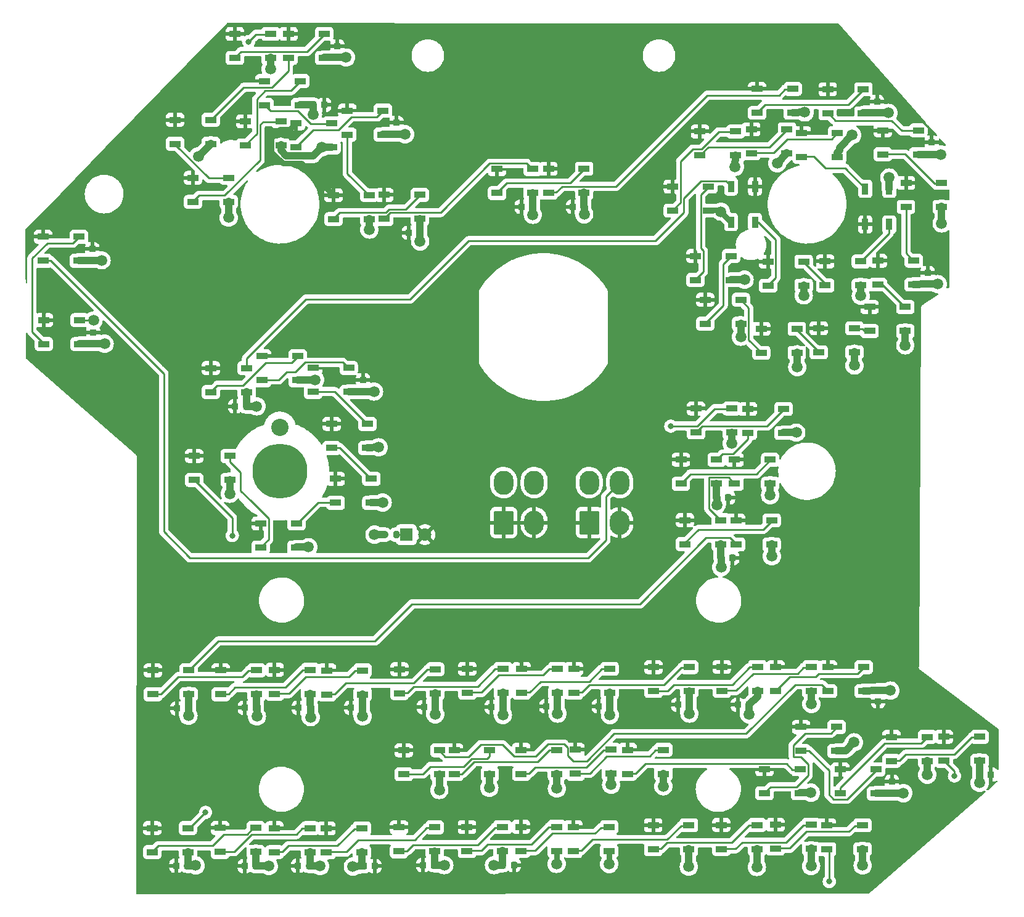
<source format=gbr>
%TF.GenerationSoftware,KiCad,Pcbnew,(6.0.9)*%
%TF.CreationDate,2022-12-26T19:41:24-09:00*%
%TF.ProjectId,PCB_ KY-58 PANEL,5043422c-204b-4592-9d35-382050414e45,rev?*%
%TF.SameCoordinates,Original*%
%TF.FileFunction,Copper,L1,Top*%
%TF.FilePolarity,Positive*%
%FSLAX46Y46*%
G04 Gerber Fmt 4.6, Leading zero omitted, Abs format (unit mm)*
G04 Created by KiCad (PCBNEW (6.0.9)) date 2022-12-26 19:41:24*
%MOMM*%
%LPD*%
G01*
G04 APERTURE LIST*
G04 Aperture macros list*
%AMRoundRect*
0 Rectangle with rounded corners*
0 $1 Rounding radius*
0 $2 $3 $4 $5 $6 $7 $8 $9 X,Y pos of 4 corners*
0 Add a 4 corners polygon primitive as box body*
4,1,4,$2,$3,$4,$5,$6,$7,$8,$9,$2,$3,0*
0 Add four circle primitives for the rounded corners*
1,1,$1+$1,$2,$3*
1,1,$1+$1,$4,$5*
1,1,$1+$1,$6,$7*
1,1,$1+$1,$8,$9*
0 Add four rect primitives between the rounded corners*
20,1,$1+$1,$2,$3,$4,$5,0*
20,1,$1+$1,$4,$5,$6,$7,0*
20,1,$1+$1,$6,$7,$8,$9,0*
20,1,$1+$1,$8,$9,$2,$3,0*%
G04 Aperture macros list end*
%TA.AperFunction,SMDPad,CuDef*%
%ADD10RoundRect,0.200000X0.200000X0.275000X-0.200000X0.275000X-0.200000X-0.275000X0.200000X-0.275000X0*%
%TD*%
%TA.AperFunction,ComponentPad*%
%ADD11RoundRect,0.250001X-1.099999X-1.399999X1.099999X-1.399999X1.099999X1.399999X-1.099999X1.399999X0*%
%TD*%
%TA.AperFunction,ComponentPad*%
%ADD12O,2.700000X3.300000*%
%TD*%
%TA.AperFunction,SMDPad,CuDef*%
%ADD13R,1.500000X0.900000*%
%TD*%
%TA.AperFunction,SMDPad,CuDef*%
%ADD14R,0.900000X1.500000*%
%TD*%
%TA.AperFunction,ComponentPad*%
%ADD15R,1.800000X1.800000*%
%TD*%
%TA.AperFunction,ComponentPad*%
%ADD16C,1.800000*%
%TD*%
%TA.AperFunction,SMDPad,CuDef*%
%ADD17RoundRect,0.225000X-0.225000X-0.250000X0.225000X-0.250000X0.225000X0.250000X-0.225000X0.250000X0*%
%TD*%
%TA.AperFunction,SMDPad,CuDef*%
%ADD18RoundRect,0.225000X-0.250000X0.225000X-0.250000X-0.225000X0.250000X-0.225000X0.250000X0.225000X0*%
%TD*%
%TA.AperFunction,SMDPad,CuDef*%
%ADD19RoundRect,0.225000X0.225000X0.250000X-0.225000X0.250000X-0.225000X-0.250000X0.225000X-0.250000X0*%
%TD*%
%TA.AperFunction,SMDPad,CuDef*%
%ADD20RoundRect,0.225000X0.250000X-0.225000X0.250000X0.225000X-0.250000X0.225000X-0.250000X-0.225000X0*%
%TD*%
%TA.AperFunction,WasherPad*%
%ADD21C,2.381250*%
%TD*%
%TA.AperFunction,WasherPad*%
%ADD22C,7.540752*%
%TD*%
%TA.AperFunction,ViaPad*%
%ADD23C,1.500000*%
%TD*%
%TA.AperFunction,ViaPad*%
%ADD24C,0.800000*%
%TD*%
%TA.AperFunction,Conductor*%
%ADD25C,0.750000*%
%TD*%
%TA.AperFunction,Conductor*%
%ADD26C,0.250000*%
%TD*%
%TA.AperFunction,Conductor*%
%ADD27C,1.000000*%
%TD*%
%TA.AperFunction,Conductor*%
%ADD28C,0.400600*%
%TD*%
G04 APERTURE END LIST*
D10*
%TO.P,R1,1*%
%TO.N,Net-(D1-Pad1)*%
X131737000Y-102997000D03*
%TO.P,R1,2*%
%TO.N,/LEDGND*%
X130087000Y-102997000D03*
%TD*%
D11*
%TO.P,J2,1,Pin_1*%
%TO.N,/LED+5V*%
X158242000Y-101343000D03*
D12*
%TO.P,J2,2,Pin_2*%
X162442000Y-101343000D03*
%TO.P,J2,3,Pin_3*%
%TO.N,/LEDGND*%
X158242000Y-95843000D03*
%TO.P,J2,4,Pin_4*%
%TO.N,/DATAOUT*%
X162442000Y-95843000D03*
%TD*%
D11*
%TO.P,J1,1,Pin_1*%
%TO.N,/LED+5V*%
X146482000Y-101343000D03*
D12*
%TO.P,J1,2,Pin_2*%
X150682000Y-101343000D03*
%TO.P,J1,3,Pin_3*%
%TO.N,/LEDGND*%
X146482000Y-95843000D03*
%TO.P,J1,4,Pin_4*%
%TO.N,/DATAIN*%
X150682000Y-95843000D03*
%TD*%
D13*
%TO.P,D80,1,VDD*%
%TO.N,/LED+5V*%
X103975000Y-92175000D03*
%TO.P,D80,2,DOUT*%
%TO.N,Net-(D26-Pad4)*%
X103975000Y-95475000D03*
%TO.P,D80,3,VSS*%
%TO.N,/LEDGND*%
X108875000Y-95475000D03*
%TO.P,D80,4,DIN*%
%TO.N,Net-(D79-Pad2)*%
X108875000Y-92175000D03*
%TD*%
%TO.P,D79,1,VDD*%
%TO.N,/LED+5V*%
X113125000Y-101475000D03*
%TO.P,D79,2,DOUT*%
%TO.N,Net-(D79-Pad2)*%
X113125000Y-104775000D03*
%TO.P,D79,3,VSS*%
%TO.N,/LEDGND*%
X118025000Y-104775000D03*
%TO.P,D79,4,DIN*%
%TO.N,Net-(D78-Pad2)*%
X118025000Y-101475000D03*
%TD*%
%TO.P,D78,1,VDD*%
%TO.N,/LED+5V*%
X123425000Y-95325000D03*
%TO.P,D78,2,DOUT*%
%TO.N,Net-(D78-Pad2)*%
X123425000Y-98625000D03*
%TO.P,D78,3,VSS*%
%TO.N,/LEDGND*%
X128325000Y-98625000D03*
%TO.P,D78,4,DIN*%
%TO.N,Net-(D77-Pad2)*%
X128325000Y-95325000D03*
%TD*%
%TO.P,D77,1,VDD*%
%TO.N,/LED+5V*%
X122875000Y-87775000D03*
%TO.P,D77,2,DOUT*%
%TO.N,Net-(D77-Pad2)*%
X122875000Y-91075000D03*
%TO.P,D77,3,VSS*%
%TO.N,/LEDGND*%
X127775000Y-91075000D03*
%TO.P,D77,4,DIN*%
%TO.N,Net-(D25-Pad2)*%
X127775000Y-87775000D03*
%TD*%
%TO.P,D76,1,VDD*%
%TO.N,/LED+5V*%
X178400000Y-101050000D03*
%TO.P,D76,2,DOUT*%
%TO.N,/DATAOUT1*%
X178400000Y-104350000D03*
%TO.P,D76,3,VSS*%
%TO.N,/LEDGND*%
X183300000Y-104350000D03*
%TO.P,D76,4,DIN*%
%TO.N,Net-(D28-Pad2)*%
X183300000Y-101050000D03*
%TD*%
%TO.P,D75,1,VDD*%
%TO.N,/LED+5V*%
X178200000Y-92700000D03*
%TO.P,D75,2,DOUT*%
%TO.N,Net-(D28-Pad4)*%
X178200000Y-96000000D03*
%TO.P,D75,3,VSS*%
%TO.N,/LEDGND*%
X183100000Y-96000000D03*
%TO.P,D75,4,DIN*%
%TO.N,Net-(D27-Pad2)*%
X183100000Y-92700000D03*
%TD*%
%TO.P,D74,1,VDD*%
%TO.N,/LED+5V*%
X180050000Y-85725000D03*
%TO.P,D74,2,DOUT*%
%TO.N,Net-(D27-Pad4)*%
X180050000Y-89025000D03*
%TO.P,D74,3,VSS*%
%TO.N,/LEDGND*%
X184950000Y-89025000D03*
%TO.P,D74,4,DIN*%
%TO.N,Net-(D26-Pad2)*%
X184950000Y-85725000D03*
%TD*%
D14*
%TO.P,D73,1,VDD*%
%TO.N,/LED+5V*%
X181025000Y-55125000D03*
%TO.P,D73,2,DOUT*%
%TO.N,Net-(D23-Pad4)*%
X177725000Y-55125000D03*
%TO.P,D73,3,VSS*%
%TO.N,/LEDGND*%
X177725000Y-60025000D03*
%TO.P,D73,4,DIN*%
%TO.N,Net-(D72-Pad2)*%
X181025000Y-60025000D03*
%TD*%
D13*
%TO.P,D72,1,VDD*%
%TO.N,/LED+5V*%
X182800000Y-65475000D03*
%TO.P,D72,2,DOUT*%
%TO.N,Net-(D72-Pad2)*%
X182800000Y-68775000D03*
%TO.P,D72,3,VSS*%
%TO.N,/LEDGND*%
X187700000Y-68775000D03*
%TO.P,D72,4,DIN*%
%TO.N,Net-(D71-Pad2)*%
X187700000Y-65475000D03*
%TD*%
%TO.P,D71,1,VDD*%
%TO.N,/LED+5V*%
X190650000Y-65425000D03*
%TO.P,D71,2,DOUT*%
%TO.N,Net-(D71-Pad2)*%
X190650000Y-68725000D03*
%TO.P,D71,3,VSS*%
%TO.N,/LEDGND*%
X195550000Y-68725000D03*
%TO.P,D71,4,DIN*%
%TO.N,Net-(D70-Pad2)*%
X195550000Y-65425000D03*
%TD*%
D14*
%TO.P,D70,1,VDD*%
%TO.N,/LED+5V*%
X196150000Y-60350000D03*
%TO.P,D70,2,DOUT*%
%TO.N,Net-(D70-Pad2)*%
X199450000Y-60350000D03*
%TO.P,D70,3,VSS*%
%TO.N,/LEDGND*%
X199450000Y-55450000D03*
%TO.P,D70,4,DIN*%
%TO.N,Net-(D69-Pad2)*%
X196150000Y-55450000D03*
%TD*%
D13*
%TO.P,D69,1,VDD*%
%TO.N,/LED+5V*%
X187425000Y-47775000D03*
%TO.P,D69,2,DOUT*%
%TO.N,Net-(D69-Pad2)*%
X187425000Y-51075000D03*
%TO.P,D69,3,VSS*%
%TO.N,/LEDGND*%
X192325000Y-51075000D03*
%TO.P,D69,4,DIN*%
%TO.N,Net-(D68-Pad2)*%
X192325000Y-47775000D03*
%TD*%
%TO.P,D68,1,VDD*%
%TO.N,/LED+5V*%
X180500000Y-47275000D03*
%TO.P,D68,2,DOUT*%
%TO.N,Net-(D68-Pad2)*%
X180500000Y-50575000D03*
%TO.P,D68,3,VSS*%
%TO.N,/LEDGND*%
X185400000Y-50575000D03*
%TO.P,D68,4,DIN*%
%TO.N,Net-(D22-Pad2)*%
X185400000Y-47275000D03*
%TD*%
%TO.P,D67,1,VDD*%
%TO.N,/LED+5V*%
X123150000Y-56325000D03*
%TO.P,D67,2,DOUT*%
%TO.N,Net-(D67-Pad2)*%
X123150000Y-59625000D03*
%TO.P,D67,3,VSS*%
%TO.N,/LEDGND*%
X128050000Y-59625000D03*
%TO.P,D67,4,DIN*%
%TO.N,Net-(D67-Pad4)*%
X128050000Y-56325000D03*
%TD*%
%TO.P,D66,1,VDD*%
%TO.N,/LED+5V*%
X117950000Y-46450000D03*
%TO.P,D66,2,DOUT*%
%TO.N,Net-(D66-Pad2)*%
X117950000Y-49750000D03*
%TO.P,D66,3,VSS*%
%TO.N,/LEDGND*%
X122850000Y-49750000D03*
%TO.P,D66,4,DIN*%
%TO.N,Net-(D6-Pad2)*%
X122850000Y-46450000D03*
%TD*%
%TO.P,D65,1,VDD*%
%TO.N,/LED+5V*%
X111000000Y-46175000D03*
%TO.P,D65,2,DOUT*%
%TO.N,Net-(D6-Pad4)*%
X111000000Y-49475000D03*
%TO.P,D65,3,VSS*%
%TO.N,/LEDGND*%
X115900000Y-49475000D03*
%TO.P,D65,4,DIN*%
%TO.N,Net-(D64-Pad2)*%
X115900000Y-46175000D03*
%TD*%
%TO.P,D64,1,VDD*%
%TO.N,/LED+5V*%
X103825000Y-53950000D03*
%TO.P,D64,2,DOUT*%
%TO.N,Net-(D64-Pad2)*%
X103825000Y-57250000D03*
%TO.P,D64,3,VSS*%
%TO.N,/LEDGND*%
X108725000Y-57250000D03*
%TO.P,D64,4,DIN*%
%TO.N,Net-(D3-Pad2)*%
X108725000Y-53950000D03*
%TD*%
%TO.P,D63,1,VDD*%
%TO.N,/LED+5V*%
X83362800Y-73508400D03*
%TO.P,D63,2,DOUT*%
%TO.N,Net-(D2-Pad4)*%
X83362800Y-76808400D03*
%TO.P,D63,3,VSS*%
%TO.N,/LEDGND*%
X88262800Y-76808400D03*
%TO.P,D63,4,DIN*%
%TO.N,Net-(D62-Pad2)*%
X88262800Y-73508400D03*
%TD*%
%TO.P,D62,1,VDD*%
%TO.N,/LED+5V*%
X190895000Y-142952000D03*
%TO.P,D62,2,DOUT*%
%TO.N,Net-(D62-Pad2)*%
X190895000Y-146252000D03*
%TO.P,D62,3,VSS*%
%TO.N,/LEDGND*%
X195795000Y-146252000D03*
%TO.P,D62,4,DIN*%
%TO.N,Net-(D61-Pad2)*%
X195795000Y-142952000D03*
%TD*%
%TO.P,D61,1,VDD*%
%TO.N,/LED+5V*%
X183820000Y-142876000D03*
%TO.P,D61,2,DOUT*%
%TO.N,Net-(D61-Pad2)*%
X183820000Y-146176000D03*
%TO.P,D61,3,VSS*%
%TO.N,/LEDGND*%
X188720000Y-146176000D03*
%TO.P,D61,4,DIN*%
%TO.N,Net-(D60-Pad2)*%
X188720000Y-142876000D03*
%TD*%
%TO.P,D60,1,VDD*%
%TO.N,/LED+5V*%
X176378000Y-142927000D03*
%TO.P,D60,2,DOUT*%
%TO.N,Net-(D60-Pad2)*%
X176378000Y-146227000D03*
%TO.P,D60,3,VSS*%
%TO.N,/LEDGND*%
X181278000Y-146227000D03*
%TO.P,D60,4,DIN*%
%TO.N,Net-(D59-Pad2)*%
X181278000Y-142927000D03*
%TD*%
%TO.P,D59,1,VDD*%
%TO.N,/LED+5V*%
X167030000Y-142952000D03*
%TO.P,D59,2,DOUT*%
%TO.N,Net-(D59-Pad2)*%
X167030000Y-146252000D03*
%TO.P,D59,3,VSS*%
%TO.N,/LEDGND*%
X171930000Y-146252000D03*
%TO.P,D59,4,DIN*%
%TO.N,Net-(D58-Pad2)*%
X171930000Y-142952000D03*
%TD*%
%TO.P,D58,1,VDD*%
%TO.N,/LED+5V*%
X156060000Y-143206000D03*
%TO.P,D58,2,DOUT*%
%TO.N,Net-(D58-Pad2)*%
X156060000Y-146506000D03*
%TO.P,D58,3,VSS*%
%TO.N,/LEDGND*%
X160960000Y-146506000D03*
%TO.P,D58,4,DIN*%
%TO.N,Net-(D57-Pad2)*%
X160960000Y-143206000D03*
%TD*%
%TO.P,D57,1,VDD*%
%TO.N,/LED+5V*%
X148872000Y-143181000D03*
%TO.P,D57,2,DOUT*%
%TO.N,Net-(D57-Pad2)*%
X148872000Y-146481000D03*
%TO.P,D57,3,VSS*%
%TO.N,/LEDGND*%
X153772000Y-146481000D03*
%TO.P,D57,4,DIN*%
%TO.N,Net-(D56-Pad2)*%
X153772000Y-143181000D03*
%TD*%
%TO.P,D56,1,VDD*%
%TO.N,/LED+5V*%
X141453000Y-143206000D03*
%TO.P,D56,2,DOUT*%
%TO.N,Net-(D56-Pad2)*%
X141453000Y-146506000D03*
%TO.P,D56,3,VSS*%
%TO.N,/LEDGND*%
X146353000Y-146506000D03*
%TO.P,D56,4,DIN*%
%TO.N,Net-(D55-Pad2)*%
X146353000Y-143206000D03*
%TD*%
%TO.P,D55,1,VDD*%
%TO.N,/LED+5V*%
X132131000Y-143231000D03*
%TO.P,D55,2,DOUT*%
%TO.N,Net-(D55-Pad2)*%
X132131000Y-146531000D03*
%TO.P,D55,3,VSS*%
%TO.N,/LEDGND*%
X137031000Y-146531000D03*
%TO.P,D55,4,DIN*%
%TO.N,Net-(D54-Pad2)*%
X137031000Y-143231000D03*
%TD*%
%TO.P,D54,1,VDD*%
%TO.N,/LED+5V*%
X122149000Y-143384000D03*
%TO.P,D54,2,DOUT*%
%TO.N,Net-(D54-Pad2)*%
X122149000Y-146684000D03*
%TO.P,D54,3,VSS*%
%TO.N,/LEDGND*%
X127049000Y-146684000D03*
%TO.P,D54,4,DIN*%
%TO.N,Net-(D53-Pad2)*%
X127049000Y-143384000D03*
%TD*%
%TO.P,D53,1,VDD*%
%TO.N,/LED+5V*%
X115011000Y-143358000D03*
%TO.P,D53,2,DOUT*%
%TO.N,Net-(D53-Pad2)*%
X115011000Y-146658000D03*
%TO.P,D53,3,VSS*%
%TO.N,/LEDGND*%
X119911000Y-146658000D03*
%TO.P,D53,4,DIN*%
%TO.N,Net-(D52-Pad2)*%
X119911000Y-143358000D03*
%TD*%
%TO.P,D52,1,VDD*%
%TO.N,/LED+5V*%
X107544000Y-143333000D03*
%TO.P,D52,2,DOUT*%
%TO.N,Net-(D52-Pad2)*%
X107544000Y-146633000D03*
%TO.P,D52,3,VSS*%
%TO.N,/LEDGND*%
X112444000Y-146633000D03*
%TO.P,D52,4,DIN*%
%TO.N,Net-(D51-Pad2)*%
X112444000Y-143333000D03*
%TD*%
%TO.P,D51,1,VDD*%
%TO.N,/LED+5V*%
X98224000Y-143359000D03*
%TO.P,D51,2,DOUT*%
%TO.N,Net-(D51-Pad2)*%
X98224000Y-146659000D03*
%TO.P,D51,3,VSS*%
%TO.N,/LEDGND*%
X103124000Y-146659000D03*
%TO.P,D51,4,DIN*%
%TO.N,Net-(D50-Pad2)*%
X103124000Y-143359000D03*
%TD*%
%TO.P,D50,1,VDD*%
%TO.N,/LED+5V*%
X206959000Y-130785000D03*
%TO.P,D50,2,DOUT*%
%TO.N,Net-(D50-Pad2)*%
X206959000Y-134085000D03*
%TO.P,D50,3,VSS*%
%TO.N,/LEDGND*%
X211859000Y-134085000D03*
%TO.P,D50,4,DIN*%
%TO.N,/DATAOUT2*%
X211859000Y-130785000D03*
%TD*%
%TO.P,D49,1,VDD*%
%TO.N,/LED+5V*%
X199773000Y-130811000D03*
%TO.P,D49,2,DOUT*%
%TO.N,/DATAOUT2*%
X199773000Y-134111000D03*
%TO.P,D49,3,VSS*%
%TO.N,/LEDGND*%
X204673000Y-134111000D03*
%TO.P,D49,4,DIN*%
%TO.N,Net-(D48-Pad2)*%
X204673000Y-130811000D03*
%TD*%
%TO.P,D48,1,VDD*%
%TO.N,/LED+5V*%
X192724000Y-135281000D03*
%TO.P,D48,2,DOUT*%
%TO.N,Net-(D48-Pad2)*%
X192724000Y-138581000D03*
%TO.P,D48,3,VSS*%
%TO.N,/LEDGND*%
X197624000Y-138581000D03*
%TO.P,D48,4,DIN*%
%TO.N,Net-(D47-Pad2)*%
X197624000Y-135281000D03*
%TD*%
%TO.P,D47,1,VDD*%
%TO.N,/LED+5V*%
X187339000Y-129439000D03*
%TO.P,D47,2,DOUT*%
%TO.N,Net-(D47-Pad2)*%
X187339000Y-132739000D03*
%TO.P,D47,3,VSS*%
%TO.N,/LEDGND*%
X192239000Y-132739000D03*
%TO.P,D47,4,DIN*%
%TO.N,Net-(D46-Pad2)*%
X192239000Y-129439000D03*
%TD*%
%TO.P,D46,1,VDD*%
%TO.N,/LED+5V*%
X182335000Y-135256000D03*
%TO.P,D46,2,DOUT*%
%TO.N,Net-(D46-Pad2)*%
X182335000Y-138556000D03*
%TO.P,D46,3,VSS*%
%TO.N,/LEDGND*%
X187235000Y-138556000D03*
%TO.P,D46,4,DIN*%
%TO.N,Net-(D45-Pad2)*%
X187235000Y-135256000D03*
%TD*%
%TO.P,D45,1,VDD*%
%TO.N,/LED+5V*%
X163525000Y-132589000D03*
%TO.P,D45,2,DOUT*%
%TO.N,Net-(D45-Pad2)*%
X163525000Y-135889000D03*
%TO.P,D45,3,VSS*%
%TO.N,/LEDGND*%
X168425000Y-135889000D03*
%TO.P,D45,4,DIN*%
%TO.N,Net-(D44-Pad2)*%
X168425000Y-132589000D03*
%TD*%
%TO.P,D44,1,VDD*%
%TO.N,/LED+5V*%
X156351000Y-132564000D03*
%TO.P,D44,2,DOUT*%
%TO.N,Net-(D44-Pad2)*%
X156351000Y-135864000D03*
%TO.P,D44,3,VSS*%
%TO.N,/LEDGND*%
X161251000Y-135864000D03*
%TO.P,D44,4,DIN*%
%TO.N,Net-(D43-Pad2)*%
X161251000Y-132564000D03*
%TD*%
%TO.P,D43,1,VDD*%
%TO.N,/LED+5V*%
X148909000Y-132589000D03*
%TO.P,D43,2,DOUT*%
%TO.N,Net-(D43-Pad2)*%
X148909000Y-135889000D03*
%TO.P,D43,3,VSS*%
%TO.N,/LEDGND*%
X153809000Y-135889000D03*
%TO.P,D43,4,DIN*%
%TO.N,Net-(D42-Pad2)*%
X153809000Y-132589000D03*
%TD*%
%TO.P,D42,1,VDD*%
%TO.N,/LED+5V*%
X139688000Y-132640000D03*
%TO.P,D42,2,DOUT*%
%TO.N,Net-(D42-Pad2)*%
X139688000Y-135940000D03*
%TO.P,D42,3,VSS*%
%TO.N,/LEDGND*%
X144588000Y-135940000D03*
%TO.P,D42,4,DIN*%
%TO.N,Net-(D41-Pad2)*%
X144588000Y-132640000D03*
%TD*%
%TO.P,D41,1,VDD*%
%TO.N,/LED+5V*%
X132766000Y-132640000D03*
%TO.P,D41,2,DOUT*%
%TO.N,Net-(D41-Pad2)*%
X132766000Y-135940000D03*
%TO.P,D41,3,VSS*%
%TO.N,/LEDGND*%
X137666000Y-135940000D03*
%TO.P,D41,4,DIN*%
%TO.N,Net-(D40-Pad2)*%
X137666000Y-132640000D03*
%TD*%
%TO.P,D40,1,VDD*%
%TO.N,/LED+5V*%
X191047000Y-121210000D03*
%TO.P,D40,2,DOUT*%
%TO.N,Net-(D40-Pad2)*%
X191047000Y-124510000D03*
%TO.P,D40,3,VSS*%
%TO.N,/LEDGND*%
X195947000Y-124510000D03*
%TO.P,D40,4,DIN*%
%TO.N,Net-(D39-Pad2)*%
X195947000Y-121210000D03*
%TD*%
%TO.P,D39,1,VDD*%
%TO.N,/LED+5V*%
X183859000Y-121210000D03*
%TO.P,D39,2,DOUT*%
%TO.N,Net-(D39-Pad2)*%
X183859000Y-124510000D03*
%TO.P,D39,3,VSS*%
%TO.N,/LEDGND*%
X188759000Y-124510000D03*
%TO.P,D39,4,DIN*%
%TO.N,Net-(D38-Pad2)*%
X188759000Y-121210000D03*
%TD*%
%TO.P,D38,1,VDD*%
%TO.N,/LED+5V*%
X176442000Y-121184000D03*
%TO.P,D38,2,DOUT*%
%TO.N,Net-(D38-Pad2)*%
X176442000Y-124484000D03*
%TO.P,D38,3,VSS*%
%TO.N,/LEDGND*%
X181342000Y-124484000D03*
%TO.P,D38,4,DIN*%
%TO.N,Net-(D37-Pad2)*%
X181342000Y-121184000D03*
%TD*%
%TO.P,D37,1,VDD*%
%TO.N,/LED+5V*%
X167081000Y-121210000D03*
%TO.P,D37,2,DOUT*%
%TO.N,Net-(D37-Pad2)*%
X167081000Y-124510000D03*
%TO.P,D37,3,VSS*%
%TO.N,/LEDGND*%
X171981000Y-124510000D03*
%TO.P,D37,4,DIN*%
%TO.N,Net-(D36-Pad2)*%
X171981000Y-121210000D03*
%TD*%
%TO.P,D36,1,VDD*%
%TO.N,/LED+5V*%
X156134000Y-121438000D03*
%TO.P,D36,2,DOUT*%
%TO.N,Net-(D36-Pad2)*%
X156134000Y-124738000D03*
%TO.P,D36,3,VSS*%
%TO.N,/LEDGND*%
X161034000Y-124738000D03*
%TO.P,D36,4,DIN*%
%TO.N,Net-(D35-Pad2)*%
X161034000Y-121438000D03*
%TD*%
%TO.P,D35,1,VDD*%
%TO.N,/LED+5V*%
X148959000Y-121438000D03*
%TO.P,D35,2,DOUT*%
%TO.N,Net-(D35-Pad2)*%
X148959000Y-124738000D03*
%TO.P,D35,3,VSS*%
%TO.N,/LEDGND*%
X153859000Y-124738000D03*
%TO.P,D35,4,DIN*%
%TO.N,Net-(D34-Pad2)*%
X153859000Y-121438000D03*
%TD*%
%TO.P,D34,1,VDD*%
%TO.N,/LED+5V*%
X141492000Y-121438000D03*
%TO.P,D34,2,DOUT*%
%TO.N,Net-(D34-Pad2)*%
X141492000Y-124738000D03*
%TO.P,D34,3,VSS*%
%TO.N,/LEDGND*%
X146392000Y-124738000D03*
%TO.P,D34,4,DIN*%
%TO.N,Net-(D33-Pad2)*%
X146392000Y-121438000D03*
%TD*%
%TO.P,D33,1,VDD*%
%TO.N,/LED+5V*%
X132184000Y-121514000D03*
%TO.P,D33,2,DOUT*%
%TO.N,Net-(D33-Pad2)*%
X132184000Y-124814000D03*
%TO.P,D33,3,VSS*%
%TO.N,/LEDGND*%
X137084000Y-124814000D03*
%TO.P,D33,4,DIN*%
%TO.N,Net-(D32-Pad2)*%
X137084000Y-121514000D03*
%TD*%
%TO.P,D32,1,VDD*%
%TO.N,/LED+5V*%
X122227000Y-121667000D03*
%TO.P,D32,2,DOUT*%
%TO.N,Net-(D32-Pad2)*%
X122227000Y-124967000D03*
%TO.P,D32,3,VSS*%
%TO.N,/LEDGND*%
X127127000Y-124967000D03*
%TO.P,D32,4,DIN*%
%TO.N,Net-(D31-Pad2)*%
X127127000Y-121667000D03*
%TD*%
%TO.P,D31,1,VDD*%
%TO.N,/LED+5V*%
X115039000Y-121591000D03*
%TO.P,D31,2,DOUT*%
%TO.N,Net-(D31-Pad2)*%
X115039000Y-124891000D03*
%TO.P,D31,3,VSS*%
%TO.N,/LEDGND*%
X119939000Y-124891000D03*
%TO.P,D31,4,DIN*%
%TO.N,Net-(D30-Pad2)*%
X119939000Y-121591000D03*
%TD*%
%TO.P,D30,1,VDD*%
%TO.N,/LED+5V*%
X107634000Y-121642000D03*
%TO.P,D30,2,DOUT*%
%TO.N,Net-(D30-Pad2)*%
X107634000Y-124942000D03*
%TO.P,D30,3,VSS*%
%TO.N,/LEDGND*%
X112534000Y-124942000D03*
%TO.P,D30,4,DIN*%
%TO.N,Net-(D29-Pad2)*%
X112534000Y-121642000D03*
%TD*%
%TO.P,D29,1,VDD*%
%TO.N,/LED+5V*%
X98337000Y-121642000D03*
%TO.P,D29,2,DOUT*%
%TO.N,Net-(D29-Pad2)*%
X98337000Y-124942000D03*
%TO.P,D29,3,VSS*%
%TO.N,/LEDGND*%
X103237000Y-124942000D03*
%TO.P,D29,4,DIN*%
%TO.N,/DATAOUT1*%
X103237000Y-121642000D03*
%TD*%
%TO.P,D28,1,VDD*%
%TO.N,/LED+5V*%
X171401000Y-101017000D03*
%TO.P,D28,2,DOUT*%
%TO.N,Net-(D28-Pad2)*%
X171401000Y-104317000D03*
%TO.P,D28,3,VSS*%
%TO.N,/LEDGND*%
X176301000Y-104317000D03*
%TO.P,D28,4,DIN*%
%TO.N,Net-(D28-Pad4)*%
X176301000Y-101017000D03*
%TD*%
%TO.P,D27,1,VDD*%
%TO.N,/LED+5V*%
X170843000Y-92685400D03*
%TO.P,D27,2,DOUT*%
%TO.N,Net-(D27-Pad2)*%
X170843000Y-95985400D03*
%TO.P,D27,3,VSS*%
%TO.N,/LEDGND*%
X175743000Y-95985400D03*
%TO.P,D27,4,DIN*%
%TO.N,Net-(D27-Pad4)*%
X175743000Y-92685400D03*
%TD*%
%TO.P,D26,1,VDD*%
%TO.N,/LED+5V*%
X172900000Y-85649600D03*
%TO.P,D26,2,DOUT*%
%TO.N,Net-(D26-Pad2)*%
X172900000Y-88949600D03*
%TO.P,D26,3,VSS*%
%TO.N,/LEDGND*%
X177800000Y-88949600D03*
%TO.P,D26,4,DIN*%
%TO.N,Net-(D26-Pad4)*%
X177800000Y-85649600D03*
%TD*%
%TO.P,D25,1,VDD*%
%TO.N,/LED+5V*%
X120322000Y-80087000D03*
%TO.P,D25,2,DOUT*%
%TO.N,Net-(D25-Pad2)*%
X120322000Y-83387000D03*
%TO.P,D25,3,VSS*%
%TO.N,/LEDGND*%
X125222000Y-83387000D03*
%TO.P,D25,4,DIN*%
%TO.N,Net-(D24-Pad2)*%
X125222000Y-80087000D03*
%TD*%
%TO.P,D24,1,VDD*%
%TO.N,/LED+5V*%
X113298000Y-78461600D03*
%TO.P,D24,2,DOUT*%
%TO.N,Net-(D24-Pad2)*%
X113298000Y-81761600D03*
%TO.P,D24,3,VSS*%
%TO.N,/LEDGND*%
X118198000Y-81761600D03*
%TO.P,D24,4,DIN*%
%TO.N,Net-(D23-Pad2)*%
X118198000Y-78461600D03*
%TD*%
%TO.P,D23,1,VDD*%
%TO.N,/LED+5V*%
X106274000Y-80112400D03*
%TO.P,D23,2,DOUT*%
%TO.N,Net-(D23-Pad2)*%
X106274000Y-83412400D03*
%TO.P,D23,3,VSS*%
%TO.N,/LEDGND*%
X111174000Y-83412400D03*
%TO.P,D23,4,DIN*%
%TO.N,Net-(D23-Pad4)*%
X111174000Y-80112400D03*
%TD*%
%TO.P,D22,1,VDD*%
%TO.N,/LED+5V*%
X173459000Y-47575000D03*
%TO.P,D22,2,DOUT*%
%TO.N,Net-(D22-Pad2)*%
X173459000Y-50875000D03*
%TO.P,D22,3,VSS*%
%TO.N,/LEDGND*%
X178359000Y-50875000D03*
%TO.P,D22,4,DIN*%
%TO.N,Net-(D21-Pad2)*%
X178359000Y-47575000D03*
%TD*%
%TO.P,D21,1,VDD*%
%TO.N,/LED+5V*%
X169724000Y-55149400D03*
%TO.P,D21,2,DOUT*%
%TO.N,Net-(D21-Pad2)*%
X169724000Y-58449400D03*
%TO.P,D21,3,VSS*%
%TO.N,/LEDGND*%
X174624000Y-58449400D03*
%TO.P,D21,4,DIN*%
%TO.N,Net-(D20-Pad2)*%
X174624000Y-55149400D03*
%TD*%
%TO.P,D20,1,VDD*%
%TO.N,/LED+5V*%
X172825000Y-64700000D03*
%TO.P,D20,2,DOUT*%
%TO.N,Net-(D20-Pad2)*%
X172825000Y-68000000D03*
%TO.P,D20,3,VSS*%
%TO.N,/LEDGND*%
X177725000Y-68000000D03*
%TO.P,D20,4,DIN*%
%TO.N,Net-(D19-Pad2)*%
X177725000Y-64700000D03*
%TD*%
%TO.P,D19,1,VDD*%
%TO.N,/LED+5V*%
X174170000Y-70714400D03*
%TO.P,D19,2,DOUT*%
%TO.N,Net-(D19-Pad2)*%
X174170000Y-74014400D03*
%TO.P,D19,3,VSS*%
%TO.N,/LEDGND*%
X179070000Y-74014400D03*
%TO.P,D19,4,DIN*%
%TO.N,Net-(D18-Pad2)*%
X179070000Y-70714400D03*
%TD*%
%TO.P,D18,1,VDD*%
%TO.N,/LED+5V*%
X181864000Y-74702200D03*
%TO.P,D18,2,DOUT*%
%TO.N,Net-(D18-Pad2)*%
X181864000Y-78002200D03*
%TO.P,D18,3,VSS*%
%TO.N,/LEDGND*%
X186764000Y-78002200D03*
%TO.P,D18,4,DIN*%
%TO.N,Net-(D17-Pad2)*%
X186764000Y-74702200D03*
%TD*%
%TO.P,D17,1,VDD*%
%TO.N,/LED+5V*%
X189766000Y-74626000D03*
%TO.P,D17,2,DOUT*%
%TO.N,Net-(D17-Pad2)*%
X189766000Y-77926000D03*
%TO.P,D17,3,VSS*%
%TO.N,/LEDGND*%
X194666000Y-77926000D03*
%TO.P,D17,4,DIN*%
%TO.N,Net-(D16-Pad2)*%
X194666000Y-74626000D03*
%TD*%
%TO.P,D16,1,VDD*%
%TO.N,/LED+5V*%
X196751000Y-71705400D03*
%TO.P,D16,2,DOUT*%
%TO.N,Net-(D16-Pad2)*%
X196751000Y-75005400D03*
%TO.P,D16,3,VSS*%
%TO.N,/LEDGND*%
X201651000Y-75005400D03*
%TO.P,D16,4,DIN*%
%TO.N,Net-(D15-Pad2)*%
X201651000Y-71705400D03*
%TD*%
%TO.P,D15,1,VDD*%
%TO.N,/LED+5V*%
X197905000Y-65329800D03*
%TO.P,D15,2,DOUT*%
%TO.N,Net-(D15-Pad2)*%
X197905000Y-68629800D03*
%TO.P,D15,3,VSS*%
%TO.N,/LEDGND*%
X202805000Y-68629800D03*
%TO.P,D15,4,DIN*%
%TO.N,Net-(D14-Pad2)*%
X202805000Y-65329800D03*
%TD*%
%TO.P,D14,1,VDD*%
%TO.N,/LED+5V*%
X201752000Y-54651600D03*
%TO.P,D14,2,DOUT*%
%TO.N,Net-(D14-Pad2)*%
X201752000Y-57951600D03*
%TO.P,D14,3,VSS*%
%TO.N,/LEDGND*%
X206652000Y-57951600D03*
%TO.P,D14,4,DIN*%
%TO.N,Net-(D13-Pad2)*%
X206652000Y-54651600D03*
%TD*%
%TO.P,D13,1,VDD*%
%TO.N,/LED+5V*%
X198550000Y-47427000D03*
%TO.P,D13,2,DOUT*%
%TO.N,Net-(D13-Pad2)*%
X198550000Y-50727000D03*
%TO.P,D13,3,VSS*%
%TO.N,/LEDGND*%
X203450000Y-50727000D03*
%TO.P,D13,4,DIN*%
%TO.N,Net-(D12-Pad2)*%
X203450000Y-47427000D03*
%TD*%
%TO.P,D12,1,VDD*%
%TO.N,/LED+5V*%
X191000000Y-41775000D03*
%TO.P,D12,2,DOUT*%
%TO.N,Net-(D12-Pad2)*%
X191000000Y-45075000D03*
%TO.P,D12,3,VSS*%
%TO.N,/LEDGND*%
X195900000Y-45075000D03*
%TO.P,D12,4,DIN*%
%TO.N,Net-(D11-Pad2)*%
X195900000Y-41775000D03*
%TD*%
%TO.P,D11,1,VDD*%
%TO.N,/LED+5V*%
X181319000Y-41707800D03*
%TO.P,D11,2,DOUT*%
%TO.N,Net-(D11-Pad2)*%
X181319000Y-45007800D03*
%TO.P,D11,3,VSS*%
%TO.N,/LEDGND*%
X186219000Y-45007800D03*
%TO.P,D11,4,DIN*%
%TO.N,Net-(D10-Pad2)*%
X186219000Y-41707800D03*
%TD*%
%TO.P,D10,1,VDD*%
%TO.N,/LED+5V*%
X152642000Y-52706000D03*
%TO.P,D10,2,DOUT*%
%TO.N,Net-(D10-Pad2)*%
X152642000Y-56006000D03*
%TO.P,D10,3,VSS*%
%TO.N,/LEDGND*%
X157542000Y-56006000D03*
%TO.P,D10,4,DIN*%
%TO.N,Net-(D10-Pad4)*%
X157542000Y-52706000D03*
%TD*%
%TO.P,D9,1,VDD*%
%TO.N,/LED+5V*%
X145595000Y-52731400D03*
%TO.P,D9,2,DOUT*%
%TO.N,Net-(D10-Pad4)*%
X145595000Y-56031400D03*
%TO.P,D9,3,VSS*%
%TO.N,/LEDGND*%
X150495000Y-56031400D03*
%TO.P,D9,4,DIN*%
%TO.N,Net-(D8-Pad2)*%
X150495000Y-52731400D03*
%TD*%
%TO.P,D8,1,VDD*%
%TO.N,/LED+5V*%
X130101000Y-56287200D03*
%TO.P,D8,2,DOUT*%
%TO.N,Net-(D8-Pad2)*%
X130101000Y-59587200D03*
%TO.P,D8,3,VSS*%
%TO.N,/LEDGND*%
X135001000Y-59587200D03*
%TO.P,D8,4,DIN*%
%TO.N,Net-(D67-Pad2)*%
X135001000Y-56287200D03*
%TD*%
%TO.P,D7,1,VDD*%
%TO.N,/LED+5V*%
X125021000Y-44704800D03*
%TO.P,D7,2,DOUT*%
%TO.N,Net-(D67-Pad4)*%
X125021000Y-48004800D03*
%TO.P,D7,3,VSS*%
%TO.N,/LEDGND*%
X129921000Y-48004800D03*
%TO.P,D7,4,DIN*%
%TO.N,Net-(D66-Pad2)*%
X129921000Y-44704800D03*
%TD*%
%TO.P,D6,1,VDD*%
%TO.N,/LED+5V*%
X113665000Y-40640800D03*
%TO.P,D6,2,DOUT*%
%TO.N,Net-(D6-Pad2)*%
X113665000Y-43940800D03*
%TO.P,D6,3,VSS*%
%TO.N,/LEDGND*%
X118565000Y-43940800D03*
%TO.P,D6,4,DIN*%
%TO.N,Net-(D6-Pad4)*%
X118565000Y-40640800D03*
%TD*%
%TO.P,D5,1,VDD*%
%TO.N,/LED+5V*%
X116942000Y-34163800D03*
%TO.P,D5,2,DOUT*%
%TO.N,Net-(D3-Pad4)*%
X116942000Y-37463800D03*
%TO.P,D5,3,VSS*%
%TO.N,/LEDGND*%
X121842000Y-37463800D03*
%TO.P,D5,4,DIN*%
%TO.N,Net-(D4-Pad2)*%
X121842000Y-34163800D03*
%TD*%
%TO.P,D4,1,VDD*%
%TO.N,/LED+5V*%
X109578000Y-34163800D03*
%TO.P,D4,2,DOUT*%
%TO.N,Net-(D4-Pad2)*%
X109578000Y-37463800D03*
%TO.P,D4,3,VSS*%
%TO.N,/LEDGND*%
X114478000Y-37463800D03*
%TO.P,D4,4,DIN*%
%TO.N,/DATAIN*%
X114478000Y-34163800D03*
%TD*%
%TO.P,D3,1,VDD*%
%TO.N,/LED+5V*%
X101375000Y-45975000D03*
%TO.P,D3,2,DOUT*%
%TO.N,Net-(D3-Pad2)*%
X101375000Y-49275000D03*
%TO.P,D3,3,VSS*%
%TO.N,/LEDGND*%
X106275000Y-49275000D03*
%TO.P,D3,4,DIN*%
%TO.N,Net-(D3-Pad4)*%
X106275000Y-45975000D03*
%TD*%
%TO.P,D2,1,VDD*%
%TO.N,/LED+5V*%
X83263400Y-62053000D03*
%TO.P,D2,2,DOUT*%
%TO.N,/DATAOUT*%
X83263400Y-65353000D03*
%TO.P,D2,3,VSS*%
%TO.N,/LEDGND*%
X88163400Y-65353000D03*
%TO.P,D2,4,DIN*%
%TO.N,Net-(D2-Pad4)*%
X88163400Y-62053000D03*
%TD*%
D15*
%TO.P,D1,1,K*%
%TO.N,Net-(D1-Pad1)*%
X133147000Y-102997000D03*
D16*
%TO.P,D1,2,A*%
%TO.N,/LED+5V*%
X135687000Y-102997000D03*
%TD*%
D17*
%TO.P,C35,1*%
%TO.N,/LED+5V*%
X110917500Y-148570000D03*
%TO.P,C35,2*%
%TO.N,/LEDGND*%
X112467500Y-148570000D03*
%TD*%
%TO.P,C34,1*%
%TO.N,/LED+5V*%
X135417500Y-148430000D03*
%TO.P,C34,2*%
%TO.N,/LEDGND*%
X136967500Y-148430000D03*
%TD*%
%TO.P,C33,1*%
%TO.N,/LED+5V*%
X118247500Y-148530000D03*
%TO.P,C33,2*%
%TO.N,/LEDGND*%
X119797500Y-148530000D03*
%TD*%
%TO.P,C32,1*%
%TO.N,/LED+5V*%
X144837500Y-126700000D03*
%TO.P,C32,2*%
%TO.N,/LEDGND*%
X146387500Y-126700000D03*
%TD*%
%TO.P,C31,1*%
%TO.N,/LED+5V*%
X101517500Y-148520000D03*
%TO.P,C31,2*%
%TO.N,/LEDGND*%
X103067500Y-148520000D03*
%TD*%
%TO.P,C30,1*%
%TO.N,/LED+5V*%
X178637500Y-126400000D03*
%TO.P,C30,2*%
%TO.N,/LEDGND*%
X180187500Y-126400000D03*
%TD*%
%TO.P,C29,1*%
%TO.N,/LED+5V*%
X135537500Y-126700000D03*
%TO.P,C29,2*%
%TO.N,/LEDGND*%
X137087500Y-126700000D03*
%TD*%
%TO.P,C28,1*%
%TO.N,/LED+5V*%
X118337500Y-126800000D03*
%TO.P,C28,2*%
%TO.N,/LEDGND*%
X119887500Y-126800000D03*
%TD*%
%TO.P,C27,1*%
%TO.N,/LED+5V*%
X159537500Y-126600000D03*
%TO.P,C27,2*%
%TO.N,/LEDGND*%
X161087500Y-126600000D03*
%TD*%
%TO.P,C26,1*%
%TO.N,/LED+5V*%
X152337500Y-126600000D03*
%TO.P,C26,2*%
%TO.N,/LEDGND*%
X153887500Y-126600000D03*
%TD*%
%TO.P,C25,1*%
%TO.N,/LED+5V*%
X110937500Y-126800000D03*
%TO.P,C25,2*%
%TO.N,/LEDGND*%
X112487500Y-126800000D03*
%TD*%
%TO.P,C24,1*%
%TO.N,/LED+5V*%
X101637500Y-126900000D03*
%TO.P,C24,2*%
%TO.N,/LEDGND*%
X103187500Y-126900000D03*
%TD*%
D18*
%TO.P,C23,1*%
%TO.N,/LED+5V*%
X127175000Y-81737500D03*
%TO.P,C23,2*%
%TO.N,/LEDGND*%
X127175000Y-83287500D03*
%TD*%
%TO.P,C22,1*%
%TO.N,/LED+5V*%
X90000000Y-63737500D03*
%TO.P,C22,2*%
%TO.N,/LEDGND*%
X90000000Y-65287500D03*
%TD*%
%TO.P,C21,1*%
%TO.N,/LED+5V*%
X90125000Y-75212500D03*
%TO.P,C21,2*%
%TO.N,/LEDGND*%
X90125000Y-76762500D03*
%TD*%
D17*
%TO.P,C20,1*%
%TO.N,/LED+5V*%
X155987500Y-57925000D03*
%TO.P,C20,2*%
%TO.N,/LEDGND*%
X157537500Y-57925000D03*
%TD*%
%TO.P,C19,1*%
%TO.N,/LED+5V*%
X148937500Y-57925000D03*
%TO.P,C19,2*%
%TO.N,/LEDGND*%
X150487500Y-57925000D03*
%TD*%
D19*
%TO.P,C18,1*%
%TO.N,/LED+5V*%
X121875000Y-43900000D03*
%TO.P,C18,2*%
%TO.N,/LEDGND*%
X120325000Y-43900000D03*
%TD*%
D18*
%TO.P,C17,1*%
%TO.N,/LED+5V*%
X131775000Y-46362500D03*
%TO.P,C17,2*%
%TO.N,/LEDGND*%
X131775000Y-47912500D03*
%TD*%
%TO.P,C16,1*%
%TO.N,/LED+5V*%
X123650000Y-35837500D03*
%TO.P,C16,2*%
%TO.N,/LEDGND*%
X123650000Y-37387500D03*
%TD*%
D17*
%TO.P,C15,1*%
%TO.N,/LED+5V*%
X133462500Y-61500000D03*
%TO.P,C15,2*%
%TO.N,/LEDGND*%
X135012500Y-61500000D03*
%TD*%
%TO.P,C14,1*%
%TO.N,/LED+5V*%
X109607500Y-85360000D03*
%TO.P,C14,2*%
%TO.N,/LEDGND*%
X111157500Y-85360000D03*
%TD*%
D18*
%TO.P,C13,1*%
%TO.N,/LED+5V*%
X197765000Y-43472500D03*
%TO.P,C13,2*%
%TO.N,/LEDGND*%
X197765000Y-45022500D03*
%TD*%
%TO.P,C12,1*%
%TO.N,/LED+5V*%
X205280000Y-49087500D03*
%TO.P,C12,2*%
%TO.N,/LEDGND*%
X205280000Y-50637500D03*
%TD*%
%TO.P,C11,1*%
%TO.N,/LED+5V*%
X204730000Y-66982500D03*
%TO.P,C11,2*%
%TO.N,/LEDGND*%
X204730000Y-68532500D03*
%TD*%
D19*
%TO.P,C10,1*%
%TO.N,/LED+5V*%
X177337500Y-97900000D03*
%TO.P,C10,2*%
%TO.N,/LEDGND*%
X175787500Y-97900000D03*
%TD*%
%TO.P,C9,1*%
%TO.N,/LED+5V*%
X177912500Y-106210000D03*
%TO.P,C9,2*%
%TO.N,/LEDGND*%
X176362500Y-106210000D03*
%TD*%
D17*
%TO.P,C8,1*%
%TO.N,/LED+5V*%
X125512500Y-126800000D03*
%TO.P,C8,2*%
%TO.N,/LEDGND*%
X127062500Y-126800000D03*
%TD*%
%TO.P,C7,1*%
%TO.N,/LED+5V*%
X170437500Y-126400000D03*
%TO.P,C7,2*%
%TO.N,/LEDGND*%
X171987500Y-126400000D03*
%TD*%
D19*
%TO.P,C6,1*%
%TO.N,/LED+5V*%
X213422500Y-136000000D03*
%TO.P,C6,2*%
%TO.N,/LEDGND*%
X211872500Y-136000000D03*
%TD*%
D20*
%TO.P,C5,1*%
%TO.N,/LED+5V*%
X197917000Y-125936000D03*
%TO.P,C5,2*%
%TO.N,/LEDGND*%
X197917000Y-124386000D03*
%TD*%
D18*
%TO.P,C4,1*%
%TO.N,/LED+5V*%
X199810000Y-136922500D03*
%TO.P,C4,2*%
%TO.N,/LEDGND*%
X199810000Y-138472500D03*
%TD*%
D19*
%TO.P,C3,1*%
%TO.N,/LED+5V*%
X147912500Y-148430000D03*
%TO.P,C3,2*%
%TO.N,/LEDGND*%
X146362500Y-148430000D03*
%TD*%
%TO.P,C2,1*%
%TO.N,/LED+5V*%
X128792500Y-148570000D03*
%TO.P,C2,2*%
%TO.N,/LEDGND*%
X127242500Y-148570000D03*
%TD*%
D21*
%TO.P,REF\u002A\u002A,*%
%TO.N,*%
X115760258Y-88278977D03*
D22*
X115760258Y-94278977D03*
%TD*%
D23*
%TO.N,/LED+5V*%
X148902500Y-119928800D03*
D24*
%TO.N,/DATAIN*%
X111475000Y-35225000D03*
D23*
%TO.N,/LEDGND*%
X172000000Y-127600000D03*
X211860000Y-137130000D03*
X171930000Y-148633000D03*
X181278000Y-148688000D03*
X145160000Y-148430000D03*
X178275000Y-52425000D03*
X168427000Y-137592000D03*
X187700000Y-70100000D03*
X128050000Y-61050000D03*
X195804000Y-148468000D03*
X199450000Y-53900000D03*
X201656000Y-76962000D03*
X108725000Y-59425000D03*
X186675000Y-88975000D03*
X132953000Y-47954800D03*
X199352000Y-45027800D03*
X108875000Y-97375000D03*
X128692000Y-83327200D03*
X104575000Y-50975000D03*
X206652000Y-60213900D03*
X135025000Y-62675000D03*
X206536000Y-50728600D03*
X125790000Y-148630000D03*
X119675000Y-104725000D03*
X176337500Y-58587500D03*
X183325000Y-105975000D03*
X175750000Y-98900000D03*
X187850000Y-44950000D03*
X129875000Y-98575000D03*
X128755000Y-103000000D03*
X120300000Y-45225000D03*
X176350000Y-107480000D03*
X183100000Y-97575000D03*
X120603200Y-81715500D03*
X114240000Y-148550000D03*
X91688500Y-76758400D03*
X91275000Y-65275000D03*
X103200000Y-127900000D03*
X153766520Y-148269960D03*
X146392000Y-127792000D03*
X180200000Y-127700000D03*
X179575000Y-67950000D03*
X195550000Y-70150000D03*
X206111000Y-68552100D03*
X112560000Y-85350000D03*
X121280000Y-148550000D03*
X127127000Y-127973000D03*
X137100000Y-127700000D03*
X188759000Y-126277540D03*
X104200000Y-148470000D03*
X194597000Y-131557000D03*
X188700000Y-138480000D03*
X204673000Y-135997000D03*
X114470000Y-38960000D03*
X150500000Y-59025000D03*
X137655000Y-138100000D03*
X120000000Y-128100000D03*
X194362582Y-48075000D03*
X184075000Y-51925000D03*
X199619000Y-124435000D03*
X112600000Y-128000000D03*
X179070000Y-75788500D03*
X201397000Y-138537000D03*
X161265000Y-137389000D03*
X194678000Y-79748400D03*
X188712000Y-148575000D03*
X177825000Y-90475000D03*
X124850000Y-37400000D03*
X161100000Y-127800000D03*
X153797000Y-137897000D03*
X157550000Y-58950000D03*
X186820000Y-79959200D03*
X138350000Y-148430000D03*
X129325000Y-91000000D03*
X121525000Y-49725000D03*
X144526000Y-137795000D03*
X153900000Y-127600000D03*
X160980120Y-148277580D03*
D24*
%TO.N,Net-(D50-Pad2)*%
X105549700Y-141183360D03*
X208412080Y-136177020D03*
%TO.N,Net-(D62-Pad2)*%
X191207699Y-150689001D03*
D23*
X90164920Y-73558400D03*
D24*
%TO.N,Net-(D26-Pad4)*%
X109225000Y-103125000D03*
X169450401Y-88074599D03*
%TD*%
D25*
%TO.N,/LED+5V*%
X115739997Y-47300001D02*
X117149999Y-47300001D01*
D26*
X201268002Y-43460000D02*
X197765000Y-43460000D01*
D25*
X117149999Y-47300001D02*
X117950000Y-46500000D01*
X114574999Y-50385001D02*
X114574999Y-48464999D01*
X118750011Y-51975011D02*
X116165009Y-51975011D01*
X116165009Y-51975011D02*
X114574999Y-50385001D01*
D26*
X205280000Y-49075000D02*
X205280000Y-47471998D01*
D25*
X123150000Y-56375000D02*
X118750011Y-51975011D01*
D26*
X158242000Y-101343000D02*
X157156700Y-101343000D01*
X205280000Y-47471998D02*
X201268002Y-43460000D01*
D25*
X114574999Y-48464999D02*
X115739997Y-47300001D01*
D26*
%TO.N,Net-(D1-Pad1)*%
X131699500Y-102997000D02*
X133147000Y-102997000D01*
%TO.N,/DATAIN*%
X111475000Y-35225000D02*
X111475000Y-35225000D01*
X112486200Y-34213800D02*
X111475000Y-35225000D01*
X114478000Y-34213800D02*
X112486200Y-34213800D01*
D25*
%TO.N,/LEDGND*%
X188759000Y-126277540D02*
X188759000Y-126277540D01*
X160980120Y-148277580D02*
X160960000Y-148257460D01*
X153766520Y-148269960D02*
X153772000Y-148264480D01*
D27*
X124850000Y-37400000D02*
X124800000Y-37400000D01*
X135025000Y-62675000D02*
X135025000Y-62675000D01*
X150500000Y-59025000D02*
X150500000Y-59025000D01*
X157550000Y-58950000D02*
X157550000Y-58950000D01*
X91275000Y-65275000D02*
X91250000Y-65300000D01*
X172000000Y-127600000D02*
X172000000Y-127600000D01*
X103200000Y-127900000D02*
X103237000Y-127863000D01*
X112600000Y-128000000D02*
X112534000Y-127934000D01*
X120000000Y-128100000D02*
X119939000Y-128039000D01*
X127127000Y-127973000D02*
X127127000Y-128073000D01*
X137100000Y-127700000D02*
X137084000Y-127684000D01*
X146392000Y-127792000D02*
X146392000Y-127792000D01*
X153900000Y-127600000D02*
X153859000Y-127559000D01*
X161100000Y-127800000D02*
X161034000Y-127734000D01*
X180200000Y-127700000D02*
X180200000Y-127700000D01*
X112560000Y-85350000D02*
X112550000Y-85360000D01*
X114240000Y-148550000D02*
X114220000Y-148570000D01*
X125790000Y-148630000D02*
X125880000Y-148570000D01*
X121280000Y-148550000D02*
X121260000Y-148530000D01*
X104200000Y-148470000D02*
X104150000Y-148520000D01*
X138350000Y-148430000D02*
X138350000Y-148430000D01*
X114470000Y-38960000D02*
X114478000Y-38938000D01*
X176350000Y-107480000D02*
X176350000Y-107480000D01*
X211860000Y-137130000D02*
X211860000Y-137130000D01*
X188700000Y-138480000D02*
X188674000Y-138506000D01*
X145160000Y-148430000D02*
X145160000Y-148430000D01*
X120300000Y-45225000D02*
X120312500Y-45212500D01*
X121525000Y-49725000D02*
X121550000Y-49700000D01*
X128050000Y-61050000D02*
X128050000Y-61050000D01*
X194362582Y-48075000D02*
X194362582Y-48075000D01*
X184075000Y-51925000D02*
X184075000Y-51925000D01*
X104575000Y-50975000D02*
X104650000Y-50975000D01*
X108725000Y-59425000D02*
X108725000Y-59425000D01*
X187700000Y-70100000D02*
X187700000Y-70100000D01*
X195550000Y-70150000D02*
X195550000Y-70150000D01*
D25*
X176337500Y-58587500D02*
X177775000Y-60025000D01*
D27*
X187850000Y-44950000D02*
X187842200Y-44957800D01*
X178275000Y-52425000D02*
X178359000Y-52341000D01*
X179575000Y-67950000D02*
X179575000Y-67950000D01*
X199450000Y-53900000D02*
X199400000Y-53950000D01*
X183325000Y-105975000D02*
X183300000Y-105950000D01*
X183100000Y-97575000D02*
X183100000Y-97575000D01*
X175750000Y-98900000D02*
X175775000Y-98875000D01*
X177825000Y-90475000D02*
X177800000Y-90450000D01*
X186675000Y-88975000D02*
X186675000Y-88975000D01*
X108875000Y-97375000D02*
X108875000Y-97375000D01*
X119675000Y-104725000D02*
X119675000Y-104725000D01*
X129875000Y-98575000D02*
X129875000Y-98575000D01*
X129325000Y-91000000D02*
X129300000Y-91025000D01*
X119911000Y-146608000D02*
X119911000Y-148429000D01*
X89997000Y-65303000D02*
X90000000Y-65300000D01*
X157542000Y-55956000D02*
X157542000Y-57917000D01*
X176301000Y-104267000D02*
X176301000Y-106161000D01*
X112480000Y-148570000D02*
X114240000Y-148550000D01*
X129921000Y-47954800D02*
X132953000Y-47954800D01*
D25*
X153772000Y-146431000D02*
X153766520Y-148269960D01*
D27*
X185400000Y-50600000D02*
X184075000Y-51925000D01*
X112444000Y-146583000D02*
X112444000Y-148534000D01*
X203502000Y-50728600D02*
X205019000Y-50728600D01*
X195550000Y-68675000D02*
X195550000Y-70150000D01*
X146392000Y-124688000D02*
X146392000Y-127792000D01*
X175775000Y-97900000D02*
X175750000Y-98900000D01*
X187235000Y-138506000D02*
X188700000Y-138480000D01*
X103237000Y-124892000D02*
X103200000Y-127900000D01*
X119810000Y-148530000D02*
X121280000Y-148550000D01*
X175743000Y-97868000D02*
X175775000Y-97900000D01*
D28*
X205019000Y-50469600D02*
X205050000Y-50438600D01*
D27*
X118025000Y-104725000D02*
X119675000Y-104725000D01*
X181342000Y-125258000D02*
X180200000Y-126400000D01*
X192325000Y-51025000D02*
X192325000Y-50475000D01*
X135001000Y-61476000D02*
X135025000Y-61500000D01*
X153859000Y-124688000D02*
X153900000Y-127600000D01*
X206652000Y-57901600D02*
X206652000Y-60213900D01*
X127049000Y-146634000D02*
X127049000Y-148389000D01*
X108875000Y-95425000D02*
X108875000Y-97375000D01*
X137031000Y-148379000D02*
X136980000Y-148430000D01*
X120349999Y-50900001D02*
X121525000Y-49725000D01*
X197607000Y-45022500D02*
X199352000Y-45027800D01*
X177725000Y-67950000D02*
X179575000Y-67950000D01*
X135025000Y-61500000D02*
X135025000Y-62675000D01*
X172000000Y-126400000D02*
X172000000Y-127600000D01*
X119140800Y-43890800D02*
X119150000Y-43900000D01*
X111174000Y-85356000D02*
X111170000Y-85360000D01*
X106275000Y-49350000D02*
X104575000Y-50975000D01*
X211860000Y-136000000D02*
X211860000Y-137130000D01*
X157550000Y-57925000D02*
X157550000Y-58950000D01*
X171981000Y-124460000D02*
X171981000Y-126381000D01*
X206111000Y-68552100D02*
X206083000Y-68579800D01*
X185400000Y-50525000D02*
X185400000Y-50600000D01*
X195795000Y-146202000D02*
X195804000Y-148468000D01*
X144588000Y-135890000D02*
X144526000Y-137795000D01*
D25*
X174624000Y-58399400D02*
X176149400Y-58399400D01*
D27*
X195947000Y-124460000D02*
X197783000Y-124447500D01*
X161265000Y-137389000D02*
X161251000Y-137375000D01*
X146353000Y-146456000D02*
X146353000Y-148427000D01*
X137655000Y-138100000D02*
X137666000Y-138089000D01*
X125222000Y-83337000D02*
X128692000Y-83327200D01*
X118198000Y-81711600D02*
X119648300Y-81711600D01*
X115900000Y-50160002D02*
X116639999Y-50900001D01*
X127230000Y-148570000D02*
X125790000Y-148630000D01*
X181342000Y-124434000D02*
X181342000Y-125258000D01*
X111170000Y-85360000D02*
X112560000Y-85350000D01*
X103124000Y-148476000D02*
X103080000Y-148520000D01*
X199510500Y-138534000D02*
X201397000Y-138537000D01*
X197607000Y-45022500D02*
X197602000Y-45017500D01*
X175743000Y-95935400D02*
X175743000Y-97868000D01*
X188759000Y-124460000D02*
X188759000Y-126277540D01*
X168425000Y-135839000D02*
X168427000Y-137592000D01*
X197755000Y-45025000D02*
X197765000Y-45035000D01*
X199352000Y-45027800D02*
X199342000Y-45017200D01*
X116639999Y-50900001D02*
X120349999Y-50900001D01*
X137031000Y-146481000D02*
X137031000Y-148379000D01*
D25*
X160960000Y-146456000D02*
X160980120Y-148277580D01*
D27*
X115900000Y-49425000D02*
X115900000Y-50160002D01*
X127049000Y-148389000D02*
X127230000Y-148570000D01*
X128325000Y-98575000D02*
X129875000Y-98575000D01*
X112534000Y-124892000D02*
X112600000Y-128000000D01*
X137666000Y-135890000D02*
X137655000Y-138100000D01*
X112444000Y-148534000D02*
X112480000Y-148570000D01*
X128692000Y-83327200D02*
X128682000Y-83337000D01*
X137084000Y-124764000D02*
X137059000Y-124764000D01*
X161034000Y-124688000D02*
X161100000Y-127800000D01*
X103080000Y-148520000D02*
X104200000Y-148470000D01*
X184950000Y-88975000D02*
X186675000Y-88975000D01*
X181278000Y-146177000D02*
X181278000Y-148688000D01*
X204673000Y-134061000D02*
X204673000Y-135997000D01*
X192239000Y-132689000D02*
X193465000Y-132689000D01*
X171930000Y-146202000D02*
X171930000Y-148633000D01*
D28*
X204752000Y-68402400D02*
X204752000Y-68265000D01*
D27*
X119150000Y-43900000D02*
X120312500Y-43900000D01*
X201651000Y-74955400D02*
X201656000Y-76962000D01*
X119911000Y-148429000D02*
X119810000Y-148530000D01*
X120603200Y-81715500D02*
X119652200Y-81715500D01*
X211859000Y-135999000D02*
X211860000Y-136000000D01*
D28*
X199510500Y-138534000D02*
X199510500Y-138626500D01*
D27*
X188712000Y-148575000D02*
X188720000Y-148567000D01*
X127127000Y-124917000D02*
X127127000Y-127973000D01*
X127775000Y-91025000D02*
X129325000Y-91000000D01*
X153797000Y-137897000D02*
X153809000Y-137885000D01*
X188720000Y-146126000D02*
X188712000Y-148575000D01*
X199619000Y-124435000D02*
X199593000Y-124460000D01*
D28*
X205019000Y-50728600D02*
X205019000Y-50469600D01*
D27*
X150500000Y-57925000D02*
X150500000Y-59025000D01*
X192607687Y-50192313D02*
X192607687Y-49829895D01*
X144526000Y-137795000D02*
X144588000Y-137733000D01*
X177800000Y-88899600D02*
X177825000Y-90475000D01*
X146353000Y-148427000D02*
X146350000Y-148430000D01*
X176350000Y-106210000D02*
X176350000Y-107480000D01*
X204589600Y-68564800D02*
X206111000Y-68552100D01*
X192325000Y-50475000D02*
X192607687Y-50192313D01*
X119652200Y-81715500D02*
X119648300Y-81711600D01*
X197783000Y-124447500D02*
X199619000Y-124435000D01*
X150495000Y-55981400D02*
X150495000Y-57920000D01*
X178359000Y-50825000D02*
X178275000Y-52425000D01*
X135001000Y-59537200D02*
X135001000Y-61476000D01*
X195900000Y-45025000D02*
X197755000Y-45025000D01*
X194666000Y-77876000D02*
X194678000Y-79748400D01*
X111174000Y-83362400D02*
X111174000Y-85356000D01*
X211859000Y-134035000D02*
X211859000Y-135999000D01*
X201397000Y-138537000D02*
X201391000Y-138531000D01*
X186219000Y-44957800D02*
X187850000Y-44950000D01*
X171981000Y-126381000D02*
X172000000Y-126400000D01*
X118565000Y-43890800D02*
X119140800Y-43890800D01*
X193465000Y-132689000D02*
X194597000Y-131557000D01*
X201656000Y-76962000D02*
X201651000Y-76957300D01*
X150495000Y-57920000D02*
X150500000Y-57925000D01*
X120312500Y-43900000D02*
X120300000Y-45225000D01*
X130124500Y-102997000D02*
X128758000Y-102997000D01*
X183300000Y-104300000D02*
X183325000Y-105975000D01*
X180200000Y-126400000D02*
X180200000Y-127700000D01*
X179070000Y-73964400D02*
X179070000Y-75788500D01*
X128050000Y-59575000D02*
X128050000Y-61050000D01*
X176301000Y-106161000D02*
X176350000Y-106210000D01*
X137084000Y-124764000D02*
X137100000Y-127700000D01*
X146350000Y-148430000D02*
X145160000Y-148430000D01*
X123636200Y-37413800D02*
X123650000Y-37400000D01*
X202805000Y-68579800D02*
X204589600Y-68564800D01*
X137059000Y-124764000D02*
X137008000Y-124816000D01*
X192607687Y-49829895D02*
X194362582Y-48075000D01*
D25*
X176149400Y-58399400D02*
X176337500Y-58587500D01*
D27*
X187700000Y-68725000D02*
X187700000Y-70100000D01*
X161251000Y-135814000D02*
X161265000Y-137389000D01*
X206652000Y-60213900D02*
X206652000Y-60257100D01*
X128758000Y-102997000D02*
X128755000Y-103000000D01*
X195804000Y-148468000D02*
X195795000Y-148460000D01*
X106275000Y-49225000D02*
X106275000Y-49350000D01*
X88163400Y-65303000D02*
X89997000Y-65303000D01*
X108725000Y-57200000D02*
X108725000Y-59425000D01*
X205019000Y-50728600D02*
X206536000Y-50728600D01*
X122850000Y-49700000D02*
X121525000Y-49725000D01*
X119939000Y-124841000D02*
X120000000Y-128100000D01*
X136980000Y-148430000D02*
X138350000Y-148430000D01*
X114478000Y-37413800D02*
X114470000Y-38960000D01*
X197624000Y-138531000D02*
X199510500Y-138534000D01*
X157542000Y-57917000D02*
X157550000Y-57925000D01*
D28*
X204589600Y-68564800D02*
X204752000Y-68402400D01*
D27*
X186764000Y-77952200D02*
X186820000Y-79959200D01*
X88262800Y-76758400D02*
X91688500Y-76758400D01*
X183100000Y-95950000D02*
X183100000Y-97575000D01*
X194678000Y-79748400D02*
X194666000Y-79736100D01*
X186820000Y-79959200D02*
X186764000Y-79987500D01*
X90000000Y-65300000D02*
X91275000Y-65275000D01*
X168427000Y-137592000D02*
X168425000Y-137589000D01*
X199400000Y-55450000D02*
X199450000Y-53900000D01*
X153809000Y-135839000D02*
X153797000Y-137897000D01*
X103124000Y-146609000D02*
X103124000Y-148476000D01*
X123650000Y-37400000D02*
X124850000Y-37400000D01*
X121842000Y-37413800D02*
X123636200Y-37413800D01*
D26*
%TO.N,Net-(D3-Pad2)*%
X108725000Y-54000000D02*
X106008998Y-54000000D01*
X101375000Y-49366002D02*
X101375000Y-49225000D01*
X106008998Y-54000000D02*
X101375000Y-49366002D01*
%TO.N,Net-(D4-Pad2)*%
X109578000Y-37413800D02*
X110403001Y-36588799D01*
X110403001Y-36588799D02*
X119467001Y-36588799D01*
X119467001Y-36588799D02*
X121842000Y-34213800D01*
%TO.N,Net-(D6-Pad2)*%
X113665000Y-43890800D02*
X114490001Y-44715801D01*
X114490001Y-44715801D02*
X118199799Y-44715801D01*
X118199799Y-44715801D02*
X119983998Y-46500000D01*
X119983998Y-46500000D02*
X122850000Y-46500000D01*
%TO.N,Net-(D8-Pad2)*%
X144584999Y-51956399D02*
X149669999Y-51956399D01*
X149669999Y-51956399D02*
X150495000Y-52781400D01*
X130101000Y-59537200D02*
X130926001Y-58712199D01*
X137829199Y-58712199D02*
X144584999Y-51956399D01*
X130926001Y-58712199D02*
X137829199Y-58712199D01*
%TO.N,Net-(D10-Pad4)*%
X146895710Y-54680690D02*
X155617310Y-54680690D01*
X145595000Y-55981400D02*
X146895710Y-54680690D01*
X155617310Y-54680690D02*
X157542000Y-52756000D01*
%TO.N,Net-(D10-Pad2)*%
X186219000Y-41757800D02*
X185143700Y-41757800D01*
X184318400Y-42583100D02*
X185143700Y-41757800D01*
X174441600Y-42583100D02*
X184318400Y-42583100D01*
X154542600Y-55130700D02*
X161894000Y-55130700D01*
X152642000Y-55956000D02*
X153717300Y-55956000D01*
X153717300Y-55956000D02*
X154542600Y-55130700D01*
X161894000Y-55130700D02*
X174441600Y-42583100D01*
%TO.N,Net-(D11-Pad2)*%
X195900000Y-41825000D02*
X193850001Y-43874999D01*
X193850001Y-43874999D02*
X182401801Y-43874999D01*
X182401801Y-43874999D02*
X181319000Y-44957800D01*
%TO.N,Net-(D12-Pad2)*%
X192077801Y-46102801D02*
X191000000Y-45025000D01*
X203450000Y-47477000D02*
X201152000Y-47477000D01*
X199777801Y-46102801D02*
X192077801Y-46102801D01*
X201152000Y-47477000D02*
X199777801Y-46102801D01*
%TO.N,Net-(D13-Pad2)*%
X206652000Y-54701600D02*
X205652000Y-54701600D01*
X205652000Y-54701600D02*
X201627400Y-50677000D01*
X201627400Y-50677000D02*
X198550000Y-50677000D01*
%TO.N,Net-(D14-Pad2)*%
X201752000Y-57901600D02*
X201752000Y-64326800D01*
X201752000Y-64326800D02*
X202805000Y-65379800D01*
%TO.N,Net-(D15-Pad2)*%
X198475400Y-68579800D02*
X201651000Y-71755400D01*
X197905000Y-68579800D02*
X198475400Y-68579800D01*
%TO.N,Net-(D16-Pad2)*%
X194666000Y-74676000D02*
X195741300Y-74676000D01*
X196751000Y-74955400D02*
X196020700Y-74955400D01*
X196020700Y-74955400D02*
X195741300Y-74676000D01*
%TO.N,Net-(D17-Pad2)*%
X186764000Y-74874000D02*
X189766000Y-77876000D01*
X186764000Y-74752200D02*
X186764000Y-74874000D01*
%TO.N,Net-(D18-Pad2)*%
X180145001Y-71839401D02*
X180145001Y-76233201D01*
X180145001Y-76233201D02*
X181864000Y-77952200D01*
X179070000Y-70764400D02*
X180145001Y-71839401D01*
%TO.N,Net-(D19-Pad2)*%
X176649999Y-71484401D02*
X174170000Y-73964400D01*
X177725000Y-64750000D02*
X176649999Y-65825001D01*
X176649999Y-65825001D02*
X176649999Y-71484401D01*
%TO.N,Net-(D20-Pad2)*%
X174624000Y-55199400D02*
X173548999Y-56274401D01*
X173900001Y-63989999D02*
X173900001Y-66874999D01*
X173900001Y-66874999D02*
X172825000Y-67950000D01*
X173548999Y-63638997D02*
X173900001Y-63989999D01*
X173548999Y-56274401D02*
X173548999Y-63638997D01*
%TO.N,Net-(D21-Pad2)*%
X172448999Y-49999999D02*
X170799001Y-51649997D01*
X170799001Y-51649997D02*
X170799001Y-57324399D01*
X170799001Y-57324399D02*
X169724000Y-58399400D01*
X173647591Y-49999999D02*
X172448999Y-49999999D01*
X178359000Y-47625000D02*
X176022590Y-47625000D01*
X176022590Y-47625000D02*
X173647591Y-49999999D01*
%TO.N,Net-(D22-Pad2)*%
X183025001Y-49699999D02*
X185400000Y-47325000D01*
X173459000Y-50825000D02*
X174584001Y-49699999D01*
X174584001Y-49699999D02*
X183025001Y-49699999D01*
%TO.N,Net-(D23-Pad2)*%
X113837997Y-79336601D02*
X117372999Y-79336601D01*
X110702997Y-82471601D02*
X113837997Y-79336601D01*
X106274000Y-83362400D02*
X107164799Y-82471601D01*
X117372999Y-79336601D02*
X118198000Y-78511600D01*
X107164799Y-82471601D02*
X110702997Y-82471601D01*
%TO.N,Net-(D24-Pad2)*%
X119232603Y-79311999D02*
X117894602Y-80650000D01*
X117894602Y-80650000D02*
X116696010Y-80650000D01*
X115634410Y-81711600D02*
X113298000Y-81711600D01*
X116696010Y-80650000D02*
X115634410Y-81711600D01*
X124396999Y-79311999D02*
X119232603Y-79311999D01*
X125222000Y-80137000D02*
X124396999Y-79311999D01*
%TO.N,/DATAOUT1*%
X128800000Y-117625000D02*
X133900000Y-112525000D01*
X174283001Y-103441999D02*
X177541999Y-103441999D01*
X177541999Y-103441999D02*
X178400000Y-104300000D01*
X165200000Y-112525000D02*
X174283001Y-103441999D01*
X107304000Y-117625000D02*
X128800000Y-117625000D01*
X133900000Y-112525000D02*
X165200000Y-112525000D01*
X103237000Y-121692000D02*
X107304000Y-117625000D01*
%TO.N,Net-(D26-Pad2)*%
X173725001Y-88074599D02*
X182650401Y-88074599D01*
X182650401Y-88074599D02*
X184950000Y-85775000D01*
X172900000Y-88899600D02*
X173725001Y-88074599D01*
%TO.N,Net-(D27-Pad2)*%
X172118010Y-94660390D02*
X181189610Y-94660390D01*
X181189610Y-94660390D02*
X183100000Y-92750000D01*
X170843000Y-95935400D02*
X172118010Y-94660390D01*
%TO.N,Net-(D28-Pad2)*%
X171401000Y-104267000D02*
X171401000Y-104124000D01*
X182100000Y-102300000D02*
X183300000Y-101100000D01*
X173225000Y-102300000D02*
X182100000Y-102300000D01*
X171401000Y-104124000D02*
X173225000Y-102300000D01*
%TO.N,Net-(D29-Pad2)*%
X110633400Y-122517300D02*
X111458700Y-121692000D01*
X101787000Y-122517300D02*
X110633400Y-122517300D01*
X99412300Y-124892000D02*
X101787000Y-122517300D01*
X112534000Y-121692000D02*
X111458700Y-121692000D01*
X98337000Y-124892000D02*
X99412300Y-124892000D01*
%TO.N,Net-(D30-Pad2)*%
X116489100Y-124015600D02*
X118863700Y-121641000D01*
X109585700Y-124015600D02*
X116489100Y-124015600D01*
X107634000Y-124892000D02*
X108709300Y-124892000D01*
X119939000Y-121641000D02*
X118863700Y-121641000D01*
X108709300Y-124892000D02*
X109585700Y-124015600D01*
%TO.N,Net-(D31-Pad2)*%
X127127000Y-121717000D02*
X126051700Y-121717000D01*
X115039000Y-124841000D02*
X117010100Y-124841000D01*
X117010100Y-124841000D02*
X119308800Y-122542300D01*
X125226400Y-122542300D02*
X126051700Y-121717000D01*
X119308800Y-122542300D02*
X125226400Y-122542300D01*
%TO.N,Net-(D32-Pad2)*%
X124807100Y-123412200D02*
X134160500Y-123412200D01*
X137084000Y-121564000D02*
X136008700Y-121564000D01*
X123302300Y-124917000D02*
X124807100Y-123412200D01*
X122227000Y-124917000D02*
X123302300Y-124917000D01*
X134160500Y-123412200D02*
X136008700Y-121564000D01*
%TO.N,Net-(D33-Pad2)*%
X134160700Y-123862600D02*
X142942100Y-123862600D01*
X142942100Y-123862600D02*
X145316700Y-121488000D01*
X132184000Y-124764000D02*
X133259300Y-124764000D01*
X133259300Y-124764000D02*
X134160700Y-123862600D01*
X146392000Y-121488000D02*
X145316700Y-121488000D01*
%TO.N,Net-(D34-Pad2)*%
X151958400Y-122313300D02*
X152783700Y-121488000D01*
X143463100Y-124688000D02*
X145837800Y-122313300D01*
X141492000Y-124688000D02*
X143463100Y-124688000D01*
X153859000Y-121488000D02*
X152783700Y-121488000D01*
X145837800Y-122313300D02*
X151958400Y-122313300D01*
%TO.N,Net-(D35-Pad2)*%
X151538100Y-123184200D02*
X158262500Y-123184200D01*
X161034000Y-121488000D02*
X159958700Y-121488000D01*
X148959000Y-124688000D02*
X150034300Y-124688000D01*
X158262500Y-123184200D02*
X159958700Y-121488000D01*
X150034300Y-124688000D02*
X151538100Y-123184200D01*
%TO.N,Net-(D36-Pad2)*%
X157209300Y-124688000D02*
X158262700Y-123634600D01*
X171981000Y-121260000D02*
X170905700Y-121260000D01*
X156134000Y-124688000D02*
X157209300Y-124688000D01*
X158262700Y-123634600D02*
X168531100Y-123634600D01*
X168531100Y-123634600D02*
X170905700Y-121260000D01*
%TO.N,Net-(D37-Pad2)*%
X177892100Y-123608600D02*
X180266700Y-121234000D01*
X169903500Y-123608600D02*
X177892100Y-123608600D01*
X181342000Y-121234000D02*
X180266700Y-121234000D01*
X167081000Y-124460000D02*
X169052100Y-124460000D01*
X169052100Y-124460000D02*
X169903500Y-123608600D01*
%TO.N,Net-(D38-Pad2)*%
X178413100Y-124434000D02*
X180761800Y-122085300D01*
X176442000Y-124434000D02*
X178413100Y-124434000D01*
X186858400Y-122085300D02*
X187683700Y-121260000D01*
X188759000Y-121260000D02*
X187683700Y-121260000D01*
X180761800Y-122085300D02*
X186858400Y-122085300D01*
%TO.N,Net-(D39-Pad2)*%
X189769001Y-122085001D02*
X189318692Y-122535310D01*
X195947000Y-121260000D02*
X195121999Y-122085001D01*
X195121999Y-122085001D02*
X189769001Y-122085001D01*
X185783690Y-122535310D02*
X183859000Y-124460000D01*
X189318692Y-122535310D02*
X185783690Y-122535310D01*
%TO.N,Net-(D40-Pad2)*%
X161669998Y-130360000D02*
X179791002Y-130360000D01*
X147898999Y-133464001D02*
X150925999Y-133464001D01*
X179791002Y-130360000D02*
X186516003Y-123634999D01*
X186516003Y-123634999D02*
X190221999Y-123634999D01*
X190221999Y-123634999D02*
X191047000Y-124460000D01*
X150925999Y-133464001D02*
X152576001Y-131813999D01*
X155275999Y-132270997D02*
X155275999Y-133374001D01*
X156031998Y-134130000D02*
X157899998Y-134130000D01*
X155275999Y-133374001D02*
X156031998Y-134130000D01*
X143350211Y-131864999D02*
X146299997Y-131864999D01*
X152576001Y-131813999D02*
X154819001Y-131813999D01*
X157899998Y-134130000D02*
X161669998Y-130360000D01*
X146299997Y-131864999D02*
X147898999Y-133464001D01*
X141700209Y-133515001D02*
X143350211Y-131864999D01*
X154819001Y-131813999D02*
X155275999Y-132270997D01*
X137666000Y-132690000D02*
X138491001Y-133515001D01*
X138491001Y-133515001D02*
X141700209Y-133515001D01*
%TO.N,Net-(D41-Pad2)*%
X136415780Y-134871460D02*
X135397240Y-135890000D01*
X140980160Y-134871460D02*
X136415780Y-134871460D01*
X144588000Y-133440000D02*
X144248810Y-133779190D01*
X144588000Y-132690000D02*
X144588000Y-133440000D01*
X135397240Y-135890000D02*
X132766000Y-135890000D01*
X142072430Y-133779190D02*
X140980160Y-134871460D01*
X144248810Y-133779190D02*
X142072430Y-133779190D01*
%TO.N,Net-(D42-Pad2)*%
X142424100Y-134229200D02*
X151143500Y-134229200D01*
X140763300Y-135890000D02*
X142424100Y-134229200D01*
X151143500Y-134229200D02*
X152733700Y-132639000D01*
X139688000Y-135890000D02*
X140763300Y-135890000D01*
X153809000Y-132639000D02*
X152733700Y-132639000D01*
%TO.N,Net-(D43-Pad2)*%
X157801100Y-134988600D02*
X160175700Y-132614000D01*
X161251000Y-132614000D02*
X160175700Y-132614000D01*
X148909000Y-135839000D02*
X149984300Y-135839000D01*
X150834700Y-134988600D02*
X157801100Y-134988600D01*
X149984300Y-135839000D02*
X150834700Y-134988600D01*
%TO.N,Net-(D44-Pad2)*%
X160671800Y-133464300D02*
X166524400Y-133464300D01*
X156351000Y-135814000D02*
X158322100Y-135814000D01*
X166524400Y-133464300D02*
X167349700Y-132639000D01*
X158322100Y-135814000D02*
X160671800Y-133464300D01*
X168425000Y-132639000D02*
X167349700Y-132639000D01*
%TO.N,Net-(D45-Pad2)*%
X187235000Y-135306000D02*
X186159700Y-135306000D01*
X165958600Y-134480700D02*
X185334400Y-134480700D01*
X163525000Y-135839000D02*
X164600300Y-135839000D01*
X185334400Y-134480700D02*
X186159700Y-135306000D01*
X164600300Y-135839000D02*
X165958600Y-134480700D01*
%TO.N,Net-(D46-Pad2)*%
X191413999Y-130314001D02*
X192239000Y-129489000D01*
X186263999Y-133449001D02*
X186263999Y-131928999D01*
X182335000Y-138506000D02*
X183160001Y-137680999D01*
X187278003Y-133514001D02*
X186328999Y-133514001D01*
X187878997Y-130314001D02*
X191413999Y-130314001D01*
X188310001Y-134545999D02*
X187278003Y-133514001D01*
X186328999Y-133514001D02*
X186263999Y-133449001D01*
X186695003Y-137680999D02*
X188310001Y-136066001D01*
X186263999Y-131928999D02*
X187878997Y-130314001D01*
X183160001Y-137680999D02*
X186695003Y-137680999D01*
X188310001Y-136066001D02*
X188310001Y-134545999D01*
%TO.N,Net-(D47-Pad2)*%
X193673500Y-139356400D02*
X191779800Y-139356400D01*
X191181700Y-138758300D02*
X191181700Y-135456400D01*
X188414300Y-132689000D02*
X187339000Y-132689000D01*
X191779800Y-139356400D02*
X191181700Y-138758300D01*
X197624000Y-135405900D02*
X193673500Y-139356400D01*
X197624000Y-135331000D02*
X197624000Y-135405900D01*
X191181700Y-135456400D02*
X188414300Y-132689000D01*
%TO.N,Net-(D48-Pad2)*%
X192724000Y-138531000D02*
X192724000Y-137781000D01*
X198818999Y-131686001D02*
X203847999Y-131686001D01*
X203847999Y-131686001D02*
X204673000Y-130861000D01*
X192724000Y-137781000D02*
X198818999Y-131686001D01*
%TO.N,/DATAOUT2*%
X208409100Y-133209600D02*
X210783700Y-130835000D01*
X211859000Y-130835000D02*
X210783700Y-130835000D01*
X199773000Y-134061000D02*
X200848300Y-134061000D01*
X200848300Y-134061000D02*
X201699700Y-133209600D01*
X201699700Y-133209600D02*
X208409100Y-133209600D01*
%TO.N,Net-(D50-Pad2)*%
X105549700Y-141183360D02*
X105549700Y-141203680D01*
X103124000Y-143409000D02*
X103344380Y-143409000D01*
X103344380Y-143409000D02*
X105549700Y-141183360D01*
X208412080Y-135488080D02*
X206959000Y-134035000D01*
X208412080Y-136177020D02*
X208412080Y-135488080D01*
%TO.N,Net-(D51-Pad2)*%
X106507999Y-145783999D02*
X108083997Y-144208001D01*
X108083997Y-144208001D02*
X111253689Y-144208001D01*
X98224000Y-146609000D02*
X99049001Y-145783999D01*
X111253689Y-144208001D02*
X112078690Y-143383000D01*
X99049001Y-145783999D02*
X106507999Y-145783999D01*
X112078690Y-143383000D02*
X112444000Y-143383000D01*
%TO.N,Net-(D52-Pad2)*%
X118010400Y-144233300D02*
X118835700Y-143408000D01*
X107544000Y-146583000D02*
X109515100Y-146583000D01*
X109515100Y-146583000D02*
X111864800Y-144233300D01*
X111864800Y-144233300D02*
X118010400Y-144233300D01*
X119911000Y-143408000D02*
X118835700Y-143408000D01*
%TO.N,Net-(D53-Pad2)*%
X127049000Y-143434000D02*
X125973700Y-143434000D01*
X123625000Y-145782700D02*
X125973700Y-143434000D01*
X116911600Y-145782700D02*
X123625000Y-145782700D01*
X116086300Y-146608000D02*
X116911600Y-145782700D01*
X115011000Y-146608000D02*
X116086300Y-146608000D01*
%TO.N,Net-(D54-Pad2)*%
X122149000Y-146634000D02*
X124894700Y-146634000D01*
X126555500Y-144973200D02*
X134263500Y-144973200D01*
X134263500Y-144973200D02*
X135955700Y-143281000D01*
X124894700Y-146634000D02*
X126555500Y-144973200D01*
X137031000Y-143281000D02*
X135955700Y-143281000D01*
%TO.N,Net-(D55-Pad2)*%
X146353000Y-143256000D02*
X145277700Y-143256000D01*
X132131000Y-146481000D02*
X133206300Y-146481000D01*
X134056700Y-145630600D02*
X142903100Y-145630600D01*
X133206300Y-146481000D02*
X134056700Y-145630600D01*
X142903100Y-145630600D02*
X145277700Y-143256000D01*
%TO.N,Net-(D56-Pad2)*%
X144274500Y-145605600D02*
X150322100Y-145605600D01*
X141453000Y-146456000D02*
X143424100Y-146456000D01*
X143424100Y-146456000D02*
X144274500Y-145605600D01*
X150322100Y-145605600D02*
X152696700Y-143231000D01*
X153772000Y-143231000D02*
X152696700Y-143231000D01*
%TO.N,Net-(D57-Pad2)*%
X153192800Y-144081300D02*
X159059400Y-144081300D01*
X150843100Y-146431000D02*
X153192800Y-144081300D01*
X159059400Y-144081300D02*
X159884700Y-143256000D01*
X148872000Y-146431000D02*
X150843100Y-146431000D01*
X160960000Y-143256000D02*
X159884700Y-143256000D01*
%TO.N,Net-(D58-Pad2)*%
X171930000Y-143002000D02*
X170854700Y-143002000D01*
X168955500Y-144901200D02*
X170854700Y-143002000D01*
X157135300Y-146456000D02*
X158690100Y-144901200D01*
X158690100Y-144901200D02*
X168955500Y-144901200D01*
X156060000Y-146456000D02*
X157135300Y-146456000D01*
%TO.N,Net-(D59-Pad2)*%
X167030000Y-146202000D02*
X168105300Y-146202000D01*
X181278000Y-142977000D02*
X180202700Y-142977000D01*
X177828100Y-145351600D02*
X180202700Y-142977000D01*
X168105300Y-146202000D02*
X168955700Y-145351600D01*
X168955700Y-145351600D02*
X177828100Y-145351600D01*
%TO.N,Net-(D60-Pad2)*%
X185270100Y-145300600D02*
X187644700Y-142926000D01*
X178349100Y-146177000D02*
X179225500Y-145300600D01*
X176378000Y-146177000D02*
X178349100Y-146177000D01*
X188720000Y-142926000D02*
X187644700Y-142926000D01*
X179225500Y-145300600D02*
X185270100Y-145300600D01*
%TO.N,Net-(D61-Pad2)*%
X183820000Y-146126000D02*
X185791100Y-146126000D01*
X193894400Y-143827300D02*
X194719700Y-143002000D01*
X188089800Y-143827300D02*
X193894400Y-143827300D01*
X185791100Y-146126000D02*
X188089800Y-143827300D01*
X195795000Y-143002000D02*
X194719700Y-143002000D01*
%TO.N,Net-(D62-Pad2)*%
X90164920Y-73558400D02*
X88262800Y-73558400D01*
X191207699Y-146514699D02*
X190895000Y-146202000D01*
X191207699Y-150689001D02*
X191207699Y-146514699D01*
%TO.N,/DATAOUT*%
X99825000Y-102600000D02*
X103422600Y-106197600D01*
X84263400Y-65303000D02*
X92542700Y-73582300D01*
X158097600Y-106197600D02*
X160511594Y-103783606D01*
X83263400Y-65303000D02*
X84263400Y-65303000D01*
X160766990Y-97518010D02*
X162442000Y-95843000D01*
X99825000Y-80850000D02*
X99825000Y-102600000D01*
X160511594Y-97773406D02*
X160766990Y-97518010D01*
X92542700Y-73582300D02*
X92557300Y-73582300D01*
X92557300Y-73582300D02*
X99825000Y-80850000D01*
X103422600Y-106197600D02*
X158097600Y-106197600D01*
X160511594Y-103783606D02*
X160511594Y-97773406D01*
%TO.N,Net-(D67-Pad2)*%
X130289591Y-58712199D02*
X130739601Y-58262189D01*
X123975001Y-58749999D02*
X129053199Y-58749999D01*
X129090999Y-58712199D02*
X130289591Y-58712199D01*
X133076011Y-58262189D02*
X135001000Y-56337200D01*
X123150000Y-59575000D02*
X123975001Y-58749999D01*
X130739601Y-58262189D02*
X133076011Y-58262189D01*
X129053199Y-58749999D02*
X129090999Y-58712199D01*
%TO.N,Net-(D23-Pad4)*%
X133625000Y-70625000D02*
X119349598Y-70625000D01*
X171249011Y-58709391D02*
X167358402Y-62600000D01*
X173613999Y-54374399D02*
X173548999Y-54439399D01*
X173613999Y-54374399D02*
X171249011Y-56739387D01*
X119349598Y-70625000D02*
X111174000Y-78800598D01*
X177024399Y-54374399D02*
X173613999Y-54374399D01*
X171249011Y-56739387D02*
X171249011Y-58709391D01*
X167358402Y-62600000D02*
X141650000Y-62600000D01*
X141650000Y-62600000D02*
X133625000Y-70625000D01*
X111174000Y-78800598D02*
X111174000Y-80162400D01*
X177775000Y-55125000D02*
X177024399Y-54374399D01*
%TO.N,Net-(D64-Pad2)*%
X113040009Y-51519993D02*
X113040009Y-46634991D01*
X104650001Y-56374999D02*
X108185003Y-56374999D01*
X108185003Y-56374999D02*
X113040009Y-51519993D01*
X113040009Y-46634991D02*
X113450000Y-46225000D01*
X103825000Y-57200000D02*
X104650001Y-56374999D01*
X113450000Y-46225000D02*
X115900000Y-46225000D01*
%TO.N,Net-(D66-Pad2)*%
X117950000Y-49700000D02*
X120324999Y-47325001D01*
X120324999Y-47325001D02*
X123815797Y-47325001D01*
X125560997Y-45579801D02*
X129095999Y-45579801D01*
X129095999Y-45579801D02*
X129921000Y-44754800D01*
X123815797Y-47325001D02*
X125560997Y-45579801D01*
%TO.N,Net-(D68-Pad2)*%
X180500000Y-50525000D02*
X183564998Y-50525000D01*
X185439997Y-48650001D02*
X191499999Y-48650001D01*
X191499999Y-48650001D02*
X192325000Y-47825000D01*
X183564998Y-50525000D02*
X185439997Y-48650001D01*
%TO.N,Net-(D69-Pad2)*%
X189067107Y-51025000D02*
X190667107Y-52625000D01*
X190667107Y-52625000D02*
X193375000Y-52625000D01*
X193375000Y-52625000D02*
X196200000Y-55450000D01*
X187425000Y-51025000D02*
X189067107Y-51025000D01*
%TO.N,Net-(D70-Pad2)*%
X199400000Y-60350000D02*
X199400000Y-61625000D01*
X199400000Y-61625000D02*
X195550000Y-65475000D01*
%TO.N,Net-(D71-Pad2)*%
X190650000Y-68675000D02*
X190650000Y-68475000D01*
X190650000Y-68475000D02*
X187700000Y-65525000D01*
%TO.N,Net-(D2-Pad4)*%
X81725000Y-65006398D02*
X83803397Y-62928001D01*
X87338399Y-62928001D02*
X88163400Y-62103000D01*
X81725000Y-75120600D02*
X81725000Y-65006398D01*
X83803397Y-62928001D02*
X87338399Y-62928001D01*
X83362800Y-76758400D02*
X81725000Y-75120600D01*
%TO.N,Net-(D3-Pad4)*%
X114675001Y-41515801D02*
X116942000Y-39248802D01*
X110784199Y-41515801D02*
X114675001Y-41515801D01*
X106275000Y-46025000D02*
X110784199Y-41515801D01*
X116942000Y-39248802D02*
X116942000Y-37413800D01*
%TO.N,Net-(D6-Pad4)*%
X113754987Y-41965811D02*
X117289989Y-41965811D01*
X112589999Y-43130799D02*
X113754987Y-41965811D01*
X112589999Y-47835001D02*
X112589999Y-43130799D01*
X111000000Y-49425000D02*
X112589999Y-47835001D01*
X117289989Y-41965811D02*
X118565000Y-40690800D01*
%TO.N,Net-(D67-Pad4)*%
X125021000Y-47954800D02*
X125021000Y-53346000D01*
X125021000Y-53346000D02*
X128050000Y-56375000D01*
%TO.N,Net-(D25-Pad2)*%
X123287000Y-83337000D02*
X127775000Y-87825000D01*
X120322000Y-83337000D02*
X123287000Y-83337000D01*
%TO.N,Net-(D72-Pad2)*%
X181425000Y-60025000D02*
X183875001Y-62475001D01*
X180975000Y-60025000D02*
X181425000Y-60025000D01*
X183875001Y-62475001D02*
X183875001Y-67649999D01*
X183875001Y-67649999D02*
X182800000Y-68725000D01*
%TO.N,Net-(D27-Pad4)*%
X180050000Y-89841002D02*
X180050000Y-88975000D01*
X176553401Y-91924999D02*
X177966003Y-91924999D01*
X175743000Y-92735400D02*
X176553401Y-91924999D01*
X177966003Y-91924999D02*
X180050000Y-89841002D01*
%TO.N,Net-(D28-Pad4)*%
X177360399Y-95110399D02*
X174732999Y-95110399D01*
X174667999Y-99433999D02*
X176301000Y-101067000D01*
X178200000Y-95950000D02*
X177360399Y-95110399D01*
X174667999Y-95175399D02*
X174667999Y-99433999D01*
X174732999Y-95110399D02*
X174667999Y-95175399D01*
%TO.N,Net-(D77-Pad2)*%
X122875000Y-91025000D02*
X123975000Y-91025000D01*
X123975000Y-91025000D02*
X128325000Y-95375000D01*
%TO.N,Net-(D78-Pad2)*%
X123425000Y-98575000D02*
X120975000Y-98575000D01*
X120975000Y-98575000D02*
X118025000Y-101525000D01*
%TO.N,Net-(D79-Pad2)*%
X108875000Y-92975000D02*
X108875000Y-92225000D01*
X110362500Y-96937500D02*
X110362500Y-94462500D01*
X110362500Y-94462500D02*
X108875000Y-92975000D01*
X111793497Y-98358495D02*
X111783495Y-98358495D01*
X113125000Y-104725000D02*
X114200001Y-103649999D01*
X114200001Y-103649999D02*
X114200001Y-100764999D01*
X114200001Y-100764999D02*
X111793497Y-98358495D01*
X111783495Y-98358495D02*
X110362500Y-96937500D01*
%TO.N,Net-(D26-Pad4)*%
X177800000Y-85699600D02*
X175463590Y-85699600D01*
X173088591Y-88074599D02*
X169450401Y-88074599D01*
X175463590Y-85699600D02*
X173088591Y-88074599D01*
X109225000Y-100675000D02*
X103975000Y-95425000D01*
X109225000Y-103125000D02*
X109225000Y-100675000D01*
%TD*%
%TA.AperFunction,Conductor*%
%TO.N,/LED+5V*%
G36*
X154865327Y-32677576D02*
G01*
X192413710Y-32708267D01*
X192481814Y-32728325D01*
X192508055Y-32750867D01*
X204449233Y-46273963D01*
X204479329Y-46338265D01*
X204469883Y-46408631D01*
X204423895Y-46462719D01*
X204355964Y-46483357D01*
X204325837Y-46478019D01*
X204325400Y-46479856D01*
X204317716Y-46478029D01*
X204310316Y-46475255D01*
X204248134Y-46468500D01*
X202651866Y-46468500D01*
X202589684Y-46475255D01*
X202453295Y-46526385D01*
X202336739Y-46613739D01*
X202249385Y-46730295D01*
X202246232Y-46738704D01*
X202246231Y-46738707D01*
X202237599Y-46761731D01*
X202194957Y-46818495D01*
X202128395Y-46843194D01*
X202119618Y-46843500D01*
X201466594Y-46843500D01*
X201398473Y-46823498D01*
X201377499Y-46806595D01*
X200887404Y-46316500D01*
X200431982Y-45861077D01*
X200397957Y-45798767D01*
X200403022Y-45727952D01*
X200417863Y-45699718D01*
X200446056Y-45659453D01*
X200455021Y-45640229D01*
X200519930Y-45501029D01*
X200539120Y-45459876D01*
X200596115Y-45247171D01*
X200615307Y-45027800D01*
X200596115Y-44808429D01*
X200539120Y-44595724D01*
X200482056Y-44473350D01*
X200448382Y-44401134D01*
X200448379Y-44401129D01*
X200446056Y-44396147D01*
X200437256Y-44383579D01*
X200322908Y-44220273D01*
X200322906Y-44220270D01*
X200319749Y-44215762D01*
X200164038Y-44060051D01*
X200158332Y-44056055D01*
X200018363Y-43958048D01*
X199983654Y-43933744D01*
X199784076Y-43840680D01*
X199571371Y-43783685D01*
X199352000Y-43764493D01*
X199132629Y-43783685D01*
X198919924Y-43840680D01*
X198916018Y-43842501D01*
X198845530Y-43846981D01*
X198783490Y-43812463D01*
X198752393Y-43759576D01*
X198743525Y-43729376D01*
X198742135Y-43728171D01*
X198734452Y-43726500D01*
X196800115Y-43726500D01*
X196784876Y-43730975D01*
X196783671Y-43732365D01*
X196782000Y-43740048D01*
X196782000Y-43742938D01*
X196782337Y-43749453D01*
X196791894Y-43841557D01*
X196796243Y-43861694D01*
X196793762Y-43862230D01*
X196795932Y-43921556D01*
X196759757Y-43982645D01*
X196696297Y-44014479D01*
X196673819Y-44016500D01*
X195850231Y-44016500D01*
X195847175Y-44016800D01*
X195847168Y-44016800D01*
X195788660Y-44022537D01*
X195703167Y-44030920D01*
X195697266Y-44032702D01*
X195697264Y-44032702D01*
X195641067Y-44049669D01*
X195513831Y-44088084D01*
X195508392Y-44090976D01*
X195488125Y-44101752D01*
X195428972Y-44116500D01*
X195101866Y-44116500D01*
X195039684Y-44123255D01*
X194903295Y-44174385D01*
X194786739Y-44261739D01*
X194699385Y-44378295D01*
X194648255Y-44514684D01*
X194641500Y-44576866D01*
X194641500Y-45343301D01*
X194621498Y-45411422D01*
X194567842Y-45457915D01*
X194515500Y-45469301D01*
X192392395Y-45469301D01*
X192324274Y-45449299D01*
X192303300Y-45432396D01*
X192295405Y-45424501D01*
X192261379Y-45362189D01*
X192258500Y-45335406D01*
X192258500Y-44634499D01*
X192278502Y-44566378D01*
X192332158Y-44519885D01*
X192384500Y-44508499D01*
X193771234Y-44508499D01*
X193782417Y-44509026D01*
X193789910Y-44510701D01*
X193797836Y-44510452D01*
X193797837Y-44510452D01*
X193857987Y-44508561D01*
X193861946Y-44508499D01*
X193889857Y-44508499D01*
X193893792Y-44508002D01*
X193893857Y-44507994D01*
X193905694Y-44507061D01*
X193937952Y-44506047D01*
X193941971Y-44505921D01*
X193949890Y-44505672D01*
X193969344Y-44500020D01*
X193988701Y-44496012D01*
X194000931Y-44494467D01*
X194000932Y-44494467D01*
X194008798Y-44493473D01*
X194016169Y-44490554D01*
X194016171Y-44490554D01*
X194049913Y-44477195D01*
X194061143Y-44473350D01*
X194095984Y-44463228D01*
X194095985Y-44463228D01*
X194103594Y-44461017D01*
X194110413Y-44456984D01*
X194110418Y-44456982D01*
X194121029Y-44450706D01*
X194138777Y-44442011D01*
X194157618Y-44434551D01*
X194193388Y-44408563D01*
X194203308Y-44402047D01*
X194234536Y-44383579D01*
X194234539Y-44383577D01*
X194241363Y-44379541D01*
X194255684Y-44365220D01*
X194270718Y-44352379D01*
X194280695Y-44345130D01*
X194287108Y-44340471D01*
X194315299Y-44306394D01*
X194323289Y-44297615D01*
X195850499Y-42770405D01*
X195912811Y-42736379D01*
X195939594Y-42733500D01*
X196698134Y-42733500D01*
X196734326Y-42729568D01*
X196804206Y-42742095D01*
X196856223Y-42790415D01*
X196873858Y-42859187D01*
X196855195Y-42920944D01*
X196849996Y-42929379D01*
X196843849Y-42942561D01*
X196794509Y-43091314D01*
X196791642Y-43104690D01*
X196782328Y-43195597D01*
X196782071Y-43200626D01*
X196786475Y-43215624D01*
X196787865Y-43216829D01*
X196795548Y-43218500D01*
X197492885Y-43218500D01*
X197508124Y-43214025D01*
X197509329Y-43212635D01*
X197511000Y-43204952D01*
X197511000Y-43200385D01*
X198019000Y-43200385D01*
X198023475Y-43215624D01*
X198024865Y-43216829D01*
X198032548Y-43218500D01*
X198729885Y-43218500D01*
X198745124Y-43214025D01*
X198746329Y-43212635D01*
X198748000Y-43204952D01*
X198748000Y-43202062D01*
X198747663Y-43195547D01*
X198738106Y-43103443D01*
X198735212Y-43090044D01*
X198685619Y-42941393D01*
X198679445Y-42928214D01*
X198597212Y-42795327D01*
X198588176Y-42783926D01*
X198477571Y-42673514D01*
X198466160Y-42664502D01*
X198333120Y-42582496D01*
X198319939Y-42576349D01*
X198171186Y-42527009D01*
X198157810Y-42524142D01*
X198066903Y-42514828D01*
X198060486Y-42514500D01*
X198037115Y-42514500D01*
X198021876Y-42518975D01*
X198020671Y-42520365D01*
X198019000Y-42528048D01*
X198019000Y-43200385D01*
X197511000Y-43200385D01*
X197511000Y-42532615D01*
X197506525Y-42517376D01*
X197505135Y-42516171D01*
X197497452Y-42514500D01*
X197469562Y-42514500D01*
X197463047Y-42514837D01*
X197370943Y-42524394D01*
X197357541Y-42527289D01*
X197290658Y-42549602D01*
X197219709Y-42552186D01*
X197158625Y-42516002D01*
X197126801Y-42452538D01*
X197132801Y-42385848D01*
X197143311Y-42357813D01*
X197151745Y-42335316D01*
X197158500Y-42273134D01*
X197158500Y-41276866D01*
X197151745Y-41214684D01*
X197100615Y-41078295D01*
X197013261Y-40961739D01*
X196896705Y-40874385D01*
X196760316Y-40823255D01*
X196698134Y-40816500D01*
X195101866Y-40816500D01*
X195039684Y-40823255D01*
X194903295Y-40874385D01*
X194786739Y-40961739D01*
X194699385Y-41078295D01*
X194648255Y-41214684D01*
X194641500Y-41276866D01*
X194641500Y-42135405D01*
X194621498Y-42203526D01*
X194604595Y-42224500D01*
X193624501Y-43204594D01*
X193562189Y-43238620D01*
X193535406Y-43241499D01*
X184863668Y-43241499D01*
X184795547Y-43221497D01*
X184749054Y-43167841D01*
X184738950Y-43097567D01*
X184766584Y-43035182D01*
X184783699Y-43014494D01*
X184791688Y-43005716D01*
X185140707Y-42656697D01*
X185203019Y-42622671D01*
X185274031Y-42627810D01*
X185358684Y-42659545D01*
X185420866Y-42666300D01*
X187017134Y-42666300D01*
X187079316Y-42659545D01*
X187215705Y-42608415D01*
X187332261Y-42521061D01*
X187419615Y-42404505D01*
X187470163Y-42269669D01*
X189742001Y-42269669D01*
X189742371Y-42276490D01*
X189747895Y-42327352D01*
X189751521Y-42342604D01*
X189796676Y-42463054D01*
X189805214Y-42478649D01*
X189881715Y-42580724D01*
X189894276Y-42593285D01*
X189996351Y-42669786D01*
X190011946Y-42678324D01*
X190132394Y-42723478D01*
X190147649Y-42727105D01*
X190198514Y-42732631D01*
X190205328Y-42733000D01*
X190727885Y-42733000D01*
X190743124Y-42728525D01*
X190744329Y-42727135D01*
X190746000Y-42719452D01*
X190746000Y-42714884D01*
X191254000Y-42714884D01*
X191258475Y-42730123D01*
X191259865Y-42731328D01*
X191267548Y-42732999D01*
X191794669Y-42732999D01*
X191801490Y-42732629D01*
X191852352Y-42727105D01*
X191867604Y-42723479D01*
X191988054Y-42678324D01*
X192003649Y-42669786D01*
X192105724Y-42593285D01*
X192118285Y-42580724D01*
X192194786Y-42478649D01*
X192203324Y-42463054D01*
X192248478Y-42342606D01*
X192252105Y-42327351D01*
X192257631Y-42276486D01*
X192258000Y-42269672D01*
X192258000Y-42047115D01*
X192253525Y-42031876D01*
X192252135Y-42030671D01*
X192244452Y-42029000D01*
X191272115Y-42029000D01*
X191256876Y-42033475D01*
X191255671Y-42034865D01*
X191254000Y-42042548D01*
X191254000Y-42714884D01*
X190746000Y-42714884D01*
X190746000Y-42047115D01*
X190741525Y-42031876D01*
X190740135Y-42030671D01*
X190732452Y-42029000D01*
X189760116Y-42029000D01*
X189744877Y-42033475D01*
X189743672Y-42034865D01*
X189742001Y-42042548D01*
X189742001Y-42269669D01*
X187470163Y-42269669D01*
X187470745Y-42268116D01*
X187477500Y-42205934D01*
X187477500Y-41502885D01*
X189742000Y-41502885D01*
X189746475Y-41518124D01*
X189747865Y-41519329D01*
X189755548Y-41521000D01*
X190727885Y-41521000D01*
X190743124Y-41516525D01*
X190744329Y-41515135D01*
X190746000Y-41507452D01*
X190746000Y-41502885D01*
X191254000Y-41502885D01*
X191258475Y-41518124D01*
X191259865Y-41519329D01*
X191267548Y-41521000D01*
X192239884Y-41521000D01*
X192255123Y-41516525D01*
X192256328Y-41515135D01*
X192257999Y-41507452D01*
X192257999Y-41280331D01*
X192257629Y-41273510D01*
X192252105Y-41222648D01*
X192248479Y-41207396D01*
X192203324Y-41086946D01*
X192194786Y-41071351D01*
X192118285Y-40969276D01*
X192105724Y-40956715D01*
X192003649Y-40880214D01*
X191988054Y-40871676D01*
X191867606Y-40826522D01*
X191852351Y-40822895D01*
X191801486Y-40817369D01*
X191794672Y-40817000D01*
X191272115Y-40817000D01*
X191256876Y-40821475D01*
X191255671Y-40822865D01*
X191254000Y-40830548D01*
X191254000Y-41502885D01*
X190746000Y-41502885D01*
X190746000Y-40835116D01*
X190741525Y-40819877D01*
X190740135Y-40818672D01*
X190732452Y-40817001D01*
X190205331Y-40817001D01*
X190198510Y-40817371D01*
X190147648Y-40822895D01*
X190132396Y-40826521D01*
X190011946Y-40871676D01*
X189996351Y-40880214D01*
X189894276Y-40956715D01*
X189881715Y-40969276D01*
X189805214Y-41071351D01*
X189796676Y-41086946D01*
X189751522Y-41207394D01*
X189747895Y-41222649D01*
X189742369Y-41273514D01*
X189742000Y-41280328D01*
X189742000Y-41502885D01*
X187477500Y-41502885D01*
X187477500Y-41209666D01*
X187470745Y-41147484D01*
X187419615Y-41011095D01*
X187332261Y-40894539D01*
X187215705Y-40807185D01*
X187079316Y-40756055D01*
X187017134Y-40749300D01*
X185420866Y-40749300D01*
X185358684Y-40756055D01*
X185222295Y-40807185D01*
X185105739Y-40894539D01*
X185018385Y-41011095D01*
X185015233Y-41019503D01*
X184988634Y-41090454D01*
X184945992Y-41147219D01*
X184905807Y-41167220D01*
X184897720Y-41169570D01*
X184890106Y-41171782D01*
X184883287Y-41175815D01*
X184883282Y-41175817D01*
X184872671Y-41182093D01*
X184854921Y-41190790D01*
X184836083Y-41198248D01*
X184829667Y-41202909D01*
X184829666Y-41202910D01*
X184815598Y-41213131D01*
X184802500Y-41222648D01*
X184800325Y-41224228D01*
X184790401Y-41230747D01*
X184759160Y-41249222D01*
X184759155Y-41249226D01*
X184752337Y-41253258D01*
X184738013Y-41267582D01*
X184722981Y-41280421D01*
X184706593Y-41292328D01*
X184678412Y-41326393D01*
X184670422Y-41335173D01*
X184092900Y-41912695D01*
X184030588Y-41946721D01*
X184003805Y-41949600D01*
X174520367Y-41949600D01*
X174509184Y-41949073D01*
X174501691Y-41947398D01*
X174493765Y-41947647D01*
X174493764Y-41947647D01*
X174433614Y-41949538D01*
X174429655Y-41949600D01*
X174401744Y-41949600D01*
X174397810Y-41950097D01*
X174397809Y-41950097D01*
X174397744Y-41950105D01*
X174385907Y-41951038D01*
X174354090Y-41952038D01*
X174349629Y-41952178D01*
X174341710Y-41952427D01*
X174324054Y-41957556D01*
X174322258Y-41958078D01*
X174302906Y-41962086D01*
X174295835Y-41962980D01*
X174282803Y-41964626D01*
X174275434Y-41967543D01*
X174275432Y-41967544D01*
X174241697Y-41980900D01*
X174230469Y-41984745D01*
X174188007Y-41997082D01*
X174181184Y-42001117D01*
X174181182Y-42001118D01*
X174170572Y-42007393D01*
X174152824Y-42016088D01*
X174133983Y-42023548D01*
X174127567Y-42028210D01*
X174127566Y-42028210D01*
X174098213Y-42049536D01*
X174088293Y-42056052D01*
X174057065Y-42074520D01*
X174057062Y-42074522D01*
X174050238Y-42078558D01*
X174035917Y-42092879D01*
X174020884Y-42105719D01*
X174004493Y-42117628D01*
X173999442Y-42123734D01*
X173976302Y-42151705D01*
X173968312Y-42160484D01*
X161668500Y-54460295D01*
X161606188Y-54494321D01*
X161579405Y-54497200D01*
X157000894Y-54497200D01*
X156932773Y-54477198D01*
X156886280Y-54423542D01*
X156876176Y-54353268D01*
X156905670Y-54288688D01*
X156911799Y-54282105D01*
X157492499Y-53701405D01*
X157554811Y-53667379D01*
X157581594Y-53664500D01*
X158340134Y-53664500D01*
X158402316Y-53657745D01*
X158538705Y-53606615D01*
X158655261Y-53519261D01*
X158742615Y-53402705D01*
X158793745Y-53266316D01*
X158800500Y-53204134D01*
X158800500Y-52207866D01*
X158793745Y-52145684D01*
X158742615Y-52009295D01*
X158655261Y-51892739D01*
X158538705Y-51805385D01*
X158402316Y-51754255D01*
X158340134Y-51747500D01*
X156743866Y-51747500D01*
X156681684Y-51754255D01*
X156545295Y-51805385D01*
X156428739Y-51892739D01*
X156341385Y-52009295D01*
X156290255Y-52145684D01*
X156283500Y-52207866D01*
X156283500Y-53066405D01*
X156263498Y-53134526D01*
X156246595Y-53155501D01*
X155391809Y-54010286D01*
X155329497Y-54044311D01*
X155302714Y-54047190D01*
X146974478Y-54047190D01*
X146963295Y-54046663D01*
X146955802Y-54044988D01*
X146947876Y-54045237D01*
X146947875Y-54045237D01*
X146887712Y-54047128D01*
X146883754Y-54047190D01*
X146855854Y-54047190D01*
X146851864Y-54047694D01*
X146840030Y-54048626D01*
X146795821Y-54050016D01*
X146788207Y-54052228D01*
X146788202Y-54052229D01*
X146776369Y-54055667D01*
X146757006Y-54059678D01*
X146736913Y-54062216D01*
X146729546Y-54065133D01*
X146729541Y-54065134D01*
X146695802Y-54078492D01*
X146684575Y-54082336D01*
X146642117Y-54094672D01*
X146635291Y-54098709D01*
X146624682Y-54104983D01*
X146606934Y-54113678D01*
X146588093Y-54121138D01*
X146581677Y-54125800D01*
X146581676Y-54125800D01*
X146552323Y-54147126D01*
X146542403Y-54153642D01*
X146511175Y-54172110D01*
X146511172Y-54172112D01*
X146504348Y-54176148D01*
X146490027Y-54190469D01*
X146474994Y-54203309D01*
X146458603Y-54215218D01*
X146453553Y-54221322D01*
X146453548Y-54221327D01*
X146430417Y-54249288D01*
X146422427Y-54258069D01*
X145644499Y-55035996D01*
X145582187Y-55070021D01*
X145555404Y-55072900D01*
X144796866Y-55072900D01*
X144734684Y-55079655D01*
X144598295Y-55130785D01*
X144481739Y-55218139D01*
X144394385Y-55334695D01*
X144343255Y-55471084D01*
X144336500Y-55533266D01*
X144336500Y-56529534D01*
X144343255Y-56591716D01*
X144394385Y-56728105D01*
X144481739Y-56844661D01*
X144598295Y-56932015D01*
X144734684Y-56983145D01*
X144796866Y-56989900D01*
X146393134Y-56989900D01*
X146455316Y-56983145D01*
X146591705Y-56932015D01*
X146708261Y-56844661D01*
X146795615Y-56728105D01*
X146846745Y-56591716D01*
X146853500Y-56529534D01*
X146853500Y-55670995D01*
X146873502Y-55602874D01*
X146890405Y-55581900D01*
X147121210Y-55351095D01*
X147183522Y-55317069D01*
X147210305Y-55314190D01*
X149122102Y-55314190D01*
X149190223Y-55334192D01*
X149236716Y-55387848D01*
X149246820Y-55458122D01*
X149245484Y-55465137D01*
X149243255Y-55471084D01*
X149236500Y-55533266D01*
X149236500Y-56529534D01*
X149243255Y-56591716D01*
X149294385Y-56728105D01*
X149303627Y-56740436D01*
X149328474Y-56806940D01*
X149313422Y-56876323D01*
X149263248Y-56926553D01*
X149226703Y-56935892D01*
X149226998Y-56936896D01*
X149194376Y-56946475D01*
X149193171Y-56947865D01*
X149191500Y-56955548D01*
X149191500Y-58889885D01*
X149196354Y-58906415D01*
X149233341Y-58963968D01*
X149237966Y-59010447D01*
X149236693Y-59025000D01*
X149255885Y-59244371D01*
X149312880Y-59457076D01*
X149337325Y-59509499D01*
X149403618Y-59651666D01*
X149403621Y-59651671D01*
X149405944Y-59656653D01*
X149409100Y-59661160D01*
X149409101Y-59661162D01*
X149528454Y-59831615D01*
X149532251Y-59837038D01*
X149687962Y-59992749D01*
X149868346Y-60119056D01*
X150067924Y-60212120D01*
X150280629Y-60269115D01*
X150500000Y-60288307D01*
X150719371Y-60269115D01*
X150932076Y-60212120D01*
X151131654Y-60119056D01*
X151312038Y-59992749D01*
X151467749Y-59837038D01*
X151471547Y-59831615D01*
X151590899Y-59661162D01*
X151590900Y-59661160D01*
X151594056Y-59656653D01*
X151596379Y-59651671D01*
X151596382Y-59651666D01*
X151662675Y-59509499D01*
X151687120Y-59457076D01*
X151744115Y-59244371D01*
X151763307Y-59025000D01*
X151744115Y-58805629D01*
X151687120Y-58592924D01*
X151597840Y-58401462D01*
X151596379Y-58398328D01*
X151596377Y-58398325D01*
X151594056Y-58393347D01*
X151531287Y-58303703D01*
X151508500Y-58231433D01*
X151508500Y-58220438D01*
X155029500Y-58220438D01*
X155029837Y-58226953D01*
X155039394Y-58319057D01*
X155042288Y-58332456D01*
X155091881Y-58481107D01*
X155098055Y-58494286D01*
X155180288Y-58627173D01*
X155189324Y-58638574D01*
X155299929Y-58748986D01*
X155311340Y-58757998D01*
X155444380Y-58840004D01*
X155457561Y-58846151D01*
X155606314Y-58895491D01*
X155619690Y-58898358D01*
X155710597Y-58907672D01*
X155715626Y-58907929D01*
X155730624Y-58903525D01*
X155731829Y-58902135D01*
X155733500Y-58894452D01*
X155733500Y-58197115D01*
X155729025Y-58181876D01*
X155727635Y-58180671D01*
X155719952Y-58179000D01*
X155047615Y-58179000D01*
X155032376Y-58183475D01*
X155031171Y-58184865D01*
X155029500Y-58192548D01*
X155029500Y-58220438D01*
X151508500Y-58220438D01*
X151508500Y-57986843D01*
X151509237Y-57973236D01*
X151512659Y-57941738D01*
X151512659Y-57941733D01*
X151513324Y-57935612D01*
X151509941Y-57896940D01*
X151508950Y-57885612D01*
X151508621Y-57880786D01*
X151508500Y-57878314D01*
X151508500Y-57875231D01*
X151506014Y-57849882D01*
X151504309Y-57832487D01*
X151504188Y-57831180D01*
X151503980Y-57828804D01*
X151503500Y-57817816D01*
X151503500Y-57652885D01*
X155029500Y-57652885D01*
X155033975Y-57668124D01*
X155035365Y-57669329D01*
X155043048Y-57671000D01*
X155715385Y-57671000D01*
X155730624Y-57666525D01*
X155731829Y-57665135D01*
X155733500Y-57657452D01*
X155733500Y-56960115D01*
X155729025Y-56944876D01*
X155727635Y-56943671D01*
X155719952Y-56942000D01*
X155717062Y-56942000D01*
X155710547Y-56942337D01*
X155618443Y-56951894D01*
X155605044Y-56954788D01*
X155456393Y-57004381D01*
X155443214Y-57010555D01*
X155310327Y-57092788D01*
X155298926Y-57101824D01*
X155188514Y-57212429D01*
X155179502Y-57223840D01*
X155097496Y-57356880D01*
X155091349Y-57370061D01*
X155042009Y-57518814D01*
X155039142Y-57532190D01*
X155029828Y-57623097D01*
X155029500Y-57629514D01*
X155029500Y-57652885D01*
X151503500Y-57652885D01*
X151503500Y-57035257D01*
X151523502Y-56967136D01*
X151577158Y-56920643D01*
X151647432Y-56910539D01*
X151673729Y-56917275D01*
X151774282Y-56954971D01*
X151774288Y-56954973D01*
X151781684Y-56957745D01*
X151843866Y-56964500D01*
X153440134Y-56964500D01*
X153502316Y-56957745D01*
X153638705Y-56906615D01*
X153755261Y-56819261D01*
X153842615Y-56702705D01*
X153872366Y-56623345D01*
X153915008Y-56566581D01*
X153955195Y-56546579D01*
X153970893Y-56542018D01*
X153977712Y-56537985D01*
X153977717Y-56537983D01*
X153988328Y-56531707D01*
X154006076Y-56523012D01*
X154024917Y-56515552D01*
X154046461Y-56499900D01*
X154060687Y-56489564D01*
X154070607Y-56483048D01*
X154101835Y-56464580D01*
X154101838Y-56464578D01*
X154108662Y-56460542D01*
X154122983Y-56446221D01*
X154138017Y-56433380D01*
X154147994Y-56426131D01*
X154154407Y-56421472D01*
X154182598Y-56387395D01*
X154190588Y-56378616D01*
X154768099Y-55801105D01*
X154830411Y-55767079D01*
X154857194Y-55764200D01*
X156157500Y-55764200D01*
X156225621Y-55784202D01*
X156272114Y-55837858D01*
X156283500Y-55890200D01*
X156283500Y-56504134D01*
X156290255Y-56566316D01*
X156341385Y-56702705D01*
X156369967Y-56740842D01*
X156394814Y-56807346D01*
X156379762Y-56876728D01*
X156329588Y-56926959D01*
X156262718Y-56942241D01*
X156259375Y-56942070D01*
X156244376Y-56946475D01*
X156243171Y-56947865D01*
X156241500Y-56955548D01*
X156241500Y-58889885D01*
X156245974Y-58905123D01*
X156247222Y-58906204D01*
X156285607Y-58965930D01*
X156290232Y-58990446D01*
X156305885Y-59169371D01*
X156362880Y-59382076D01*
X156400178Y-59462061D01*
X156453618Y-59576666D01*
X156453621Y-59576671D01*
X156455944Y-59581653D01*
X156459100Y-59586160D01*
X156459101Y-59586162D01*
X156555967Y-59724500D01*
X156582251Y-59762038D01*
X156737962Y-59917749D01*
X156918346Y-60044056D01*
X157117924Y-60137120D01*
X157330629Y-60194115D01*
X157550000Y-60213307D01*
X157769371Y-60194115D01*
X157982076Y-60137120D01*
X158181654Y-60044056D01*
X158362038Y-59917749D01*
X158517749Y-59762038D01*
X158544034Y-59724500D01*
X158640899Y-59586162D01*
X158640900Y-59586160D01*
X158644056Y-59581653D01*
X158646379Y-59576671D01*
X158646382Y-59576666D01*
X158699822Y-59462061D01*
X158737120Y-59382076D01*
X158794115Y-59169371D01*
X158813307Y-58950000D01*
X158794115Y-58730629D01*
X158737120Y-58517924D01*
X158644056Y-58318347D01*
X158590192Y-58241421D01*
X158581287Y-58228703D01*
X158558500Y-58156433D01*
X158558500Y-57986850D01*
X158559237Y-57973242D01*
X158560184Y-57964528D01*
X158563325Y-57935612D01*
X158558947Y-57885570D01*
X158558621Y-57880788D01*
X158558500Y-57878310D01*
X158558500Y-57875231D01*
X158558201Y-57872177D01*
X158558200Y-57872166D01*
X158554313Y-57832530D01*
X158554191Y-57831215D01*
X158550979Y-57794501D01*
X158550500Y-57783520D01*
X158550500Y-56960802D01*
X158570502Y-56892681D01*
X158600935Y-56859976D01*
X158648081Y-56824642D01*
X158655261Y-56819261D01*
X158742615Y-56702705D01*
X158793745Y-56566316D01*
X158800500Y-56504134D01*
X158800500Y-55890200D01*
X158820502Y-55822079D01*
X158874158Y-55775586D01*
X158926500Y-55764200D01*
X161815233Y-55764200D01*
X161826416Y-55764727D01*
X161833909Y-55766402D01*
X161841835Y-55766153D01*
X161841836Y-55766153D01*
X161901986Y-55764262D01*
X161905945Y-55764200D01*
X161933856Y-55764200D01*
X161937791Y-55763703D01*
X161937856Y-55763695D01*
X161949693Y-55762762D01*
X161981951Y-55761748D01*
X161985970Y-55761622D01*
X161993889Y-55761373D01*
X162013343Y-55755721D01*
X162032700Y-55751713D01*
X162044930Y-55750168D01*
X162044931Y-55750168D01*
X162052797Y-55749174D01*
X162060168Y-55746255D01*
X162060170Y-55746255D01*
X162093912Y-55732896D01*
X162105142Y-55729051D01*
X162139983Y-55718929D01*
X162139984Y-55718929D01*
X162147593Y-55716718D01*
X162154412Y-55712685D01*
X162154417Y-55712683D01*
X162165028Y-55706407D01*
X162182776Y-55697712D01*
X162201617Y-55690252D01*
X162237387Y-55664264D01*
X162247307Y-55657748D01*
X162270437Y-55644069D01*
X168466001Y-55644069D01*
X168466371Y-55650890D01*
X168471895Y-55701752D01*
X168475521Y-55717004D01*
X168520676Y-55837454D01*
X168529214Y-55853049D01*
X168605715Y-55955124D01*
X168618276Y-55967685D01*
X168720351Y-56044186D01*
X168735946Y-56052724D01*
X168856394Y-56097878D01*
X168871649Y-56101505D01*
X168922514Y-56107031D01*
X168929328Y-56107400D01*
X169451885Y-56107400D01*
X169467124Y-56102925D01*
X169468329Y-56101535D01*
X169470000Y-56093852D01*
X169470000Y-55421515D01*
X169465525Y-55406276D01*
X169464135Y-55405071D01*
X169456452Y-55403400D01*
X168484116Y-55403400D01*
X168468877Y-55407875D01*
X168467672Y-55409265D01*
X168466001Y-55416948D01*
X168466001Y-55644069D01*
X162270437Y-55644069D01*
X162278535Y-55639280D01*
X162278538Y-55639278D01*
X162285362Y-55635242D01*
X162299683Y-55620921D01*
X162314717Y-55608080D01*
X162320697Y-55603735D01*
X162331107Y-55596172D01*
X162359298Y-55562095D01*
X162367288Y-55553316D01*
X163043319Y-54877285D01*
X168466000Y-54877285D01*
X168470475Y-54892524D01*
X168471865Y-54893729D01*
X168479548Y-54895400D01*
X169451885Y-54895400D01*
X169467124Y-54890925D01*
X169468329Y-54889535D01*
X169470000Y-54881852D01*
X169470000Y-54209516D01*
X169465525Y-54194277D01*
X169464135Y-54193072D01*
X169456452Y-54191401D01*
X168929331Y-54191401D01*
X168922510Y-54191771D01*
X168871648Y-54197295D01*
X168856396Y-54200921D01*
X168735946Y-54246076D01*
X168720351Y-54254614D01*
X168618276Y-54331115D01*
X168605715Y-54343676D01*
X168529214Y-54445751D01*
X168520676Y-54461346D01*
X168475522Y-54581794D01*
X168471895Y-54597049D01*
X168466369Y-54647914D01*
X168466000Y-54654728D01*
X168466000Y-54877285D01*
X163043319Y-54877285D01*
X169850936Y-48069669D01*
X172201001Y-48069669D01*
X172201371Y-48076490D01*
X172206895Y-48127352D01*
X172210521Y-48142604D01*
X172255676Y-48263054D01*
X172264214Y-48278649D01*
X172340715Y-48380724D01*
X172353276Y-48393285D01*
X172455351Y-48469786D01*
X172470946Y-48478324D01*
X172591394Y-48523478D01*
X172606649Y-48527105D01*
X172657514Y-48532631D01*
X172664328Y-48533000D01*
X173186885Y-48533000D01*
X173202124Y-48528525D01*
X173203329Y-48527135D01*
X173205000Y-48519452D01*
X173205000Y-47847115D01*
X173200525Y-47831876D01*
X173199135Y-47830671D01*
X173191452Y-47829000D01*
X172219116Y-47829000D01*
X172203877Y-47833475D01*
X172202672Y-47834865D01*
X172201001Y-47842548D01*
X172201001Y-48069669D01*
X169850936Y-48069669D01*
X170617720Y-47302885D01*
X172201000Y-47302885D01*
X172205475Y-47318124D01*
X172206865Y-47319329D01*
X172214548Y-47321000D01*
X173186885Y-47321000D01*
X173202124Y-47316525D01*
X173203329Y-47315135D01*
X173205000Y-47307452D01*
X173205000Y-47302885D01*
X173713000Y-47302885D01*
X173717475Y-47318124D01*
X173718865Y-47319329D01*
X173726548Y-47321000D01*
X174698884Y-47321000D01*
X174714123Y-47316525D01*
X174715328Y-47315135D01*
X174716999Y-47307452D01*
X174716999Y-47080331D01*
X174716629Y-47073510D01*
X174711105Y-47022648D01*
X174707479Y-47007396D01*
X174662324Y-46886946D01*
X174653786Y-46871351D01*
X174577285Y-46769276D01*
X174564724Y-46756715D01*
X174462649Y-46680214D01*
X174447054Y-46671676D01*
X174326606Y-46626522D01*
X174311351Y-46622895D01*
X174260486Y-46617369D01*
X174253672Y-46617000D01*
X173731115Y-46617000D01*
X173715876Y-46621475D01*
X173714671Y-46622865D01*
X173713000Y-46630548D01*
X173713000Y-47302885D01*
X173205000Y-47302885D01*
X173205000Y-46635116D01*
X173200525Y-46619877D01*
X173199135Y-46618672D01*
X173191452Y-46617001D01*
X172664331Y-46617001D01*
X172657510Y-46617371D01*
X172606648Y-46622895D01*
X172591396Y-46626521D01*
X172470946Y-46671676D01*
X172455351Y-46680214D01*
X172353276Y-46756715D01*
X172340715Y-46769276D01*
X172264214Y-46871351D01*
X172255676Y-46886946D01*
X172210522Y-47007394D01*
X172206895Y-47022649D01*
X172201369Y-47073514D01*
X172201000Y-47080328D01*
X172201000Y-47302885D01*
X170617720Y-47302885D01*
X174667100Y-43253505D01*
X174729412Y-43219479D01*
X174756195Y-43216600D01*
X181856533Y-43216600D01*
X181924654Y-43236602D01*
X181971147Y-43290258D01*
X181981251Y-43360532D01*
X181953617Y-43422916D01*
X181936507Y-43443598D01*
X181928518Y-43452378D01*
X181368499Y-44012396D01*
X181306187Y-44046421D01*
X181279404Y-44049300D01*
X180520866Y-44049300D01*
X180458684Y-44056055D01*
X180322295Y-44107185D01*
X180205739Y-44194539D01*
X180118385Y-44311095D01*
X180067255Y-44447484D01*
X180060500Y-44509666D01*
X180060500Y-45505934D01*
X180067255Y-45568116D01*
X180118385Y-45704505D01*
X180205739Y-45821061D01*
X180322295Y-45908415D01*
X180458684Y-45959545D01*
X180520866Y-45966300D01*
X182117134Y-45966300D01*
X182179316Y-45959545D01*
X182315705Y-45908415D01*
X182432261Y-45821061D01*
X182519615Y-45704505D01*
X182570745Y-45568116D01*
X182577500Y-45505934D01*
X182577500Y-44647395D01*
X182597502Y-44579274D01*
X182614405Y-44558300D01*
X182627301Y-44545404D01*
X182689613Y-44511378D01*
X182716396Y-44508499D01*
X184834500Y-44508499D01*
X184902621Y-44528501D01*
X184949114Y-44582157D01*
X184960500Y-44634499D01*
X184960500Y-45505934D01*
X184967255Y-45568116D01*
X185018385Y-45704505D01*
X185105739Y-45821061D01*
X185222295Y-45908415D01*
X185358684Y-45959545D01*
X185420866Y-45966300D01*
X186162592Y-45966300D01*
X186165268Y-45966369D01*
X186167051Y-45966560D01*
X186221205Y-45966301D01*
X186221808Y-45966300D01*
X187017134Y-45966300D01*
X187020531Y-45965931D01*
X187047291Y-45963024D01*
X187060225Y-45962289D01*
X187061160Y-45962284D01*
X187134104Y-45985069D01*
X187218346Y-46044056D01*
X187417924Y-46137120D01*
X187630629Y-46194115D01*
X187850000Y-46213307D01*
X188069371Y-46194115D01*
X188282076Y-46137120D01*
X188481654Y-46044056D01*
X188601129Y-45960398D01*
X188657527Y-45920908D01*
X188657529Y-45920906D01*
X188662038Y-45917749D01*
X188817749Y-45762038D01*
X188841617Y-45727952D01*
X188940899Y-45586162D01*
X188940900Y-45586160D01*
X188944056Y-45581653D01*
X188946379Y-45576671D01*
X188946382Y-45576666D01*
X188994957Y-45472496D01*
X189037120Y-45382076D01*
X189094115Y-45169371D01*
X189113307Y-44950000D01*
X189094115Y-44730629D01*
X189092691Y-44725317D01*
X189092690Y-44725308D01*
X189077096Y-44667111D01*
X189078785Y-44596134D01*
X189118578Y-44537338D01*
X189183843Y-44509390D01*
X189198802Y-44508499D01*
X189615500Y-44508499D01*
X189683621Y-44528501D01*
X189730114Y-44582157D01*
X189741500Y-44634499D01*
X189741500Y-45573134D01*
X189748255Y-45635316D01*
X189799385Y-45771705D01*
X189886739Y-45888261D01*
X190003295Y-45975615D01*
X190139684Y-46026745D01*
X190201866Y-46033500D01*
X191060405Y-46033500D01*
X191128526Y-46053502D01*
X191149500Y-46070405D01*
X191574149Y-46495054D01*
X191581689Y-46503340D01*
X191585801Y-46509819D01*
X191591578Y-46515244D01*
X191635452Y-46556444D01*
X191638294Y-46559199D01*
X191658031Y-46578936D01*
X191661228Y-46581416D01*
X191670240Y-46589111D01*
X191680400Y-46598653D01*
X191716363Y-46659865D01*
X191713524Y-46730805D01*
X191672782Y-46788948D01*
X191607074Y-46815835D01*
X191594144Y-46816500D01*
X191526866Y-46816500D01*
X191464684Y-46823255D01*
X191328295Y-46874385D01*
X191211739Y-46961739D01*
X191124385Y-47078295D01*
X191073255Y-47214684D01*
X191066500Y-47276866D01*
X191066500Y-47890501D01*
X191046498Y-47958622D01*
X190992842Y-48005115D01*
X190940500Y-48016501D01*
X187297000Y-48016501D01*
X187228879Y-47996499D01*
X187182386Y-47942843D01*
X187171000Y-47890501D01*
X187171000Y-47502885D01*
X187679000Y-47502885D01*
X187683475Y-47518124D01*
X187684865Y-47519329D01*
X187692548Y-47521000D01*
X188664884Y-47521000D01*
X188680123Y-47516525D01*
X188681328Y-47515135D01*
X188682999Y-47507452D01*
X188682999Y-47280331D01*
X188682629Y-47273510D01*
X188677105Y-47222648D01*
X188673479Y-47207396D01*
X188628324Y-47086946D01*
X188619786Y-47071351D01*
X188543285Y-46969276D01*
X188530724Y-46956715D01*
X188428649Y-46880214D01*
X188413054Y-46871676D01*
X188292606Y-46826522D01*
X188277351Y-46822895D01*
X188226486Y-46817369D01*
X188219672Y-46817000D01*
X187697115Y-46817000D01*
X187681876Y-46821475D01*
X187680671Y-46822865D01*
X187679000Y-46830548D01*
X187679000Y-47502885D01*
X187171000Y-47502885D01*
X187171000Y-46835116D01*
X187166525Y-46819877D01*
X187165135Y-46818672D01*
X187157452Y-46817001D01*
X186774612Y-46817001D01*
X186706491Y-46796999D01*
X186659998Y-46743343D01*
X186652481Y-46721462D01*
X186651745Y-46714684D01*
X186600615Y-46578295D01*
X186513261Y-46461739D01*
X186396705Y-46374385D01*
X186260316Y-46323255D01*
X186198134Y-46316500D01*
X184601866Y-46316500D01*
X184539684Y-46323255D01*
X184403295Y-46374385D01*
X184286739Y-46461739D01*
X184199385Y-46578295D01*
X184148255Y-46714684D01*
X184141500Y-46776866D01*
X184141500Y-47635406D01*
X184121498Y-47703527D01*
X184104595Y-47724501D01*
X182799501Y-49029594D01*
X182737189Y-49063620D01*
X182710406Y-49066499D01*
X175781186Y-49066499D01*
X175713065Y-49046497D01*
X175666572Y-48992841D01*
X175656468Y-48922567D01*
X175685962Y-48857987D01*
X175692091Y-48851404D01*
X176248090Y-48295405D01*
X176310402Y-48261379D01*
X176337185Y-48258500D01*
X177085461Y-48258500D01*
X177153582Y-48278502D01*
X177186287Y-48308935D01*
X177236159Y-48375478D01*
X177245739Y-48388261D01*
X177362295Y-48475615D01*
X177498684Y-48526745D01*
X177560866Y-48533500D01*
X179157134Y-48533500D01*
X179219316Y-48526745D01*
X179355705Y-48475615D01*
X179472261Y-48388261D01*
X179481841Y-48375478D01*
X179554094Y-48279072D01*
X179610953Y-48236557D01*
X179668526Y-48229374D01*
X179698509Y-48232631D01*
X179705328Y-48233000D01*
X180227885Y-48233000D01*
X180243124Y-48228525D01*
X180244329Y-48227135D01*
X180246000Y-48219452D01*
X180246000Y-48214884D01*
X180754000Y-48214884D01*
X180758475Y-48230123D01*
X180759865Y-48231328D01*
X180767548Y-48232999D01*
X181294669Y-48232999D01*
X181301490Y-48232629D01*
X181352352Y-48227105D01*
X181367604Y-48223479D01*
X181488054Y-48178324D01*
X181503649Y-48169786D01*
X181605724Y-48093285D01*
X181618285Y-48080724D01*
X181694786Y-47978649D01*
X181703324Y-47963054D01*
X181748478Y-47842606D01*
X181752105Y-47827351D01*
X181757631Y-47776486D01*
X181758000Y-47769672D01*
X181758000Y-47547115D01*
X181753525Y-47531876D01*
X181752135Y-47530671D01*
X181744452Y-47529000D01*
X180772115Y-47529000D01*
X180756876Y-47533475D01*
X180755671Y-47534865D01*
X180754000Y-47542548D01*
X180754000Y-48214884D01*
X180246000Y-48214884D01*
X180246000Y-47002885D01*
X180754000Y-47002885D01*
X180758475Y-47018124D01*
X180759865Y-47019329D01*
X180767548Y-47021000D01*
X181739884Y-47021000D01*
X181755123Y-47016525D01*
X181756328Y-47015135D01*
X181757999Y-47007452D01*
X181757999Y-46780331D01*
X181757629Y-46773510D01*
X181752105Y-46722648D01*
X181748479Y-46707396D01*
X181703324Y-46586946D01*
X181694786Y-46571351D01*
X181618285Y-46469276D01*
X181605724Y-46456715D01*
X181503649Y-46380214D01*
X181488054Y-46371676D01*
X181367606Y-46326522D01*
X181352351Y-46322895D01*
X181301486Y-46317369D01*
X181294672Y-46317000D01*
X180772115Y-46317000D01*
X180756876Y-46321475D01*
X180755671Y-46322865D01*
X180754000Y-46330548D01*
X180754000Y-47002885D01*
X180246000Y-47002885D01*
X180246000Y-46335116D01*
X180241525Y-46319877D01*
X180240135Y-46318672D01*
X180232452Y-46317001D01*
X179705331Y-46317001D01*
X179698510Y-46317371D01*
X179647648Y-46322895D01*
X179632396Y-46326521D01*
X179511946Y-46371676D01*
X179496351Y-46380214D01*
X179394276Y-46456715D01*
X179381715Y-46469276D01*
X179305834Y-46570524D01*
X179248975Y-46613039D01*
X179191402Y-46620222D01*
X179160536Y-46616869D01*
X179160526Y-46616868D01*
X179157134Y-46616500D01*
X177560866Y-46616500D01*
X177498684Y-46623255D01*
X177362295Y-46674385D01*
X177245739Y-46761739D01*
X177158385Y-46878295D01*
X177155232Y-46886704D01*
X177155231Y-46886707D01*
X177146599Y-46909731D01*
X177103957Y-46966495D01*
X177037395Y-46991194D01*
X177028618Y-46991500D01*
X176101357Y-46991500D01*
X176090174Y-46990973D01*
X176082681Y-46989298D01*
X176074755Y-46989547D01*
X176074754Y-46989547D01*
X176014591Y-46991438D01*
X176010633Y-46991500D01*
X175982734Y-46991500D01*
X175978744Y-46992004D01*
X175966910Y-46992936D01*
X175922701Y-46994326D01*
X175915087Y-46996538D01*
X175915082Y-46996539D01*
X175903249Y-46999977D01*
X175883886Y-47003988D01*
X175863793Y-47006526D01*
X175856426Y-47009443D01*
X175856421Y-47009444D01*
X175822682Y-47022802D01*
X175811455Y-47026646D01*
X175768997Y-47038982D01*
X175762171Y-47043019D01*
X175751562Y-47049293D01*
X175733814Y-47057988D01*
X175714973Y-47065448D01*
X175708557Y-47070110D01*
X175708556Y-47070110D01*
X175679203Y-47091436D01*
X175669283Y-47097952D01*
X175638055Y-47116420D01*
X175638052Y-47116422D01*
X175631228Y-47120458D01*
X175616907Y-47134779D01*
X175601874Y-47147619D01*
X175585483Y-47159528D01*
X175559001Y-47191539D01*
X175557292Y-47193605D01*
X175549302Y-47202384D01*
X174906531Y-47845155D01*
X174844219Y-47879181D01*
X174773404Y-47874116D01*
X174734923Y-47851284D01*
X174711135Y-47830671D01*
X174703452Y-47829000D01*
X173731115Y-47829000D01*
X173715876Y-47833475D01*
X173714671Y-47834865D01*
X173713000Y-47842548D01*
X173713000Y-48514884D01*
X173717475Y-48530123D01*
X173718865Y-48531328D01*
X173726548Y-48532999D01*
X173914496Y-48532999D01*
X173982617Y-48553001D01*
X174029110Y-48606657D01*
X174039214Y-48676931D01*
X174009720Y-48741511D01*
X174003591Y-48748094D01*
X173422091Y-49329594D01*
X173359779Y-49363620D01*
X173332996Y-49366499D01*
X172527767Y-49366499D01*
X172516584Y-49365972D01*
X172509091Y-49364297D01*
X172501165Y-49364546D01*
X172501164Y-49364546D01*
X172441001Y-49366437D01*
X172437043Y-49366499D01*
X172409143Y-49366499D01*
X172405153Y-49367003D01*
X172393319Y-49367935D01*
X172349110Y-49369325D01*
X172341494Y-49371538D01*
X172341492Y-49371538D01*
X172329651Y-49374978D01*
X172310292Y-49378987D01*
X172308982Y-49379153D01*
X172290202Y-49381525D01*
X172282836Y-49384441D01*
X172282830Y-49384443D01*
X172249097Y-49397799D01*
X172237867Y-49401644D01*
X172203016Y-49411769D01*
X172195406Y-49413980D01*
X172188583Y-49418015D01*
X172177965Y-49424294D01*
X172160212Y-49432991D01*
X172153209Y-49435764D01*
X172141382Y-49440447D01*
X172116874Y-49458253D01*
X172105611Y-49466436D01*
X172095694Y-49472950D01*
X172057637Y-49495457D01*
X172043316Y-49509778D01*
X172028283Y-49522618D01*
X172011892Y-49534527D01*
X171991991Y-49558583D01*
X171983701Y-49568604D01*
X171975711Y-49577383D01*
X170406748Y-51146345D01*
X170398462Y-51153885D01*
X170391983Y-51157997D01*
X170386558Y-51163774D01*
X170345358Y-51207648D01*
X170342603Y-51210490D01*
X170322866Y-51230227D01*
X170320386Y-51233424D01*
X170312683Y-51242444D01*
X170282415Y-51274676D01*
X170278596Y-51281622D01*
X170278594Y-51281625D01*
X170272653Y-51292431D01*
X170261802Y-51308950D01*
X170249387Y-51324956D01*
X170246242Y-51332225D01*
X170246239Y-51332229D01*
X170231827Y-51365534D01*
X170226610Y-51376184D01*
X170205306Y-51414937D01*
X170203335Y-51422612D01*
X170203335Y-51422613D01*
X170200268Y-51434559D01*
X170193864Y-51453263D01*
X170185820Y-51471852D01*
X170184581Y-51479675D01*
X170184578Y-51479685D01*
X170178902Y-51515521D01*
X170176496Y-51527141D01*
X170171746Y-51545642D01*
X170165501Y-51569967D01*
X170165501Y-51590221D01*
X170163950Y-51609931D01*
X170160781Y-51629940D01*
X170161527Y-51637832D01*
X170164942Y-51673958D01*
X170165501Y-51685816D01*
X170165501Y-54065400D01*
X170145499Y-54133521D01*
X170091843Y-54180014D01*
X170039501Y-54191400D01*
X169996115Y-54191400D01*
X169980876Y-54195875D01*
X169979671Y-54197265D01*
X169978000Y-54204948D01*
X169978000Y-56089284D01*
X169982475Y-56104523D01*
X169983865Y-56105728D01*
X169991548Y-56107399D01*
X170039501Y-56107399D01*
X170107622Y-56127401D01*
X170154115Y-56181057D01*
X170165501Y-56233399D01*
X170165501Y-57009804D01*
X170145499Y-57077925D01*
X170128596Y-57098900D01*
X169773499Y-57453996D01*
X169711187Y-57488021D01*
X169684404Y-57490900D01*
X168925866Y-57490900D01*
X168863684Y-57497655D01*
X168727295Y-57548785D01*
X168610739Y-57636139D01*
X168523385Y-57752695D01*
X168472255Y-57889084D01*
X168465500Y-57951266D01*
X168465500Y-58947534D01*
X168472255Y-59009716D01*
X168523385Y-59146105D01*
X168610739Y-59262661D01*
X168727295Y-59350015D01*
X168863684Y-59401145D01*
X168925866Y-59407900D01*
X169350408Y-59407900D01*
X169418529Y-59427902D01*
X169465022Y-59481558D01*
X169475126Y-59551832D01*
X169445632Y-59616412D01*
X169439504Y-59622994D01*
X168285629Y-60776868D01*
X167132902Y-61929595D01*
X167070590Y-61963621D01*
X167043807Y-61966500D01*
X141728767Y-61966500D01*
X141717584Y-61965973D01*
X141710091Y-61964298D01*
X141702165Y-61964547D01*
X141702164Y-61964547D01*
X141642001Y-61966438D01*
X141638043Y-61966500D01*
X141610144Y-61966500D01*
X141606154Y-61967004D01*
X141594320Y-61967936D01*
X141550111Y-61969326D01*
X141542497Y-61971538D01*
X141542492Y-61971539D01*
X141530659Y-61974977D01*
X141511296Y-61978988D01*
X141491203Y-61981526D01*
X141483836Y-61984443D01*
X141483831Y-61984444D01*
X141450092Y-61997802D01*
X141438865Y-62001646D01*
X141431561Y-62003768D01*
X141396407Y-62013982D01*
X141389581Y-62018019D01*
X141378972Y-62024293D01*
X141361224Y-62032988D01*
X141342383Y-62040448D01*
X141335967Y-62045110D01*
X141335966Y-62045110D01*
X141306613Y-62066436D01*
X141296693Y-62072952D01*
X141265465Y-62091420D01*
X141265462Y-62091422D01*
X141258638Y-62095458D01*
X141244317Y-62109779D01*
X141229284Y-62122619D01*
X141212893Y-62134528D01*
X141202969Y-62146524D01*
X141184702Y-62168605D01*
X141176712Y-62177384D01*
X133399500Y-69954595D01*
X133337188Y-69988621D01*
X133310405Y-69991500D01*
X119428366Y-69991500D01*
X119417183Y-69990973D01*
X119409690Y-69989298D01*
X119401764Y-69989547D01*
X119401763Y-69989547D01*
X119341600Y-69991438D01*
X119337642Y-69991500D01*
X119309742Y-69991500D01*
X119305752Y-69992004D01*
X119293918Y-69992936D01*
X119249709Y-69994326D01*
X119242093Y-69996539D01*
X119242091Y-69996539D01*
X119230250Y-69999979D01*
X119210891Y-70003988D01*
X119209581Y-70004154D01*
X119190801Y-70006526D01*
X119183435Y-70009442D01*
X119183429Y-70009444D01*
X119149696Y-70022800D01*
X119138466Y-70026645D01*
X119103615Y-70036770D01*
X119096005Y-70038981D01*
X119089182Y-70043016D01*
X119078564Y-70049295D01*
X119060811Y-70057992D01*
X119053166Y-70061019D01*
X119041981Y-70065448D01*
X119035566Y-70070109D01*
X119006210Y-70091437D01*
X118996293Y-70097951D01*
X118958236Y-70120458D01*
X118943915Y-70134779D01*
X118928882Y-70147619D01*
X118912491Y-70159528D01*
X118907440Y-70165634D01*
X118884300Y-70193605D01*
X118876310Y-70202384D01*
X110781747Y-78296946D01*
X110773461Y-78304486D01*
X110766982Y-78308598D01*
X110761557Y-78314375D01*
X110720357Y-78358249D01*
X110717602Y-78361091D01*
X110697865Y-78380828D01*
X110695385Y-78384025D01*
X110687682Y-78393045D01*
X110657414Y-78425277D01*
X110653595Y-78432223D01*
X110653593Y-78432226D01*
X110647652Y-78443032D01*
X110636801Y-78459551D01*
X110624386Y-78475557D01*
X110621241Y-78482826D01*
X110621238Y-78482830D01*
X110606826Y-78516135D01*
X110601609Y-78526785D01*
X110580305Y-78565538D01*
X110578334Y-78573213D01*
X110578334Y-78573214D01*
X110575267Y-78585160D01*
X110568863Y-78603864D01*
X110560819Y-78622453D01*
X110559580Y-78630276D01*
X110559577Y-78630286D01*
X110553901Y-78666122D01*
X110551495Y-78677742D01*
X110544323Y-78705678D01*
X110540500Y-78720568D01*
X110540500Y-78740822D01*
X110538949Y-78760532D01*
X110535780Y-78780541D01*
X110536526Y-78788433D01*
X110539941Y-78824559D01*
X110540500Y-78836417D01*
X110540500Y-79027900D01*
X110520498Y-79096021D01*
X110466842Y-79142514D01*
X110414500Y-79153900D01*
X110375866Y-79153900D01*
X110313684Y-79160655D01*
X110177295Y-79211785D01*
X110060739Y-79299139D01*
X109973385Y-79415695D01*
X109922255Y-79552084D01*
X109915500Y-79614266D01*
X109915500Y-80610534D01*
X109922255Y-80672716D01*
X109973385Y-80809105D01*
X110060739Y-80925661D01*
X110177295Y-81013015D01*
X110313684Y-81064145D01*
X110375866Y-81070900D01*
X110903603Y-81070900D01*
X110971724Y-81090902D01*
X111018217Y-81144558D01*
X111028321Y-81214832D01*
X110998827Y-81279412D01*
X110992698Y-81285995D01*
X110477497Y-81801196D01*
X110415185Y-81835222D01*
X110388402Y-81838101D01*
X107243566Y-81838101D01*
X107232383Y-81837574D01*
X107224890Y-81835899D01*
X107216964Y-81836148D01*
X107216963Y-81836148D01*
X107156813Y-81838039D01*
X107152854Y-81838101D01*
X107124943Y-81838101D01*
X107121009Y-81838598D01*
X107121008Y-81838598D01*
X107120943Y-81838606D01*
X107109106Y-81839539D01*
X107076848Y-81840553D01*
X107072829Y-81840679D01*
X107064910Y-81840928D01*
X107045456Y-81846580D01*
X107026099Y-81850588D01*
X107013869Y-81852133D01*
X107013868Y-81852133D01*
X107006002Y-81853127D01*
X106998631Y-81856046D01*
X106998629Y-81856046D01*
X106964887Y-81869405D01*
X106953657Y-81873250D01*
X106918816Y-81883372D01*
X106918815Y-81883372D01*
X106911206Y-81885583D01*
X106904387Y-81889616D01*
X106904382Y-81889618D01*
X106893771Y-81895894D01*
X106876023Y-81904589D01*
X106857182Y-81912049D01*
X106850766Y-81916711D01*
X106850765Y-81916711D01*
X106821412Y-81938037D01*
X106811492Y-81944553D01*
X106780264Y-81963021D01*
X106780261Y-81963023D01*
X106773437Y-81967059D01*
X106759116Y-81981380D01*
X106744083Y-81994220D01*
X106727692Y-82006129D01*
X106722641Y-82012234D01*
X106722636Y-82012239D01*
X106699505Y-82040199D01*
X106691518Y-82048977D01*
X106495332Y-82245164D01*
X106323501Y-82416995D01*
X106261188Y-82451020D01*
X106234405Y-82453900D01*
X105475866Y-82453900D01*
X105413684Y-82460655D01*
X105277295Y-82511785D01*
X105160739Y-82599139D01*
X105073385Y-82715695D01*
X105022255Y-82852084D01*
X105015500Y-82914266D01*
X105015500Y-83910534D01*
X105022255Y-83972716D01*
X105073385Y-84109105D01*
X105160739Y-84225661D01*
X105277295Y-84313015D01*
X105413684Y-84364145D01*
X105475866Y-84370900D01*
X107072134Y-84370900D01*
X107134316Y-84364145D01*
X107270705Y-84313015D01*
X107387261Y-84225661D01*
X107474615Y-84109105D01*
X107525745Y-83972716D01*
X107532500Y-83910534D01*
X107532500Y-83231101D01*
X107552502Y-83162980D01*
X107606158Y-83116487D01*
X107658500Y-83105101D01*
X109789500Y-83105101D01*
X109857621Y-83125103D01*
X109904114Y-83178759D01*
X109915500Y-83231101D01*
X109915500Y-83910534D01*
X109922255Y-83972716D01*
X109973385Y-84109105D01*
X110011860Y-84160442D01*
X110025977Y-84179278D01*
X110050825Y-84245784D01*
X110035772Y-84315167D01*
X109985598Y-84365397D01*
X109912308Y-84380187D01*
X109884401Y-84377328D01*
X109879374Y-84377071D01*
X109864376Y-84381475D01*
X109863171Y-84382865D01*
X109861500Y-84390548D01*
X109861500Y-86324885D01*
X109865975Y-86340124D01*
X109867365Y-86341329D01*
X109875048Y-86343000D01*
X109877938Y-86343000D01*
X109884453Y-86342663D01*
X109976557Y-86333106D01*
X109989956Y-86330212D01*
X110138607Y-86280619D01*
X110151786Y-86274445D01*
X110284673Y-86192212D01*
X110301811Y-86178629D01*
X110303341Y-86180559D01*
X110355380Y-86152097D01*
X110426199Y-86157113D01*
X110463117Y-86180799D01*
X110463872Y-86179843D01*
X110469618Y-86184381D01*
X110474798Y-86189552D01*
X110481028Y-86193392D01*
X110481029Y-86193393D01*
X110613717Y-86275183D01*
X110620399Y-86279302D01*
X110782743Y-86333149D01*
X110789580Y-86333849D01*
X110789582Y-86333850D01*
X110826711Y-86337654D01*
X110883768Y-86343500D01*
X110916476Y-86343500D01*
X110954152Y-86349265D01*
X110962768Y-86351965D01*
X110964644Y-86352169D01*
X110966442Y-86352725D01*
X110972262Y-86353335D01*
X110972274Y-86353338D01*
X111062759Y-86362829D01*
X111063221Y-86362878D01*
X111153263Y-86372659D01*
X111153266Y-86372659D01*
X111159388Y-86373324D01*
X111178552Y-86371647D01*
X111213172Y-86368619D01*
X111223246Y-86368143D01*
X111481628Y-86366284D01*
X111773638Y-86364183D01*
X111846814Y-86386967D01*
X111928346Y-86444056D01*
X112127924Y-86537120D01*
X112340629Y-86594115D01*
X112560000Y-86613307D01*
X112779371Y-86594115D01*
X112992076Y-86537120D01*
X113191654Y-86444056D01*
X113306137Y-86363894D01*
X113367527Y-86320908D01*
X113367529Y-86320906D01*
X113372038Y-86317749D01*
X113527749Y-86162038D01*
X113531729Y-86156355D01*
X113650899Y-85986162D01*
X113650900Y-85986160D01*
X113654056Y-85981653D01*
X113656379Y-85976671D01*
X113656382Y-85976666D01*
X113744795Y-85787061D01*
X113747120Y-85782076D01*
X113804115Y-85569371D01*
X113823307Y-85350000D01*
X113804115Y-85130629D01*
X113747120Y-84917924D01*
X113683061Y-84780548D01*
X113656382Y-84723334D01*
X113656379Y-84723329D01*
X113654056Y-84718347D01*
X113641650Y-84700629D01*
X113530908Y-84542473D01*
X113530906Y-84542470D01*
X113527749Y-84537962D01*
X113372038Y-84382251D01*
X113366926Y-84378671D01*
X113265467Y-84307629D01*
X113191654Y-84255944D01*
X112992076Y-84162880D01*
X112779371Y-84105885D01*
X112560000Y-84086693D01*
X112554525Y-84087172D01*
X112553740Y-84087172D01*
X112485619Y-84067170D01*
X112439126Y-84013514D01*
X112428477Y-83947563D01*
X112429358Y-83939460D01*
X112432500Y-83910534D01*
X112432500Y-82914266D01*
X112426573Y-82859707D01*
X112439101Y-82789826D01*
X112487421Y-82737810D01*
X112551836Y-82720100D01*
X114096134Y-82720100D01*
X114158316Y-82713345D01*
X114294705Y-82662215D01*
X114411261Y-82574861D01*
X114498615Y-82458305D01*
X114501769Y-82449893D01*
X114510401Y-82426869D01*
X114553043Y-82370105D01*
X114619605Y-82345406D01*
X114628382Y-82345100D01*
X115555643Y-82345100D01*
X115566826Y-82345627D01*
X115574319Y-82347302D01*
X115582245Y-82347053D01*
X115582246Y-82347053D01*
X115642396Y-82345162D01*
X115646355Y-82345100D01*
X115674266Y-82345100D01*
X115678201Y-82344603D01*
X115678266Y-82344595D01*
X115690103Y-82343662D01*
X115722361Y-82342648D01*
X115726380Y-82342522D01*
X115734299Y-82342273D01*
X115753753Y-82336621D01*
X115773110Y-82332613D01*
X115785340Y-82331068D01*
X115785341Y-82331068D01*
X115793207Y-82330074D01*
X115800578Y-82327155D01*
X115800580Y-82327155D01*
X115834322Y-82313796D01*
X115845552Y-82309951D01*
X115880393Y-82299829D01*
X115880394Y-82299829D01*
X115888003Y-82297618D01*
X115894822Y-82293585D01*
X115894827Y-82293583D01*
X115905438Y-82287307D01*
X115923186Y-82278612D01*
X115942027Y-82271152D01*
X115977797Y-82245164D01*
X115987717Y-82238648D01*
X116018945Y-82220180D01*
X116018948Y-82220178D01*
X116025772Y-82216142D01*
X116040093Y-82201821D01*
X116055127Y-82188980D01*
X116065104Y-82181731D01*
X116071517Y-82177072D01*
X116076567Y-82170968D01*
X116076572Y-82170963D01*
X116099703Y-82143002D01*
X116107693Y-82134221D01*
X116724405Y-81517510D01*
X116786717Y-81483485D01*
X116857533Y-81488550D01*
X116914368Y-81531097D01*
X116939179Y-81597617D01*
X116939500Y-81606606D01*
X116939500Y-82259734D01*
X116946255Y-82321916D01*
X116997385Y-82458305D01*
X117084739Y-82574861D01*
X117201295Y-82662215D01*
X117337684Y-82713345D01*
X117399866Y-82720100D01*
X118941405Y-82720100D01*
X119009526Y-82740102D01*
X119056019Y-82793758D01*
X119066668Y-82859707D01*
X119063500Y-82888866D01*
X119063500Y-83885134D01*
X119070255Y-83947316D01*
X119121385Y-84083705D01*
X119208739Y-84200261D01*
X119325295Y-84287615D01*
X119461684Y-84338745D01*
X119523866Y-84345500D01*
X121120134Y-84345500D01*
X121182316Y-84338745D01*
X121318705Y-84287615D01*
X121435261Y-84200261D01*
X121522615Y-84083705D01*
X121528814Y-84067170D01*
X121534401Y-84052269D01*
X121577043Y-83995505D01*
X121643605Y-83970806D01*
X121652382Y-83970500D01*
X122972406Y-83970500D01*
X123040527Y-83990502D01*
X123061501Y-84007405D01*
X126479595Y-87425499D01*
X126513621Y-87487811D01*
X126516500Y-87514594D01*
X126516500Y-88273134D01*
X126523255Y-88335316D01*
X126574385Y-88471705D01*
X126661739Y-88588261D01*
X126778295Y-88675615D01*
X126914684Y-88726745D01*
X126976866Y-88733500D01*
X128573134Y-88733500D01*
X128635316Y-88726745D01*
X128771705Y-88675615D01*
X128888261Y-88588261D01*
X128975615Y-88471705D01*
X129026745Y-88335316D01*
X129033500Y-88273134D01*
X129033500Y-88074599D01*
X168536897Y-88074599D01*
X168537587Y-88081164D01*
X168547859Y-88178892D01*
X168556859Y-88264527D01*
X168615874Y-88446155D01*
X168711361Y-88611543D01*
X168715779Y-88616450D01*
X168715780Y-88616451D01*
X168815089Y-88726745D01*
X168839148Y-88753465D01*
X168993649Y-88865717D01*
X168999677Y-88868401D01*
X168999679Y-88868402D01*
X169162082Y-88940708D01*
X169168113Y-88943393D01*
X169261514Y-88963246D01*
X169348457Y-88981727D01*
X169348462Y-88981727D01*
X169354914Y-88983099D01*
X169545888Y-88983099D01*
X169552340Y-88981727D01*
X169552345Y-88981727D01*
X169639288Y-88963246D01*
X169732689Y-88943393D01*
X169738720Y-88940708D01*
X169901123Y-88868402D01*
X169901125Y-88868401D01*
X169907153Y-88865717D01*
X170061654Y-88753465D01*
X170066069Y-88748562D01*
X170070981Y-88744139D01*
X170072106Y-88745388D01*
X170125415Y-88712548D01*
X170158601Y-88708099D01*
X171515500Y-88708099D01*
X171583621Y-88728101D01*
X171630114Y-88781757D01*
X171641500Y-88834099D01*
X171641500Y-89447734D01*
X171648255Y-89509916D01*
X171699385Y-89646305D01*
X171786739Y-89762861D01*
X171903295Y-89850215D01*
X172039684Y-89901345D01*
X172101866Y-89908100D01*
X173698134Y-89908100D01*
X173760316Y-89901345D01*
X173896705Y-89850215D01*
X174013261Y-89762861D01*
X174100615Y-89646305D01*
X174151745Y-89509916D01*
X174158500Y-89447734D01*
X174158500Y-88834099D01*
X174178502Y-88765978D01*
X174232158Y-88719485D01*
X174284500Y-88708099D01*
X176415500Y-88708099D01*
X176483621Y-88728101D01*
X176530114Y-88781757D01*
X176541500Y-88834099D01*
X176541500Y-89447734D01*
X176548255Y-89509916D01*
X176599385Y-89646305D01*
X176649593Y-89713297D01*
X176686739Y-89762861D01*
X176685481Y-89763804D01*
X176714694Y-89817303D01*
X176709629Y-89888118D01*
X176705768Y-89897335D01*
X176640206Y-90037934D01*
X176640203Y-90037942D01*
X176637880Y-90042924D01*
X176580885Y-90255629D01*
X176561693Y-90475000D01*
X176580885Y-90694371D01*
X176637880Y-90907076D01*
X176678658Y-90994525D01*
X176730944Y-91106653D01*
X176729826Y-91107174D01*
X176745133Y-91170277D01*
X176721912Y-91237368D01*
X176666104Y-91281255D01*
X176613478Y-91288847D01*
X176613492Y-91289297D01*
X176605569Y-91289546D01*
X176605568Y-91289546D01*
X176545415Y-91291437D01*
X176541456Y-91291499D01*
X176513545Y-91291499D01*
X176509611Y-91291996D01*
X176509610Y-91291996D01*
X176509545Y-91292004D01*
X176497708Y-91292937D01*
X176465450Y-91293951D01*
X176461431Y-91294077D01*
X176453512Y-91294326D01*
X176434058Y-91299978D01*
X176414701Y-91303986D01*
X176402471Y-91305531D01*
X176402470Y-91305531D01*
X176394604Y-91306525D01*
X176387233Y-91309444D01*
X176387231Y-91309444D01*
X176353489Y-91322803D01*
X176342259Y-91326648D01*
X176307418Y-91336770D01*
X176307417Y-91336770D01*
X176299808Y-91338981D01*
X176292989Y-91343014D01*
X176292984Y-91343016D01*
X176282373Y-91349292D01*
X176264625Y-91357987D01*
X176245784Y-91365447D01*
X176239368Y-91370109D01*
X176239367Y-91370109D01*
X176210014Y-91391435D01*
X176200094Y-91397951D01*
X176168866Y-91416419D01*
X176168863Y-91416421D01*
X176162039Y-91420457D01*
X176147718Y-91434778D01*
X176132685Y-91447618D01*
X176116294Y-91459527D01*
X176111243Y-91465632D01*
X176111238Y-91465637D01*
X176088107Y-91493597D01*
X176080120Y-91502375D01*
X175971529Y-91610967D01*
X175892501Y-91689995D01*
X175830189Y-91724020D01*
X175803405Y-91726900D01*
X174944866Y-91726900D01*
X174882684Y-91733655D01*
X174746295Y-91784785D01*
X174629739Y-91872139D01*
X174542385Y-91988695D01*
X174491255Y-92125084D01*
X174484500Y-92187266D01*
X174484500Y-93183534D01*
X174491255Y-93245716D01*
X174542385Y-93382105D01*
X174629739Y-93498661D01*
X174746295Y-93586015D01*
X174882684Y-93637145D01*
X174944866Y-93643900D01*
X176541134Y-93643900D01*
X176603316Y-93637145D01*
X176739705Y-93586015D01*
X176856261Y-93498661D01*
X176863221Y-93489375D01*
X176865514Y-93486315D01*
X176922372Y-93443799D01*
X176993191Y-93438772D01*
X177055485Y-93472831D01*
X177067167Y-93486313D01*
X177081714Y-93505723D01*
X177094276Y-93518285D01*
X177196351Y-93594786D01*
X177211946Y-93603324D01*
X177332394Y-93648478D01*
X177347649Y-93652105D01*
X177398514Y-93657631D01*
X177405328Y-93658000D01*
X177927885Y-93658000D01*
X177943124Y-93653525D01*
X177944329Y-93652135D01*
X177946000Y-93644452D01*
X177946000Y-93639884D01*
X178454000Y-93639884D01*
X178458475Y-93655123D01*
X178459865Y-93656328D01*
X178467548Y-93657999D01*
X178994669Y-93657999D01*
X179001490Y-93657629D01*
X179052352Y-93652105D01*
X179067604Y-93648479D01*
X179188054Y-93603324D01*
X179203649Y-93594786D01*
X179305724Y-93518285D01*
X179318285Y-93505724D01*
X179394786Y-93403649D01*
X179403324Y-93388054D01*
X179448478Y-93267606D01*
X179452105Y-93252351D01*
X179457631Y-93201486D01*
X179458000Y-93194672D01*
X179458000Y-92972115D01*
X179453525Y-92956876D01*
X179452135Y-92955671D01*
X179444452Y-92954000D01*
X178472115Y-92954000D01*
X178456876Y-92958475D01*
X178455671Y-92959865D01*
X178454000Y-92967548D01*
X178454000Y-93639884D01*
X177946000Y-93639884D01*
X177946000Y-92681270D01*
X177966002Y-92613149D01*
X178019658Y-92566656D01*
X178052286Y-92556822D01*
X178057973Y-92555921D01*
X178065892Y-92555672D01*
X178085346Y-92550020D01*
X178104703Y-92546012D01*
X178116933Y-92544467D01*
X178116934Y-92544467D01*
X178124800Y-92543473D01*
X178132171Y-92540554D01*
X178132173Y-92540554D01*
X178165915Y-92527195D01*
X178177145Y-92523350D01*
X178211986Y-92513228D01*
X178211987Y-92513228D01*
X178219596Y-92511017D01*
X178226415Y-92506984D01*
X178226420Y-92506982D01*
X178237031Y-92500706D01*
X178254779Y-92492011D01*
X178273620Y-92484551D01*
X178280036Y-92479890D01*
X178280039Y-92479888D01*
X178293560Y-92470064D01*
X178360428Y-92446205D01*
X178367621Y-92446000D01*
X179439884Y-92446000D01*
X179455123Y-92441525D01*
X179456328Y-92440135D01*
X179457999Y-92432452D01*
X179457999Y-92205331D01*
X179457629Y-92198510D01*
X179452105Y-92147648D01*
X179448479Y-92132396D01*
X179403324Y-92011946D01*
X179394786Y-91996351D01*
X179318285Y-91894276D01*
X179305724Y-91881715D01*
X179196462Y-91799828D01*
X179198024Y-91797743D01*
X179157533Y-91757155D01*
X179142526Y-91687762D01*
X179167417Y-91621272D01*
X179179099Y-91607808D01*
X180442253Y-90344654D01*
X180450539Y-90337114D01*
X180457018Y-90333002D01*
X180503644Y-90283350D01*
X180506398Y-90280509D01*
X180526135Y-90260772D01*
X180528615Y-90257575D01*
X180536320Y-90248553D01*
X180545942Y-90238307D01*
X180566586Y-90216323D01*
X180570405Y-90209377D01*
X180570407Y-90209374D01*
X180576348Y-90198568D01*
X180587199Y-90182049D01*
X180588966Y-90179771D01*
X180599614Y-90166043D01*
X180602759Y-90158774D01*
X180602762Y-90158770D01*
X180617174Y-90125465D01*
X180622391Y-90114815D01*
X180643695Y-90076062D01*
X180645668Y-90068378D01*
X180647750Y-90063119D01*
X180691423Y-90007144D01*
X180764903Y-89983500D01*
X180848134Y-89983500D01*
X180910316Y-89976745D01*
X181046705Y-89925615D01*
X181163261Y-89838261D01*
X181250615Y-89721705D01*
X181301745Y-89585316D01*
X181308500Y-89523134D01*
X183691500Y-89523134D01*
X183698255Y-89585316D01*
X183749385Y-89721705D01*
X183836739Y-89838261D01*
X183953295Y-89925615D01*
X184089684Y-89976745D01*
X184151866Y-89983500D01*
X185881432Y-89983500D01*
X185953703Y-90006287D01*
X186043346Y-90069056D01*
X186242924Y-90162120D01*
X186455629Y-90219115D01*
X186675000Y-90238307D01*
X186894371Y-90219115D01*
X187107076Y-90162120D01*
X187306654Y-90069056D01*
X187429367Y-89983131D01*
X187482527Y-89945908D01*
X187482529Y-89945906D01*
X187487038Y-89942749D01*
X187642749Y-89787038D01*
X187648579Y-89778713D01*
X187765899Y-89611162D01*
X187765900Y-89611160D01*
X187769056Y-89606653D01*
X187771379Y-89601671D01*
X187771382Y-89601666D01*
X187859795Y-89412061D01*
X187862120Y-89407076D01*
X187919115Y-89194371D01*
X187938307Y-88975000D01*
X187919115Y-88755629D01*
X187862120Y-88542924D01*
X187787615Y-88383147D01*
X187771382Y-88348334D01*
X187771379Y-88348329D01*
X187769056Y-88343347D01*
X187763433Y-88335316D01*
X187645908Y-88167473D01*
X187645906Y-88167470D01*
X187642749Y-88162962D01*
X187487038Y-88007251D01*
X187448576Y-87980319D01*
X187396297Y-87943713D01*
X187306654Y-87880944D01*
X187107076Y-87787880D01*
X186894371Y-87730885D01*
X186675000Y-87711693D01*
X186455629Y-87730885D01*
X186242924Y-87787880D01*
X186168720Y-87822482D01*
X186048328Y-87878621D01*
X186048325Y-87878623D01*
X186043347Y-87880944D01*
X185976880Y-87927484D01*
X185953703Y-87943713D01*
X185881433Y-87966500D01*
X184900231Y-87966500D01*
X184897175Y-87966800D01*
X184897168Y-87966800D01*
X184838660Y-87972537D01*
X184753167Y-87980920D01*
X184747266Y-87982702D01*
X184747264Y-87982702D01*
X184676418Y-88004092D01*
X184563831Y-88038084D01*
X184558392Y-88040976D01*
X184538125Y-88051752D01*
X184478972Y-88066500D01*
X184151866Y-88066500D01*
X184089684Y-88073255D01*
X183953295Y-88124385D01*
X183836739Y-88211739D01*
X183749385Y-88328295D01*
X183698255Y-88464684D01*
X183691500Y-88526866D01*
X183691500Y-89523134D01*
X181308500Y-89523134D01*
X181308500Y-88834099D01*
X181328502Y-88765978D01*
X181382158Y-88719485D01*
X181434500Y-88708099D01*
X182571634Y-88708099D01*
X182582817Y-88708626D01*
X182590310Y-88710301D01*
X182598236Y-88710052D01*
X182598237Y-88710052D01*
X182658387Y-88708161D01*
X182662346Y-88708099D01*
X182690257Y-88708099D01*
X182694192Y-88707602D01*
X182694257Y-88707594D01*
X182706094Y-88706661D01*
X182738352Y-88705647D01*
X182742371Y-88705521D01*
X182750290Y-88705272D01*
X182769744Y-88699620D01*
X182789101Y-88695612D01*
X182801331Y-88694067D01*
X182801332Y-88694067D01*
X182809198Y-88693073D01*
X182816569Y-88690154D01*
X182816571Y-88690154D01*
X182850313Y-88676795D01*
X182861543Y-88672950D01*
X182896384Y-88662828D01*
X182896385Y-88662828D01*
X182903994Y-88660617D01*
X182910813Y-88656584D01*
X182910818Y-88656582D01*
X182921429Y-88650306D01*
X182939177Y-88641611D01*
X182958018Y-88634151D01*
X182993788Y-88608163D01*
X183003708Y-88601647D01*
X183034936Y-88583179D01*
X183034939Y-88583177D01*
X183041763Y-88579141D01*
X183056084Y-88564820D01*
X183071118Y-88551979D01*
X183081095Y-88544730D01*
X183087508Y-88540071D01*
X183115699Y-88505994D01*
X183123689Y-88497215D01*
X184900500Y-86720405D01*
X184962812Y-86686379D01*
X184989595Y-86683500D01*
X185748134Y-86683500D01*
X185810316Y-86676745D01*
X185946705Y-86625615D01*
X186063261Y-86538261D01*
X186150615Y-86421705D01*
X186201745Y-86285316D01*
X186208500Y-86223134D01*
X186208500Y-85226866D01*
X186201745Y-85164684D01*
X186150615Y-85028295D01*
X186063261Y-84911739D01*
X185946705Y-84824385D01*
X185810316Y-84773255D01*
X185748134Y-84766500D01*
X184151866Y-84766500D01*
X184089684Y-84773255D01*
X183953295Y-84824385D01*
X183836739Y-84911739D01*
X183749385Y-85028295D01*
X183698255Y-85164684D01*
X183691500Y-85226866D01*
X183691500Y-86085406D01*
X183671498Y-86153527D01*
X183654595Y-86174501D01*
X182424901Y-87404194D01*
X182362589Y-87438220D01*
X182335806Y-87441099D01*
X174922185Y-87441099D01*
X174854064Y-87421097D01*
X174807571Y-87367441D01*
X174797467Y-87297167D01*
X174826961Y-87232587D01*
X174833074Y-87226020D01*
X175689092Y-86370003D01*
X175751402Y-86335979D01*
X175778185Y-86333100D01*
X176526461Y-86333100D01*
X176594582Y-86353102D01*
X176627287Y-86383535D01*
X176674388Y-86446381D01*
X176686739Y-86462861D01*
X176803295Y-86550215D01*
X176939684Y-86601345D01*
X177001866Y-86608100D01*
X178598134Y-86608100D01*
X178660316Y-86601345D01*
X178796705Y-86550215D01*
X178803892Y-86544829D01*
X178811760Y-86540521D01*
X178813123Y-86543010D01*
X178866068Y-86523235D01*
X178935449Y-86538295D01*
X178950679Y-86548084D01*
X179046351Y-86619786D01*
X179061946Y-86628324D01*
X179182394Y-86673478D01*
X179197649Y-86677105D01*
X179248514Y-86682631D01*
X179255328Y-86683000D01*
X179777885Y-86683000D01*
X179793124Y-86678525D01*
X179794329Y-86677135D01*
X179796000Y-86669452D01*
X179796000Y-86664884D01*
X180304000Y-86664884D01*
X180308475Y-86680123D01*
X180309865Y-86681328D01*
X180317548Y-86682999D01*
X180844669Y-86682999D01*
X180851490Y-86682629D01*
X180902352Y-86677105D01*
X180917604Y-86673479D01*
X181038054Y-86628324D01*
X181053649Y-86619786D01*
X181155724Y-86543285D01*
X181168285Y-86530724D01*
X181244786Y-86428649D01*
X181253324Y-86413054D01*
X181298478Y-86292606D01*
X181302105Y-86277351D01*
X181307631Y-86226486D01*
X181308000Y-86219672D01*
X181308000Y-85997115D01*
X181303525Y-85981876D01*
X181302135Y-85980671D01*
X181294452Y-85979000D01*
X180322115Y-85979000D01*
X180306876Y-85983475D01*
X180305671Y-85984865D01*
X180304000Y-85992548D01*
X180304000Y-86664884D01*
X179796000Y-86664884D01*
X179796000Y-85452885D01*
X180304000Y-85452885D01*
X180308475Y-85468124D01*
X180309865Y-85469329D01*
X180317548Y-85471000D01*
X181289884Y-85471000D01*
X181305123Y-85466525D01*
X181306328Y-85465135D01*
X181307999Y-85457452D01*
X181307999Y-85230331D01*
X181307629Y-85223510D01*
X181302105Y-85172648D01*
X181298479Y-85157396D01*
X181253324Y-85036946D01*
X181244786Y-85021351D01*
X181168285Y-84919276D01*
X181155724Y-84906715D01*
X181053649Y-84830214D01*
X181038054Y-84821676D01*
X180917606Y-84776522D01*
X180902351Y-84772895D01*
X180851486Y-84767369D01*
X180844672Y-84767000D01*
X180322115Y-84767000D01*
X180306876Y-84771475D01*
X180305671Y-84772865D01*
X180304000Y-84780548D01*
X180304000Y-85452885D01*
X179796000Y-85452885D01*
X179796000Y-84785116D01*
X179791525Y-84769877D01*
X179790135Y-84768672D01*
X179782452Y-84767001D01*
X179255331Y-84767001D01*
X179248510Y-84767371D01*
X179197648Y-84772895D01*
X179182396Y-84776521D01*
X179061946Y-84821676D01*
X179038483Y-84834522D01*
X179037017Y-84831845D01*
X178984795Y-84851364D01*
X178915411Y-84836320D01*
X178900159Y-84826520D01*
X178796705Y-84748985D01*
X178660316Y-84697855D01*
X178598134Y-84691100D01*
X177001866Y-84691100D01*
X176939684Y-84697855D01*
X176803295Y-84748985D01*
X176686739Y-84836339D01*
X176599385Y-84952895D01*
X176596232Y-84961304D01*
X176596231Y-84961307D01*
X176587599Y-84984331D01*
X176544957Y-85041095D01*
X176478395Y-85065794D01*
X176469618Y-85066100D01*
X175542357Y-85066100D01*
X175531174Y-85065573D01*
X175523681Y-85063898D01*
X175515755Y-85064147D01*
X175515754Y-85064147D01*
X175455591Y-85066038D01*
X175451633Y-85066100D01*
X175423734Y-85066100D01*
X175419744Y-85066604D01*
X175407910Y-85067536D01*
X175363701Y-85068926D01*
X175356087Y-85071138D01*
X175356082Y-85071139D01*
X175344249Y-85074577D01*
X175324886Y-85078588D01*
X175304793Y-85081126D01*
X175297426Y-85084043D01*
X175297421Y-85084044D01*
X175263682Y-85097402D01*
X175252455Y-85101246D01*
X175209997Y-85113582D01*
X175203171Y-85117619D01*
X175192562Y-85123893D01*
X175174814Y-85132588D01*
X175155973Y-85140048D01*
X175149557Y-85144710D01*
X175149556Y-85144710D01*
X175120203Y-85166036D01*
X175110283Y-85172552D01*
X175079055Y-85191020D01*
X175079052Y-85191022D01*
X175072228Y-85195058D01*
X175057907Y-85209379D01*
X175042874Y-85222219D01*
X175026483Y-85234128D01*
X175021432Y-85240234D01*
X174998292Y-85268205D01*
X174990302Y-85276984D01*
X174347531Y-85919755D01*
X174285219Y-85953781D01*
X174214404Y-85948716D01*
X174175923Y-85925884D01*
X174152135Y-85905271D01*
X174144452Y-85903600D01*
X173172115Y-85903600D01*
X173156876Y-85908075D01*
X173155671Y-85909465D01*
X173154000Y-85917148D01*
X173154000Y-86589484D01*
X173158475Y-86604723D01*
X173159865Y-86605928D01*
X173167548Y-86607599D01*
X173355496Y-86607599D01*
X173423617Y-86627601D01*
X173470110Y-86681257D01*
X173480214Y-86751531D01*
X173450720Y-86816111D01*
X173444591Y-86822694D01*
X172863091Y-87404194D01*
X172800779Y-87438220D01*
X172773996Y-87441099D01*
X170158601Y-87441099D01*
X170090480Y-87421097D01*
X170071254Y-87404756D01*
X170070981Y-87405059D01*
X170066069Y-87400636D01*
X170061654Y-87395733D01*
X169907153Y-87283481D01*
X169901125Y-87280797D01*
X169901123Y-87280796D01*
X169738720Y-87208490D01*
X169738719Y-87208490D01*
X169732689Y-87205805D01*
X169639288Y-87185952D01*
X169552345Y-87167471D01*
X169552340Y-87167471D01*
X169545888Y-87166099D01*
X169354914Y-87166099D01*
X169348462Y-87167471D01*
X169348457Y-87167471D01*
X169261514Y-87185952D01*
X169168113Y-87205805D01*
X169162083Y-87208490D01*
X169162082Y-87208490D01*
X168999679Y-87280796D01*
X168999677Y-87280797D01*
X168993649Y-87283481D01*
X168839148Y-87395733D01*
X168834727Y-87400643D01*
X168834726Y-87400644D01*
X168730387Y-87516525D01*
X168711361Y-87537655D01*
X168708060Y-87543373D01*
X168624350Y-87688363D01*
X168615874Y-87703043D01*
X168556859Y-87884671D01*
X168556169Y-87891232D01*
X168556169Y-87891234D01*
X168548227Y-87966800D01*
X168536897Y-88074599D01*
X129033500Y-88074599D01*
X129033500Y-87276866D01*
X129026745Y-87214684D01*
X128975615Y-87078295D01*
X128888261Y-86961739D01*
X128771705Y-86874385D01*
X128635316Y-86823255D01*
X128573134Y-86816500D01*
X127714595Y-86816500D01*
X127646474Y-86796498D01*
X127625500Y-86779595D01*
X126990174Y-86144269D01*
X171642001Y-86144269D01*
X171642371Y-86151090D01*
X171647895Y-86201952D01*
X171651521Y-86217204D01*
X171696676Y-86337654D01*
X171705214Y-86353249D01*
X171781715Y-86455324D01*
X171794276Y-86467885D01*
X171896351Y-86544386D01*
X171911946Y-86552924D01*
X172032394Y-86598078D01*
X172047649Y-86601705D01*
X172098514Y-86607231D01*
X172105328Y-86607600D01*
X172627885Y-86607600D01*
X172643124Y-86603125D01*
X172644329Y-86601735D01*
X172646000Y-86594052D01*
X172646000Y-85921715D01*
X172641525Y-85906476D01*
X172640135Y-85905271D01*
X172632452Y-85903600D01*
X171660116Y-85903600D01*
X171644877Y-85908075D01*
X171643672Y-85909465D01*
X171642001Y-85917148D01*
X171642001Y-86144269D01*
X126990174Y-86144269D01*
X126223390Y-85377485D01*
X171642000Y-85377485D01*
X171646475Y-85392724D01*
X171647865Y-85393929D01*
X171655548Y-85395600D01*
X172627885Y-85395600D01*
X172643124Y-85391125D01*
X172644329Y-85389735D01*
X172646000Y-85382052D01*
X172646000Y-85377485D01*
X173154000Y-85377485D01*
X173158475Y-85392724D01*
X173159865Y-85393929D01*
X173167548Y-85395600D01*
X174139884Y-85395600D01*
X174155123Y-85391125D01*
X174156328Y-85389735D01*
X174157999Y-85382052D01*
X174157999Y-85154931D01*
X174157629Y-85148110D01*
X174152105Y-85097248D01*
X174148479Y-85081996D01*
X174103324Y-84961546D01*
X174094786Y-84945951D01*
X174018285Y-84843876D01*
X174005724Y-84831315D01*
X173903649Y-84754814D01*
X173888054Y-84746276D01*
X173767606Y-84701122D01*
X173752351Y-84697495D01*
X173701486Y-84691969D01*
X173694672Y-84691600D01*
X173172115Y-84691600D01*
X173156876Y-84696075D01*
X173155671Y-84697465D01*
X173154000Y-84705148D01*
X173154000Y-85377485D01*
X172646000Y-85377485D01*
X172646000Y-84709716D01*
X172641525Y-84694477D01*
X172640135Y-84693272D01*
X172632452Y-84691601D01*
X172105331Y-84691601D01*
X172098510Y-84691971D01*
X172047648Y-84697495D01*
X172032396Y-84701121D01*
X171911946Y-84746276D01*
X171896351Y-84754814D01*
X171794276Y-84831315D01*
X171781715Y-84843876D01*
X171705214Y-84945951D01*
X171696676Y-84961546D01*
X171651522Y-85081994D01*
X171647895Y-85097249D01*
X171642369Y-85148114D01*
X171642000Y-85154928D01*
X171642000Y-85377485D01*
X126223390Y-85377485D01*
X125406500Y-84560595D01*
X125372474Y-84498283D01*
X125377539Y-84427468D01*
X125420086Y-84370632D01*
X125486606Y-84345821D01*
X125495595Y-84345500D01*
X126020134Y-84345500D01*
X126034806Y-84343907D01*
X126048044Y-84343171D01*
X126974792Y-84340554D01*
X127901269Y-84337937D01*
X127973896Y-84360723D01*
X128023013Y-84395115D01*
X128060346Y-84421256D01*
X128259924Y-84514320D01*
X128472629Y-84571315D01*
X128692000Y-84590507D01*
X128911371Y-84571315D01*
X129124076Y-84514320D01*
X129323654Y-84421256D01*
X129452145Y-84331285D01*
X129499527Y-84298108D01*
X129499529Y-84298106D01*
X129504038Y-84294949D01*
X129659749Y-84139238D01*
X129680849Y-84109105D01*
X129782899Y-83963362D01*
X129782900Y-83963360D01*
X129786056Y-83958853D01*
X129788379Y-83953871D01*
X129788382Y-83953866D01*
X129876795Y-83764261D01*
X129879120Y-83759276D01*
X129936115Y-83546571D01*
X129955307Y-83327200D01*
X129936115Y-83107829D01*
X129879120Y-82895124D01*
X129831245Y-82792455D01*
X129788382Y-82700534D01*
X129788379Y-82700529D01*
X129786056Y-82695547D01*
X129776029Y-82681227D01*
X129662908Y-82519673D01*
X129662906Y-82519670D01*
X129659749Y-82515162D01*
X129504038Y-82359451D01*
X129492915Y-82351662D01*
X129388580Y-82278606D01*
X129323654Y-82233144D01*
X129124076Y-82140080D01*
X128911371Y-82083085D01*
X128692000Y-82063893D01*
X128472629Y-82083085D01*
X128467323Y-82084507D01*
X128467316Y-82084508D01*
X128316611Y-82124890D01*
X128245635Y-82123200D01*
X128186839Y-82083406D01*
X128158891Y-82018142D01*
X128158481Y-82011252D01*
X128153525Y-81994376D01*
X128152135Y-81993171D01*
X128144452Y-81991500D01*
X126210115Y-81991500D01*
X126194876Y-81995975D01*
X126193671Y-81997365D01*
X126192000Y-82005048D01*
X126192000Y-82007938D01*
X126192337Y-82014453D01*
X126201894Y-82106557D01*
X126204788Y-82119956D01*
X126218196Y-82160145D01*
X126220780Y-82231094D01*
X126184597Y-82292178D01*
X126121132Y-82324003D01*
X126099034Y-82326019D01*
X125483820Y-82327757D01*
X125172478Y-82328636D01*
X125172473Y-82328636D01*
X125169383Y-82328645D01*
X125090327Y-82336622D01*
X125028493Y-82342861D01*
X125028491Y-82342861D01*
X125022360Y-82343480D01*
X124833187Y-82401178D01*
X124810009Y-82413586D01*
X124750546Y-82428500D01*
X124423866Y-82428500D01*
X124361684Y-82435255D01*
X124225295Y-82486385D01*
X124108739Y-82573739D01*
X124021385Y-82690295D01*
X123970255Y-82826684D01*
X123969402Y-82834540D01*
X123967575Y-82842222D01*
X123965665Y-82841768D01*
X123942425Y-82897710D01*
X123884066Y-82938141D01*
X123813112Y-82940602D01*
X123758145Y-82910398D01*
X123729349Y-82883357D01*
X123726507Y-82880602D01*
X123706770Y-82860865D01*
X123703573Y-82858385D01*
X123694551Y-82850680D01*
X123668100Y-82825841D01*
X123662321Y-82820414D01*
X123655375Y-82816595D01*
X123655372Y-82816593D01*
X123644566Y-82810652D01*
X123628047Y-82799801D01*
X123627583Y-82799441D01*
X123612041Y-82787386D01*
X123604772Y-82784241D01*
X123604768Y-82784238D01*
X123571463Y-82769826D01*
X123560813Y-82764609D01*
X123522060Y-82743305D01*
X123502437Y-82738267D01*
X123483734Y-82731863D01*
X123472420Y-82726967D01*
X123472419Y-82726967D01*
X123465145Y-82723819D01*
X123457322Y-82722580D01*
X123457312Y-82722577D01*
X123421476Y-82716901D01*
X123409856Y-82714495D01*
X123374711Y-82705472D01*
X123374710Y-82705472D01*
X123367030Y-82703500D01*
X123346776Y-82703500D01*
X123327065Y-82701949D01*
X123314886Y-82700020D01*
X123307057Y-82698780D01*
X123299165Y-82699526D01*
X123263039Y-82702941D01*
X123251181Y-82703500D01*
X121689783Y-82703500D01*
X121621662Y-82683498D01*
X121575169Y-82629842D01*
X121565065Y-82559568D01*
X121586570Y-82505229D01*
X121694099Y-82351662D01*
X121694100Y-82351660D01*
X121697256Y-82347153D01*
X121699579Y-82342171D01*
X121699582Y-82342166D01*
X121774393Y-82181731D01*
X121790320Y-82147576D01*
X121847315Y-81934871D01*
X121866507Y-81715500D01*
X121847315Y-81496129D01*
X121790320Y-81283424D01*
X121725566Y-81144558D01*
X121699582Y-81088834D01*
X121699579Y-81088829D01*
X121697256Y-81083847D01*
X121693232Y-81078100D01*
X121574108Y-80907973D01*
X121574106Y-80907970D01*
X121570949Y-80903462D01*
X121560116Y-80892629D01*
X121526090Y-80830317D01*
X121531229Y-80759305D01*
X121570478Y-80654609D01*
X121574105Y-80639351D01*
X121579631Y-80588486D01*
X121580000Y-80581672D01*
X121580000Y-80359115D01*
X121575525Y-80343876D01*
X121574135Y-80342671D01*
X121566452Y-80341000D01*
X120194000Y-80341000D01*
X120125879Y-80320998D01*
X120079386Y-80267342D01*
X120068000Y-80215000D01*
X120068000Y-80071499D01*
X120088002Y-80003378D01*
X120141658Y-79956885D01*
X120194000Y-79945499D01*
X123837500Y-79945499D01*
X123905621Y-79965501D01*
X123952114Y-80019157D01*
X123963500Y-80071499D01*
X123963500Y-80585134D01*
X123970255Y-80647316D01*
X124021385Y-80783705D01*
X124108739Y-80900261D01*
X124225295Y-80987615D01*
X124361684Y-81038745D01*
X124423866Y-81045500D01*
X126020134Y-81045500D01*
X126082316Y-81038745D01*
X126089713Y-81035972D01*
X126089717Y-81035971D01*
X126096839Y-81033301D01*
X126167646Y-81028119D01*
X126230014Y-81062042D01*
X126264142Y-81124298D01*
X126259194Y-81195122D01*
X126255259Y-81204538D01*
X126253849Y-81207562D01*
X126204509Y-81356314D01*
X126201642Y-81369690D01*
X126192328Y-81460597D01*
X126192071Y-81465626D01*
X126196475Y-81480624D01*
X126197865Y-81481829D01*
X126205548Y-81483500D01*
X126902885Y-81483500D01*
X126918124Y-81479025D01*
X126919329Y-81477635D01*
X126921000Y-81469952D01*
X126921000Y-81465385D01*
X127429000Y-81465385D01*
X127433475Y-81480624D01*
X127434865Y-81481829D01*
X127442548Y-81483500D01*
X128139885Y-81483500D01*
X128155124Y-81479025D01*
X128156329Y-81477635D01*
X128158000Y-81469952D01*
X128158000Y-81467062D01*
X128157663Y-81460547D01*
X128148106Y-81368443D01*
X128145212Y-81355044D01*
X128095619Y-81206393D01*
X128089445Y-81193214D01*
X128007212Y-81060327D01*
X127998176Y-81048926D01*
X127887571Y-80938514D01*
X127876160Y-80929502D01*
X127743120Y-80847496D01*
X127729939Y-80841349D01*
X127581186Y-80792009D01*
X127567810Y-80789142D01*
X127476903Y-80779828D01*
X127470486Y-80779500D01*
X127447115Y-80779500D01*
X127431876Y-80783975D01*
X127430671Y-80785365D01*
X127429000Y-80793048D01*
X127429000Y-81465385D01*
X126921000Y-81465385D01*
X126921000Y-80797615D01*
X126916525Y-80782376D01*
X126915135Y-80781171D01*
X126907452Y-80779500D01*
X126879562Y-80779500D01*
X126873047Y-80779837D01*
X126780943Y-80789394D01*
X126767544Y-80792288D01*
X126620218Y-80841439D01*
X126549268Y-80844023D01*
X126488184Y-80807839D01*
X126456360Y-80744375D01*
X126462360Y-80677685D01*
X126467168Y-80664860D01*
X126473745Y-80647316D01*
X126480500Y-80585134D01*
X126480500Y-79588866D01*
X126473745Y-79526684D01*
X126422615Y-79390295D01*
X126377928Y-79330669D01*
X143124000Y-79330669D01*
X143127837Y-79378096D01*
X143128247Y-79388306D01*
X143128243Y-79398547D01*
X143128876Y-79402978D01*
X143128876Y-79402982D01*
X143130581Y-79414919D01*
X143131436Y-79422562D01*
X143135747Y-79475852D01*
X143138953Y-79484236D01*
X143140447Y-79490826D01*
X143142349Y-79497340D01*
X143143618Y-79506227D01*
X143156477Y-79534540D01*
X143165710Y-79554870D01*
X143168676Y-79561969D01*
X143177662Y-79585469D01*
X143187770Y-79611903D01*
X143194005Y-79622798D01*
X143196670Y-79626134D01*
X143197568Y-79627504D01*
X143201613Y-79633922D01*
X143203850Y-79638847D01*
X143207090Y-79642611D01*
X143215004Y-79655166D01*
X143463889Y-80049989D01*
X143525521Y-80147761D01*
X143692599Y-80380053D01*
X143822900Y-80561213D01*
X143888047Y-80651789D01*
X144280668Y-81132744D01*
X144701918Y-81588834D01*
X144703298Y-81590156D01*
X145123939Y-81993171D01*
X145150226Y-82018357D01*
X145151672Y-82019582D01*
X145151684Y-82019593D01*
X145622448Y-82418463D01*
X145623919Y-82419709D01*
X145625462Y-82420862D01*
X145625468Y-82420867D01*
X146119680Y-82790236D01*
X146121231Y-82791395D01*
X146122842Y-82792452D01*
X146122846Y-82792455D01*
X146629755Y-83125103D01*
X146640306Y-83132027D01*
X146641966Y-83132977D01*
X146641973Y-83132981D01*
X146981455Y-83327200D01*
X147179208Y-83440335D01*
X147180925Y-83441183D01*
X147180937Y-83441189D01*
X147485359Y-83591472D01*
X147735927Y-83715169D01*
X148140770Y-83885134D01*
X148306506Y-83954715D01*
X148308385Y-83955504D01*
X148456807Y-84007405D01*
X148892639Y-84159810D01*
X148892656Y-84159815D01*
X148894448Y-84160442D01*
X149232529Y-84255944D01*
X149445721Y-84316167D01*
X149491929Y-84329220D01*
X149493809Y-84329629D01*
X149493813Y-84329630D01*
X149559436Y-84343907D01*
X150098599Y-84461208D01*
X150100497Y-84461501D01*
X150100508Y-84461503D01*
X150710270Y-84555616D01*
X150710274Y-84555616D01*
X150712195Y-84555913D01*
X150714110Y-84556090D01*
X150714120Y-84556091D01*
X151328520Y-84612806D01*
X151328527Y-84612806D01*
X151330429Y-84612982D01*
X151688685Y-84624078D01*
X151949080Y-84632144D01*
X151949088Y-84632144D01*
X151950993Y-84632203D01*
X152571573Y-84613503D01*
X153051185Y-84569636D01*
X153187920Y-84557130D01*
X153187924Y-84557130D01*
X153189854Y-84556953D01*
X153436364Y-84519117D01*
X153801629Y-84463055D01*
X153801636Y-84463054D01*
X153803530Y-84462763D01*
X153805403Y-84462357D01*
X153805420Y-84462354D01*
X154408411Y-84331697D01*
X154408427Y-84331693D01*
X154410310Y-84331285D01*
X155007933Y-84163008D01*
X155488236Y-83995505D01*
X155592361Y-83959192D01*
X155592366Y-83959190D01*
X155594167Y-83958562D01*
X156058068Y-83764261D01*
X156165058Y-83719449D01*
X156165060Y-83719448D01*
X156166827Y-83718708D01*
X156543702Y-83533051D01*
X156722042Y-83445197D01*
X156722050Y-83445193D01*
X156723777Y-83444342D01*
X156725449Y-83443387D01*
X156725459Y-83443382D01*
X157261258Y-83137445D01*
X157261265Y-83137440D01*
X157262937Y-83136486D01*
X157782298Y-82796290D01*
X157787439Y-82792455D01*
X158278362Y-82426186D01*
X158278364Y-82426184D01*
X158279922Y-82425022D01*
X158753952Y-82024067D01*
X159202621Y-81594921D01*
X159547166Y-81222507D01*
X159622947Y-81140597D01*
X159622952Y-81140591D01*
X159624253Y-81139185D01*
X160017278Y-80658559D01*
X160380227Y-80154836D01*
X160696191Y-79654527D01*
X160697202Y-79655166D01*
X160698495Y-79651921D01*
X160698906Y-79651456D01*
X160701161Y-79646657D01*
X160701830Y-79645599D01*
X160702534Y-79644616D01*
X160705674Y-79640885D01*
X160712180Y-79630150D01*
X160715207Y-79622798D01*
X160733999Y-79577146D01*
X160736480Y-79571513D01*
X160741920Y-79559940D01*
X160749038Y-79544794D01*
X160757046Y-79527757D01*
X160757047Y-79527755D01*
X160760864Y-79519633D01*
X160762249Y-79510762D01*
X160763204Y-79507642D01*
X160763330Y-79507290D01*
X160763400Y-79506948D01*
X160764209Y-79503758D01*
X160767626Y-79495457D01*
X160773696Y-79438419D01*
X160774491Y-79432358D01*
X160778129Y-79409054D01*
X160778131Y-79403366D01*
X160778838Y-79390082D01*
X160782089Y-79359537D01*
X160782089Y-79359536D01*
X160783038Y-79350617D01*
X160781445Y-79341785D01*
X160780171Y-79334721D01*
X160778170Y-79312301D01*
X160779649Y-75788500D01*
X177806693Y-75788500D01*
X177825885Y-76007871D01*
X177882880Y-76220576D01*
X177923119Y-76306869D01*
X177973618Y-76415166D01*
X177973621Y-76415171D01*
X177975944Y-76420153D01*
X177979100Y-76424660D01*
X177979101Y-76424662D01*
X178055464Y-76533719D01*
X178102251Y-76600538D01*
X178257962Y-76756249D01*
X178438346Y-76882556D01*
X178637924Y-76975620D01*
X178850629Y-77032615D01*
X179070000Y-77051807D01*
X179289371Y-77032615D01*
X179502076Y-76975620D01*
X179701654Y-76882556D01*
X179730798Y-76862149D01*
X179798069Y-76839461D01*
X179866930Y-76856745D01*
X179892163Y-76876267D01*
X180568595Y-77552699D01*
X180602621Y-77615011D01*
X180605500Y-77641794D01*
X180605500Y-78500334D01*
X180612255Y-78562516D01*
X180663385Y-78698905D01*
X180750739Y-78815461D01*
X180867295Y-78902815D01*
X181003684Y-78953945D01*
X181065866Y-78960700D01*
X182662134Y-78960700D01*
X182724316Y-78953945D01*
X182860705Y-78902815D01*
X182977261Y-78815461D01*
X183064615Y-78698905D01*
X183115745Y-78562516D01*
X183122500Y-78500334D01*
X185505500Y-78500334D01*
X185512255Y-78562516D01*
X185563385Y-78698905D01*
X185650739Y-78815461D01*
X185657919Y-78820842D01*
X185657920Y-78820843D01*
X185733249Y-78877299D01*
X185775764Y-78934158D01*
X185783635Y-78974609D01*
X185789694Y-79191771D01*
X185789732Y-79193137D01*
X185771638Y-79261789D01*
X185766994Y-79268921D01*
X185725944Y-79327547D01*
X185723623Y-79332525D01*
X185723621Y-79332528D01*
X185691696Y-79400992D01*
X185632880Y-79527124D01*
X185575885Y-79739829D01*
X185556693Y-79959200D01*
X185575885Y-80178571D01*
X185632880Y-80391276D01*
X185661286Y-80452193D01*
X185723618Y-80585866D01*
X185723621Y-80585871D01*
X185725944Y-80590853D01*
X185729100Y-80595360D01*
X185729101Y-80595362D01*
X185843007Y-80758036D01*
X185852251Y-80771238D01*
X186007962Y-80926949D01*
X186012471Y-80930106D01*
X186012473Y-80930108D01*
X186024478Y-80938514D01*
X186188346Y-81053256D01*
X186387924Y-81146320D01*
X186600629Y-81203315D01*
X186820000Y-81222507D01*
X187039371Y-81203315D01*
X187252076Y-81146320D01*
X187451654Y-81053256D01*
X187615522Y-80938514D01*
X187627527Y-80930108D01*
X187627529Y-80930106D01*
X187632038Y-80926949D01*
X187787749Y-80771238D01*
X187796994Y-80758036D01*
X187910899Y-80595362D01*
X187910900Y-80595360D01*
X187914056Y-80590853D01*
X187916379Y-80585871D01*
X187916382Y-80585866D01*
X187978714Y-80452193D01*
X188007120Y-80391276D01*
X188064115Y-80178571D01*
X188083307Y-79959200D01*
X188064115Y-79739829D01*
X188007120Y-79527124D01*
X187954798Y-79414919D01*
X187916382Y-79332534D01*
X187916379Y-79332528D01*
X187914056Y-79327547D01*
X187910899Y-79323039D01*
X187910896Y-79323033D01*
X187828686Y-79205624D01*
X187805948Y-79136868D01*
X187800444Y-78939610D01*
X187818538Y-78870958D01*
X187850830Y-78835270D01*
X187870080Y-78820843D01*
X187870081Y-78820842D01*
X187877261Y-78815461D01*
X187964615Y-78698905D01*
X188015745Y-78562516D01*
X188022500Y-78500334D01*
X188022500Y-77504066D01*
X188015745Y-77441884D01*
X187967869Y-77314175D01*
X187962686Y-77243369D01*
X187996607Y-77181000D01*
X188058862Y-77146870D01*
X188129686Y-77151817D01*
X188174946Y-77180851D01*
X188470595Y-77476500D01*
X188504621Y-77538812D01*
X188507500Y-77565595D01*
X188507500Y-78424134D01*
X188514255Y-78486316D01*
X188565385Y-78622705D01*
X188652739Y-78739261D01*
X188769295Y-78826615D01*
X188905684Y-78877745D01*
X188967866Y-78884500D01*
X190564134Y-78884500D01*
X190626316Y-78877745D01*
X190762705Y-78826615D01*
X190879261Y-78739261D01*
X190966615Y-78622705D01*
X191017745Y-78486316D01*
X191024500Y-78424134D01*
X193407500Y-78424134D01*
X193414255Y-78486316D01*
X193465385Y-78622705D01*
X193552739Y-78739261D01*
X193559919Y-78744642D01*
X193559920Y-78744643D01*
X193613513Y-78784809D01*
X193656028Y-78841669D01*
X193663945Y-78884825D01*
X193664394Y-78954798D01*
X193664435Y-78961255D01*
X193641652Y-79034332D01*
X193583944Y-79116747D01*
X193581621Y-79121728D01*
X193581618Y-79121734D01*
X193552941Y-79183233D01*
X193490880Y-79316324D01*
X193433885Y-79529029D01*
X193414693Y-79748400D01*
X193433885Y-79967771D01*
X193490880Y-80180476D01*
X193493205Y-80185461D01*
X193581618Y-80375066D01*
X193581621Y-80375071D01*
X193583944Y-80380053D01*
X193587100Y-80384560D01*
X193587101Y-80384562D01*
X193697609Y-80542383D01*
X193710251Y-80560438D01*
X193865962Y-80716149D01*
X193870471Y-80719306D01*
X193870473Y-80719308D01*
X193911094Y-80747751D01*
X194046346Y-80842456D01*
X194245924Y-80935520D01*
X194458629Y-80992515D01*
X194678000Y-81011707D01*
X194897371Y-80992515D01*
X195110076Y-80935520D01*
X195309654Y-80842456D01*
X195444906Y-80747751D01*
X195485527Y-80719308D01*
X195485529Y-80719306D01*
X195490038Y-80716149D01*
X195645749Y-80560438D01*
X195658392Y-80542383D01*
X195768899Y-80384562D01*
X195768900Y-80384560D01*
X195772056Y-80380053D01*
X195774379Y-80375071D01*
X195774382Y-80375066D01*
X195862795Y-80185461D01*
X195865120Y-80180476D01*
X195922115Y-79967771D01*
X195941307Y-79748400D01*
X195922115Y-79529029D01*
X195865120Y-79316324D01*
X195799060Y-79174658D01*
X195774379Y-79121728D01*
X195774377Y-79121725D01*
X195772056Y-79116747D01*
X195704177Y-79019805D01*
X195681393Y-78948343D01*
X195681210Y-78919746D01*
X195680934Y-78876789D01*
X195700498Y-78808543D01*
X195731362Y-78775159D01*
X195779261Y-78739261D01*
X195866615Y-78622705D01*
X195917745Y-78486316D01*
X195924500Y-78424134D01*
X195924500Y-77427866D01*
X195917745Y-77365684D01*
X195866615Y-77229295D01*
X195779261Y-77112739D01*
X195662705Y-77025385D01*
X195526316Y-76974255D01*
X195464134Y-76967500D01*
X195137115Y-76967500D01*
X195077897Y-76952717D01*
X195058147Y-76942201D01*
X195058146Y-76942201D01*
X195052706Y-76939304D01*
X195046808Y-76937520D01*
X195046804Y-76937518D01*
X194869307Y-76883818D01*
X194869302Y-76883817D01*
X194863402Y-76882032D01*
X194831084Y-76878845D01*
X194672710Y-76863224D01*
X194672705Y-76863224D01*
X194666581Y-76862620D01*
X194545402Y-76874432D01*
X194475868Y-76881209D01*
X194475865Y-76881210D01*
X194469736Y-76881807D01*
X194280367Y-76938862D01*
X194254145Y-76952786D01*
X194195056Y-76967500D01*
X193867866Y-76967500D01*
X193805684Y-76974255D01*
X193669295Y-77025385D01*
X193552739Y-77112739D01*
X193465385Y-77229295D01*
X193414255Y-77365684D01*
X193407500Y-77427866D01*
X193407500Y-78424134D01*
X191024500Y-78424134D01*
X191024500Y-77427866D01*
X191017745Y-77365684D01*
X190966615Y-77229295D01*
X190879261Y-77112739D01*
X190762705Y-77025385D01*
X190626316Y-76974255D01*
X190564134Y-76967500D01*
X189805594Y-76967500D01*
X189737473Y-76947498D01*
X189716499Y-76930595D01*
X188059405Y-75273500D01*
X188025379Y-75211188D01*
X188022500Y-75184405D01*
X188022500Y-75120669D01*
X188508001Y-75120669D01*
X188508371Y-75127490D01*
X188513895Y-75178352D01*
X188517521Y-75193604D01*
X188562676Y-75314054D01*
X188571214Y-75329649D01*
X188647715Y-75431724D01*
X188660276Y-75444285D01*
X188762351Y-75520786D01*
X188777946Y-75529324D01*
X188898394Y-75574478D01*
X188913649Y-75578105D01*
X188964514Y-75583631D01*
X188971328Y-75584000D01*
X189493885Y-75584000D01*
X189509124Y-75579525D01*
X189510329Y-75578135D01*
X189512000Y-75570452D01*
X189512000Y-75565884D01*
X190020000Y-75565884D01*
X190024475Y-75581123D01*
X190025865Y-75582328D01*
X190033548Y-75583999D01*
X190560669Y-75583999D01*
X190567490Y-75583629D01*
X190618352Y-75578105D01*
X190633604Y-75574479D01*
X190754054Y-75529324D01*
X190769649Y-75520786D01*
X190871724Y-75444285D01*
X190884285Y-75431724D01*
X190960786Y-75329649D01*
X190969324Y-75314054D01*
X191014478Y-75193606D01*
X191018105Y-75178351D01*
X191023631Y-75127486D01*
X191023813Y-75124134D01*
X193407500Y-75124134D01*
X193414255Y-75186316D01*
X193465385Y-75322705D01*
X193552739Y-75439261D01*
X193669295Y-75526615D01*
X193805684Y-75577745D01*
X193867866Y-75584500D01*
X195418969Y-75584500D01*
X195487090Y-75604502D01*
X195533583Y-75658158D01*
X195536948Y-75666261D01*
X195550385Y-75702105D01*
X195555765Y-75709284D01*
X195555767Y-75709287D01*
X195598348Y-75766102D01*
X195637739Y-75818661D01*
X195754295Y-75906015D01*
X195890684Y-75957145D01*
X195952866Y-75963900D01*
X197549134Y-75963900D01*
X197611316Y-75957145D01*
X197747705Y-75906015D01*
X197864261Y-75818661D01*
X197951615Y-75702105D01*
X198002745Y-75565716D01*
X198009500Y-75503534D01*
X200392500Y-75503534D01*
X200399255Y-75565716D01*
X200450385Y-75702105D01*
X200537739Y-75818661D01*
X200594573Y-75861256D01*
X200637085Y-75918112D01*
X200645005Y-75961762D01*
X200645416Y-76126747D01*
X200645526Y-76170938D01*
X200622739Y-76243522D01*
X200561944Y-76330347D01*
X200559621Y-76335328D01*
X200559618Y-76335334D01*
X200522392Y-76415166D01*
X200468880Y-76529924D01*
X200411885Y-76742629D01*
X200392693Y-76962000D01*
X200411885Y-77181371D01*
X200468880Y-77394076D01*
X200507315Y-77476500D01*
X200559618Y-77588666D01*
X200559621Y-77588671D01*
X200561944Y-77593653D01*
X200565100Y-77598160D01*
X200565101Y-77598162D01*
X200682995Y-77766531D01*
X200688251Y-77774038D01*
X200843962Y-77929749D01*
X200848471Y-77932906D01*
X200848473Y-77932908D01*
X200897063Y-77966931D01*
X201024346Y-78056056D01*
X201223924Y-78149120D01*
X201436629Y-78206115D01*
X201656000Y-78225307D01*
X201875371Y-78206115D01*
X202088076Y-78149120D01*
X202287654Y-78056056D01*
X202414937Y-77966931D01*
X202463527Y-77932908D01*
X202463529Y-77932906D01*
X202468038Y-77929749D01*
X202623749Y-77774038D01*
X202629006Y-77766531D01*
X202746899Y-77598162D01*
X202746900Y-77598160D01*
X202750056Y-77593653D01*
X202752379Y-77588671D01*
X202752382Y-77588666D01*
X202804685Y-77476500D01*
X202843120Y-77394076D01*
X202900115Y-77181371D01*
X202919307Y-76962000D01*
X202900115Y-76742629D01*
X202843120Y-76529924D01*
X202789064Y-76414001D01*
X202752379Y-76335328D01*
X202752377Y-76335325D01*
X202750056Y-76330347D01*
X202685305Y-76237872D01*
X202662519Y-76165919D01*
X202662422Y-76126747D01*
X202662139Y-76013181D01*
X202662003Y-75958640D01*
X202681836Y-75890469D01*
X202712438Y-75857500D01*
X202757081Y-75824042D01*
X202764261Y-75818661D01*
X202851615Y-75702105D01*
X202902745Y-75565716D01*
X202909500Y-75503534D01*
X202909500Y-74507266D01*
X202902745Y-74445084D01*
X202851615Y-74308695D01*
X202764261Y-74192139D01*
X202647705Y-74104785D01*
X202511316Y-74053655D01*
X202449134Y-74046900D01*
X202122715Y-74046900D01*
X202063064Y-74031885D01*
X202041372Y-74020226D01*
X201911630Y-73980419D01*
X201858184Y-73964020D01*
X201858182Y-73964020D01*
X201852294Y-73962213D01*
X201829483Y-73959873D01*
X201661684Y-73942660D01*
X201661682Y-73942660D01*
X201655550Y-73942031D01*
X201458632Y-73960446D01*
X201452732Y-73962198D01*
X201452729Y-73962199D01*
X201390122Y-73980795D01*
X201269041Y-74016759D01*
X201239272Y-74032417D01*
X201180620Y-74046900D01*
X200852866Y-74046900D01*
X200790684Y-74053655D01*
X200654295Y-74104785D01*
X200537739Y-74192139D01*
X200450385Y-74308695D01*
X200399255Y-74445084D01*
X200392500Y-74507266D01*
X200392500Y-75503534D01*
X198009500Y-75503534D01*
X198009500Y-74507266D01*
X198002745Y-74445084D01*
X197951615Y-74308695D01*
X197864261Y-74192139D01*
X197747705Y-74104785D01*
X197611316Y-74053655D01*
X197549134Y-74046900D01*
X195998031Y-74046900D01*
X195929910Y-74026898D01*
X195883417Y-73973242D01*
X195880049Y-73965131D01*
X195866615Y-73929295D01*
X195861235Y-73922116D01*
X195861233Y-73922113D01*
X195784642Y-73819919D01*
X195779261Y-73812739D01*
X195662705Y-73725385D01*
X195526316Y-73674255D01*
X195464134Y-73667500D01*
X193867866Y-73667500D01*
X193805684Y-73674255D01*
X193669295Y-73725385D01*
X193552739Y-73812739D01*
X193465385Y-73929295D01*
X193414255Y-74065684D01*
X193407500Y-74127866D01*
X193407500Y-75124134D01*
X191023813Y-75124134D01*
X191024000Y-75120672D01*
X191024000Y-74898115D01*
X191019525Y-74882876D01*
X191018135Y-74881671D01*
X191010452Y-74880000D01*
X190038115Y-74880000D01*
X190022876Y-74884475D01*
X190021671Y-74885865D01*
X190020000Y-74893548D01*
X190020000Y-75565884D01*
X189512000Y-75565884D01*
X189512000Y-74898115D01*
X189507525Y-74882876D01*
X189506135Y-74881671D01*
X189498452Y-74880000D01*
X188526116Y-74880000D01*
X188510877Y-74884475D01*
X188509672Y-74885865D01*
X188508001Y-74893548D01*
X188508001Y-75120669D01*
X188022500Y-75120669D01*
X188022500Y-74353885D01*
X188508000Y-74353885D01*
X188512475Y-74369124D01*
X188513865Y-74370329D01*
X188521548Y-74372000D01*
X189493885Y-74372000D01*
X189509124Y-74367525D01*
X189510329Y-74366135D01*
X189512000Y-74358452D01*
X189512000Y-74353885D01*
X190020000Y-74353885D01*
X190024475Y-74369124D01*
X190025865Y-74370329D01*
X190033548Y-74372000D01*
X191005884Y-74372000D01*
X191021123Y-74367525D01*
X191022328Y-74366135D01*
X191023999Y-74358452D01*
X191023999Y-74131331D01*
X191023629Y-74124510D01*
X191018105Y-74073648D01*
X191014479Y-74058396D01*
X190969324Y-73937946D01*
X190960786Y-73922351D01*
X190884285Y-73820276D01*
X190871724Y-73807715D01*
X190769649Y-73731214D01*
X190754054Y-73722676D01*
X190633606Y-73677522D01*
X190618351Y-73673895D01*
X190567486Y-73668369D01*
X190560672Y-73668000D01*
X190038115Y-73668000D01*
X190022876Y-73672475D01*
X190021671Y-73673865D01*
X190020000Y-73681548D01*
X190020000Y-74353885D01*
X189512000Y-74353885D01*
X189512000Y-73686116D01*
X189507525Y-73670877D01*
X189506135Y-73669672D01*
X189498452Y-73668001D01*
X188971331Y-73668001D01*
X188964510Y-73668371D01*
X188913648Y-73673895D01*
X188898396Y-73677521D01*
X188777946Y-73722676D01*
X188762351Y-73731214D01*
X188660276Y-73807715D01*
X188647715Y-73820276D01*
X188571214Y-73922351D01*
X188562676Y-73937946D01*
X188517522Y-74058394D01*
X188513895Y-74073649D01*
X188508369Y-74124514D01*
X188508000Y-74131328D01*
X188508000Y-74353885D01*
X188022500Y-74353885D01*
X188022500Y-74204066D01*
X188015745Y-74141884D01*
X187964615Y-74005495D01*
X187877261Y-73888939D01*
X187760705Y-73801585D01*
X187624316Y-73750455D01*
X187562134Y-73743700D01*
X185965866Y-73743700D01*
X185903684Y-73750455D01*
X185767295Y-73801585D01*
X185650739Y-73888939D01*
X185563385Y-74005495D01*
X185512255Y-74141884D01*
X185505500Y-74204066D01*
X185505500Y-75200334D01*
X185512255Y-75262516D01*
X185563385Y-75398905D01*
X185650739Y-75515461D01*
X185767295Y-75602815D01*
X185903684Y-75653945D01*
X185965866Y-75660700D01*
X186602606Y-75660700D01*
X186670727Y-75680702D01*
X186691701Y-75697605D01*
X187885349Y-76891254D01*
X187919375Y-76953566D01*
X187914310Y-77024382D01*
X187871763Y-77081217D01*
X187805243Y-77106028D01*
X187752026Y-77098331D01*
X187624316Y-77050455D01*
X187562134Y-77043700D01*
X187232344Y-77043700D01*
X187175530Y-77030164D01*
X187135995Y-77010192D01*
X187130492Y-77007412D01*
X187021733Y-76977043D01*
X186945936Y-76955878D01*
X186945934Y-76955878D01*
X186940001Y-76954221D01*
X186742808Y-76939042D01*
X186736693Y-76939771D01*
X186736692Y-76939771D01*
X186601583Y-76955878D01*
X186546422Y-76962454D01*
X186510098Y-76974255D01*
X186364178Y-77021661D01*
X186364174Y-77021663D01*
X186358322Y-77023564D01*
X186352947Y-77026568D01*
X186350939Y-77027690D01*
X186349551Y-77028052D01*
X186347295Y-77029037D01*
X186347139Y-77028680D01*
X186289471Y-77043700D01*
X185965866Y-77043700D01*
X185903684Y-77050455D01*
X185767295Y-77101585D01*
X185650739Y-77188939D01*
X185563385Y-77305495D01*
X185512255Y-77441884D01*
X185505500Y-77504066D01*
X185505500Y-78500334D01*
X183122500Y-78500334D01*
X183122500Y-77504066D01*
X183115745Y-77441884D01*
X183064615Y-77305495D01*
X182977261Y-77188939D01*
X182860705Y-77101585D01*
X182724316Y-77050455D01*
X182662134Y-77043700D01*
X181903594Y-77043700D01*
X181835473Y-77023698D01*
X181814499Y-77006795D01*
X180815406Y-76007701D01*
X180781380Y-75945389D01*
X180778501Y-75918606D01*
X180778501Y-75750792D01*
X180798503Y-75682671D01*
X180852159Y-75636178D01*
X180922433Y-75626074D01*
X180948731Y-75632810D01*
X180996394Y-75650678D01*
X181011649Y-75654305D01*
X181062514Y-75659831D01*
X181069328Y-75660200D01*
X181591885Y-75660200D01*
X181607124Y-75655725D01*
X181608329Y-75654335D01*
X181610000Y-75646652D01*
X181610000Y-75642084D01*
X182118000Y-75642084D01*
X182122475Y-75657323D01*
X182123865Y-75658528D01*
X182131548Y-75660199D01*
X182658669Y-75660199D01*
X182665490Y-75659829D01*
X182716352Y-75654305D01*
X182731604Y-75650679D01*
X182852054Y-75605524D01*
X182867649Y-75596986D01*
X182969724Y-75520485D01*
X182982285Y-75507924D01*
X183058786Y-75405849D01*
X183067324Y-75390254D01*
X183112478Y-75269806D01*
X183116105Y-75254551D01*
X183121631Y-75203686D01*
X183122000Y-75196872D01*
X183122000Y-74974315D01*
X183117525Y-74959076D01*
X183116135Y-74957871D01*
X183108452Y-74956200D01*
X182136115Y-74956200D01*
X182120876Y-74960675D01*
X182119671Y-74962065D01*
X182118000Y-74969748D01*
X182118000Y-75642084D01*
X181610000Y-75642084D01*
X181610000Y-74430085D01*
X182118000Y-74430085D01*
X182122475Y-74445324D01*
X182123865Y-74446529D01*
X182131548Y-74448200D01*
X183103884Y-74448200D01*
X183119123Y-74443725D01*
X183120328Y-74442335D01*
X183121999Y-74434652D01*
X183121999Y-74207531D01*
X183121629Y-74200710D01*
X183116105Y-74149848D01*
X183112479Y-74134596D01*
X183067324Y-74014146D01*
X183058786Y-73998551D01*
X182982285Y-73896476D01*
X182969724Y-73883915D01*
X182867649Y-73807414D01*
X182852054Y-73798876D01*
X182731606Y-73753722D01*
X182716351Y-73750095D01*
X182665486Y-73744569D01*
X182658672Y-73744200D01*
X182136115Y-73744200D01*
X182120876Y-73748675D01*
X182119671Y-73750065D01*
X182118000Y-73757748D01*
X182118000Y-74430085D01*
X181610000Y-74430085D01*
X181610000Y-73762316D01*
X181605525Y-73747077D01*
X181604135Y-73745872D01*
X181596452Y-73744201D01*
X181069331Y-73744201D01*
X181062510Y-73744571D01*
X181011648Y-73750095D01*
X180996397Y-73753721D01*
X180948731Y-73771590D01*
X180877924Y-73776773D01*
X180815555Y-73742852D01*
X180781425Y-73680597D01*
X180778501Y-73653608D01*
X180778501Y-72200069D01*
X195493001Y-72200069D01*
X195493371Y-72206890D01*
X195498895Y-72257752D01*
X195502521Y-72273004D01*
X195547676Y-72393454D01*
X195556214Y-72409049D01*
X195632715Y-72511124D01*
X195645276Y-72523685D01*
X195747351Y-72600186D01*
X195762946Y-72608724D01*
X195883394Y-72653878D01*
X195898649Y-72657505D01*
X195949514Y-72663031D01*
X195956328Y-72663400D01*
X196478885Y-72663400D01*
X196494124Y-72658925D01*
X196495329Y-72657535D01*
X196497000Y-72649852D01*
X196497000Y-72645284D01*
X197005000Y-72645284D01*
X197009475Y-72660523D01*
X197010865Y-72661728D01*
X197018548Y-72663399D01*
X197545669Y-72663399D01*
X197552490Y-72663029D01*
X197603352Y-72657505D01*
X197618604Y-72653879D01*
X197739054Y-72608724D01*
X197754649Y-72600186D01*
X197856724Y-72523685D01*
X197869285Y-72511124D01*
X197945786Y-72409049D01*
X197954324Y-72393454D01*
X197999478Y-72273006D01*
X198003105Y-72257751D01*
X198008631Y-72206886D01*
X198009000Y-72200072D01*
X198009000Y-71977515D01*
X198004525Y-71962276D01*
X198003135Y-71961071D01*
X197995452Y-71959400D01*
X197023115Y-71959400D01*
X197007876Y-71963875D01*
X197006671Y-71965265D01*
X197005000Y-71972948D01*
X197005000Y-72645284D01*
X196497000Y-72645284D01*
X196497000Y-71977515D01*
X196492525Y-71962276D01*
X196491135Y-71961071D01*
X196483452Y-71959400D01*
X195511116Y-71959400D01*
X195495877Y-71963875D01*
X195494672Y-71965265D01*
X195493001Y-71972948D01*
X195493001Y-72200069D01*
X180778501Y-72200069D01*
X180778501Y-71918168D01*
X180779028Y-71906985D01*
X180780703Y-71899492D01*
X180778563Y-71831415D01*
X180778501Y-71827456D01*
X180778501Y-71799545D01*
X180777996Y-71795545D01*
X180777063Y-71783702D01*
X180776426Y-71763418D01*
X180775674Y-71739512D01*
X180770022Y-71720058D01*
X180766014Y-71700701D01*
X180764469Y-71688471D01*
X180764469Y-71688470D01*
X180763475Y-71680604D01*
X180760227Y-71672400D01*
X180747197Y-71639489D01*
X180743352Y-71628259D01*
X180733230Y-71593418D01*
X180733230Y-71593417D01*
X180731019Y-71585808D01*
X180726986Y-71578989D01*
X180726984Y-71578984D01*
X180720708Y-71568373D01*
X180712013Y-71550625D01*
X180704553Y-71531784D01*
X180678565Y-71496014D01*
X180672049Y-71486094D01*
X180653581Y-71454866D01*
X180653579Y-71454863D01*
X180649543Y-71448039D01*
X180635222Y-71433718D01*
X180622381Y-71418684D01*
X180610473Y-71402294D01*
X180576396Y-71374103D01*
X180567617Y-71366113D01*
X180365405Y-71163901D01*
X180331379Y-71101589D01*
X180328500Y-71074806D01*
X180328500Y-70216266D01*
X180321745Y-70154084D01*
X180301470Y-70100000D01*
X186436693Y-70100000D01*
X186455885Y-70319371D01*
X186512880Y-70532076D01*
X186556415Y-70625438D01*
X186603618Y-70726666D01*
X186603621Y-70726671D01*
X186605944Y-70731653D01*
X186609100Y-70736160D01*
X186609101Y-70736162D01*
X186718318Y-70892139D01*
X186732251Y-70912038D01*
X186887962Y-71067749D01*
X186892471Y-71070906D01*
X186892473Y-71070908D01*
X186955759Y-71115221D01*
X187068346Y-71194056D01*
X187267924Y-71287120D01*
X187480629Y-71344115D01*
X187700000Y-71363307D01*
X187919371Y-71344115D01*
X188132076Y-71287120D01*
X188331654Y-71194056D01*
X188444241Y-71115221D01*
X188507527Y-71070908D01*
X188507529Y-71070906D01*
X188512038Y-71067749D01*
X188667749Y-70912038D01*
X188681683Y-70892139D01*
X188790899Y-70736162D01*
X188790900Y-70736160D01*
X188794056Y-70731653D01*
X188796379Y-70726671D01*
X188796382Y-70726666D01*
X188843585Y-70625438D01*
X188887120Y-70532076D01*
X188944115Y-70319371D01*
X188958933Y-70150000D01*
X194286693Y-70150000D01*
X194305885Y-70369371D01*
X194362880Y-70582076D01*
X194405625Y-70673743D01*
X194453618Y-70776666D01*
X194453621Y-70776671D01*
X194455944Y-70781653D01*
X194459100Y-70786160D01*
X194459101Y-70786162D01*
X194547241Y-70912038D01*
X194582251Y-70962038D01*
X194737962Y-71117749D01*
X194742471Y-71120906D01*
X194742473Y-71120908D01*
X194803873Y-71163901D01*
X194918346Y-71244056D01*
X195117924Y-71337120D01*
X195330629Y-71394115D01*
X195405696Y-71400682D01*
X195477227Y-71430979D01*
X195498865Y-71449729D01*
X195506548Y-71451400D01*
X197990884Y-71451400D01*
X198006123Y-71446925D01*
X198007328Y-71445535D01*
X198008999Y-71437852D01*
X198008999Y-71210731D01*
X198008629Y-71203910D01*
X198003105Y-71153048D01*
X197999479Y-71137796D01*
X197954324Y-71017346D01*
X197945786Y-71001751D01*
X197869285Y-70899676D01*
X197856724Y-70887115D01*
X197754649Y-70810614D01*
X197739054Y-70802076D01*
X197618606Y-70756922D01*
X197603351Y-70753295D01*
X197552486Y-70747769D01*
X197545672Y-70747400D01*
X196856384Y-70747401D01*
X196788263Y-70727399D01*
X196741770Y-70673743D01*
X196731666Y-70603470D01*
X196736938Y-70582465D01*
X196737120Y-70582076D01*
X196769724Y-70460400D01*
X196792692Y-70374681D01*
X196794115Y-70369371D01*
X196813307Y-70150000D01*
X196794115Y-69930629D01*
X196737120Y-69717924D01*
X196734797Y-69712942D01*
X196734794Y-69712934D01*
X196722557Y-69686692D01*
X196711896Y-69616500D01*
X196740877Y-69551688D01*
X196800297Y-69512832D01*
X196871291Y-69512269D01*
X196897262Y-69522924D01*
X196901114Y-69525033D01*
X196908295Y-69530415D01*
X196916696Y-69533564D01*
X196916697Y-69533565D01*
X196962581Y-69550766D01*
X197044684Y-69581545D01*
X197106866Y-69588300D01*
X198535806Y-69588300D01*
X198603927Y-69608302D01*
X198624901Y-69625205D01*
X200355595Y-71355899D01*
X200389621Y-71418211D01*
X200392500Y-71444994D01*
X200392500Y-72203534D01*
X200399255Y-72265716D01*
X200450385Y-72402105D01*
X200537739Y-72518661D01*
X200654295Y-72606015D01*
X200790684Y-72657145D01*
X200852866Y-72663900D01*
X202449134Y-72663900D01*
X202511316Y-72657145D01*
X202647705Y-72606015D01*
X202764261Y-72518661D01*
X202851615Y-72402105D01*
X202902745Y-72265716D01*
X202909500Y-72203534D01*
X202909500Y-71207266D01*
X202902745Y-71145084D01*
X202851615Y-71008695D01*
X202764261Y-70892139D01*
X202647705Y-70804785D01*
X202511316Y-70753655D01*
X202449134Y-70746900D01*
X201590594Y-70746900D01*
X201522473Y-70726898D01*
X201501499Y-70709995D01*
X199200405Y-68408900D01*
X199166379Y-68346588D01*
X199163500Y-68319805D01*
X199163500Y-68131666D01*
X199156745Y-68069484D01*
X199105615Y-67933095D01*
X199018261Y-67816539D01*
X198901705Y-67729185D01*
X198765316Y-67678055D01*
X198703134Y-67671300D01*
X197106866Y-67671300D01*
X197044684Y-67678055D01*
X196908295Y-67729185D01*
X196791739Y-67816539D01*
X196775407Y-67838330D01*
X196718550Y-67880845D01*
X196647732Y-67885871D01*
X196599017Y-67863591D01*
X196588666Y-67855833D01*
X196546705Y-67824385D01*
X196410316Y-67773255D01*
X196348134Y-67766500D01*
X196022110Y-67766500D01*
X195962182Y-67751336D01*
X195942701Y-67740802D01*
X195753768Y-67682318D01*
X195747643Y-67681674D01*
X195747642Y-67681674D01*
X195563204Y-67662289D01*
X195563202Y-67662289D01*
X195557075Y-67661645D01*
X195474576Y-67669153D01*
X195366251Y-67679011D01*
X195366248Y-67679012D01*
X195360112Y-67679570D01*
X195354206Y-67681308D01*
X195354202Y-67681309D01*
X195215605Y-67722100D01*
X195170381Y-67735410D01*
X195149172Y-67746498D01*
X195138340Y-67752161D01*
X195079964Y-67766500D01*
X194751866Y-67766500D01*
X194689684Y-67773255D01*
X194553295Y-67824385D01*
X194436739Y-67911739D01*
X194349385Y-68028295D01*
X194298255Y-68164684D01*
X194291500Y-68226866D01*
X194291500Y-69223134D01*
X194298255Y-69285316D01*
X194349385Y-69421705D01*
X194397585Y-69486018D01*
X194422432Y-69552522D01*
X194410953Y-69614830D01*
X194362880Y-69717924D01*
X194305885Y-69930629D01*
X194286693Y-70150000D01*
X188958933Y-70150000D01*
X188963307Y-70100000D01*
X188944115Y-69880629D01*
X188887120Y-69667924D01*
X188867793Y-69626477D01*
X188857132Y-69556285D01*
X188881161Y-69497664D01*
X188895227Y-69478895D01*
X188895229Y-69478891D01*
X188900615Y-69471705D01*
X188951745Y-69335316D01*
X188958500Y-69273134D01*
X188958500Y-68276866D01*
X188951745Y-68214684D01*
X188900615Y-68078295D01*
X188813261Y-67961739D01*
X188696705Y-67874385D01*
X188560316Y-67823255D01*
X188498134Y-67816500D01*
X188172110Y-67816500D01*
X188112182Y-67801336D01*
X188092701Y-67790802D01*
X187903768Y-67732318D01*
X187897643Y-67731674D01*
X187897642Y-67731674D01*
X187713204Y-67712289D01*
X187713202Y-67712289D01*
X187707075Y-67711645D01*
X187624576Y-67719153D01*
X187516251Y-67729011D01*
X187516248Y-67729012D01*
X187510112Y-67729570D01*
X187504206Y-67731308D01*
X187504202Y-67731309D01*
X187326293Y-67783670D01*
X187320381Y-67785410D01*
X187289920Y-67801335D01*
X187288340Y-67802161D01*
X187229964Y-67816500D01*
X186901866Y-67816500D01*
X186839684Y-67823255D01*
X186703295Y-67874385D01*
X186586739Y-67961739D01*
X186499385Y-68078295D01*
X186448255Y-68214684D01*
X186441500Y-68276866D01*
X186441500Y-69273134D01*
X186448255Y-69335316D01*
X186499385Y-69471705D01*
X186504771Y-69478891D01*
X186504773Y-69478895D01*
X186518839Y-69497664D01*
X186543686Y-69564171D01*
X186532207Y-69626477D01*
X186512880Y-69667924D01*
X186455885Y-69880629D01*
X186436693Y-70100000D01*
X180301470Y-70100000D01*
X180270615Y-70017695D01*
X180183261Y-69901139D01*
X180066705Y-69813785D01*
X179930316Y-69762655D01*
X179868134Y-69755900D01*
X178271866Y-69755900D01*
X178209684Y-69762655D01*
X178073295Y-69813785D01*
X177956739Y-69901139D01*
X177869385Y-70017695D01*
X177818255Y-70154084D01*
X177811500Y-70216266D01*
X177811500Y-71212534D01*
X177818255Y-71274716D01*
X177869385Y-71411105D01*
X177956739Y-71527661D01*
X178073295Y-71615015D01*
X178209684Y-71666145D01*
X178271866Y-71672900D01*
X179030405Y-71672900D01*
X179098526Y-71692902D01*
X179119501Y-71709805D01*
X179474597Y-72064902D01*
X179508622Y-72127214D01*
X179511501Y-72153997D01*
X179511501Y-72874406D01*
X179491499Y-72942527D01*
X179437843Y-72989020D01*
X179367569Y-72999124D01*
X179348243Y-72994771D01*
X179279656Y-72973540D01*
X179279650Y-72973539D01*
X179273768Y-72971718D01*
X179267643Y-72971074D01*
X179267642Y-72971074D01*
X179083204Y-72951689D01*
X179083202Y-72951689D01*
X179077075Y-72951045D01*
X178994576Y-72958553D01*
X178886251Y-72968411D01*
X178886248Y-72968412D01*
X178880112Y-72968970D01*
X178874206Y-72970708D01*
X178874202Y-72970709D01*
X178710139Y-73018995D01*
X178690381Y-73024810D01*
X178661161Y-73040086D01*
X178658340Y-73041561D01*
X178599964Y-73055900D01*
X178271866Y-73055900D01*
X178209684Y-73062655D01*
X178073295Y-73113785D01*
X177956739Y-73201139D01*
X177869385Y-73317695D01*
X177818255Y-73454084D01*
X177811500Y-73516266D01*
X177811500Y-74512534D01*
X177818255Y-74574716D01*
X177869385Y-74711105D01*
X177956739Y-74827661D01*
X178011065Y-74868376D01*
X178053580Y-74925235D01*
X178061500Y-74969202D01*
X178061500Y-74994933D01*
X178038713Y-75067203D01*
X177975944Y-75156847D01*
X177973623Y-75161825D01*
X177973621Y-75161828D01*
X177962202Y-75186316D01*
X177882880Y-75356424D01*
X177825885Y-75569129D01*
X177806693Y-75788500D01*
X160779649Y-75788500D01*
X160780184Y-74512534D01*
X172911500Y-74512534D01*
X172918255Y-74574716D01*
X172969385Y-74711105D01*
X173056739Y-74827661D01*
X173173295Y-74915015D01*
X173309684Y-74966145D01*
X173371866Y-74972900D01*
X174968134Y-74972900D01*
X175030316Y-74966145D01*
X175166705Y-74915015D01*
X175283261Y-74827661D01*
X175370615Y-74711105D01*
X175421745Y-74574716D01*
X175428500Y-74512534D01*
X175428500Y-73653994D01*
X175448502Y-73585873D01*
X175465405Y-73564899D01*
X177042246Y-71988058D01*
X177050536Y-71980514D01*
X177057017Y-71976401D01*
X177103658Y-71926733D01*
X177106412Y-71923892D01*
X177126133Y-71904171D01*
X177128611Y-71900976D01*
X177136317Y-71891954D01*
X177161157Y-71865502D01*
X177166585Y-71859722D01*
X177176345Y-71841969D01*
X177187198Y-71825446D01*
X177194752Y-71815707D01*
X177199612Y-71809442D01*
X177217175Y-71768858D01*
X177222382Y-71758228D01*
X177243694Y-71719461D01*
X177245665Y-71711784D01*
X177245667Y-71711779D01*
X177248731Y-71699843D01*
X177255137Y-71681131D01*
X177258916Y-71672400D01*
X177263180Y-71662546D01*
X177264420Y-71654718D01*
X177264422Y-71654711D01*
X177270098Y-71618877D01*
X177272504Y-71607257D01*
X177281527Y-71572112D01*
X177281527Y-71572111D01*
X177283499Y-71564431D01*
X177283499Y-71544177D01*
X177285050Y-71524466D01*
X177286979Y-71512287D01*
X177288219Y-71504458D01*
X177284058Y-71460439D01*
X177283499Y-71448582D01*
X177283499Y-69084500D01*
X177303501Y-69016379D01*
X177357157Y-68969886D01*
X177409499Y-68958500D01*
X178781432Y-68958500D01*
X178853703Y-68981287D01*
X178943346Y-69044056D01*
X179142924Y-69137120D01*
X179355629Y-69194115D01*
X179575000Y-69213307D01*
X179794371Y-69194115D01*
X180007076Y-69137120D01*
X180206654Y-69044056D01*
X180387038Y-68917749D01*
X180542749Y-68762038D01*
X180669056Y-68581653D01*
X180671379Y-68576671D01*
X180671382Y-68576666D01*
X180746956Y-68414595D01*
X180762120Y-68382076D01*
X180819115Y-68169371D01*
X180838307Y-67950000D01*
X180819115Y-67730629D01*
X180762120Y-67517924D01*
X180693451Y-67370662D01*
X180671382Y-67323334D01*
X180671379Y-67323329D01*
X180669056Y-67318347D01*
X180662797Y-67309408D01*
X180545908Y-67142473D01*
X180545906Y-67142470D01*
X180542749Y-67137962D01*
X180387038Y-66982251D01*
X180348576Y-66955319D01*
X180291844Y-66915595D01*
X180206654Y-66855944D01*
X180007076Y-66762880D01*
X179794371Y-66705885D01*
X179575000Y-66686693D01*
X179355629Y-66705885D01*
X179142924Y-66762880D01*
X179027001Y-66816936D01*
X178948328Y-66853621D01*
X178948325Y-66853623D01*
X178943347Y-66855944D01*
X178898760Y-66887164D01*
X178853703Y-66918713D01*
X178781433Y-66941500D01*
X177675231Y-66941500D01*
X177672175Y-66941800D01*
X177672168Y-66941800D01*
X177618119Y-66947100D01*
X177528167Y-66955920D01*
X177522266Y-66957702D01*
X177522264Y-66957702D01*
X177505677Y-66962710D01*
X177445916Y-66980753D01*
X177374923Y-66981294D01*
X177314906Y-66943367D01*
X177284922Y-66879012D01*
X177283499Y-66860131D01*
X177283499Y-66139596D01*
X177303501Y-66071475D01*
X177320404Y-66050500D01*
X177401236Y-65969668D01*
X181542001Y-65969668D01*
X181542371Y-65976490D01*
X181547895Y-66027352D01*
X181551521Y-66042604D01*
X181596676Y-66163054D01*
X181605214Y-66178649D01*
X181681715Y-66280724D01*
X181694276Y-66293285D01*
X181796351Y-66369786D01*
X181811946Y-66378324D01*
X181932394Y-66423478D01*
X181947649Y-66427105D01*
X181998514Y-66432631D01*
X182005328Y-66433000D01*
X182527885Y-66433000D01*
X182543124Y-66428525D01*
X182544329Y-66427135D01*
X182546000Y-66419452D01*
X182546000Y-65747115D01*
X182541525Y-65731876D01*
X182540135Y-65730671D01*
X182532452Y-65729000D01*
X181560116Y-65729000D01*
X181544877Y-65733475D01*
X181543672Y-65734865D01*
X181542001Y-65742548D01*
X181542001Y-65969668D01*
X177401236Y-65969668D01*
X177675501Y-65695404D01*
X177737813Y-65661379D01*
X177764596Y-65658500D01*
X178523134Y-65658500D01*
X178585316Y-65651745D01*
X178721705Y-65600615D01*
X178838261Y-65513261D01*
X178925615Y-65396705D01*
X178976745Y-65260316D01*
X178983500Y-65198134D01*
X178983500Y-64940623D01*
X179003502Y-64872502D01*
X179057158Y-64826009D01*
X179127432Y-64815905D01*
X179190323Y-64843961D01*
X179220935Y-64869557D01*
X179220945Y-64869564D01*
X179224236Y-64872316D01*
X179310402Y-64926368D01*
X179462692Y-65021900D01*
X179462696Y-65021902D01*
X179466332Y-65024183D01*
X179726799Y-65141788D01*
X179795631Y-65162177D01*
X179996703Y-65221738D01*
X179996708Y-65221739D01*
X180000816Y-65222956D01*
X180005050Y-65223604D01*
X180005055Y-65223605D01*
X180279072Y-65265535D01*
X180279074Y-65265535D01*
X180283314Y-65266184D01*
X180428801Y-65268470D01*
X180564775Y-65270606D01*
X180564781Y-65270606D01*
X180569066Y-65270673D01*
X180852782Y-65236339D01*
X181129214Y-65163819D01*
X181133174Y-65162179D01*
X181133179Y-65162177D01*
X181367782Y-65065001D01*
X181438372Y-65057412D01*
X181501859Y-65089191D01*
X181538086Y-65150249D01*
X181542000Y-65181410D01*
X181542000Y-65202885D01*
X181546475Y-65218124D01*
X181547865Y-65219329D01*
X181555548Y-65221000D01*
X182527885Y-65221000D01*
X182543124Y-65216525D01*
X182544329Y-65215135D01*
X182546000Y-65207452D01*
X182546000Y-64535116D01*
X182541525Y-64519877D01*
X182540135Y-64518672D01*
X182532452Y-64517001D01*
X182321258Y-64517001D01*
X182253137Y-64496999D01*
X182206644Y-64443343D01*
X182196540Y-64373069D01*
X182219710Y-64316409D01*
X182230421Y-64301828D01*
X182230424Y-64301824D01*
X182232960Y-64298371D01*
X182337803Y-64105273D01*
X182367275Y-64050993D01*
X182367276Y-64050991D01*
X182369325Y-64047217D01*
X182431570Y-63882491D01*
X182468826Y-63783898D01*
X182468827Y-63783894D01*
X182470344Y-63779880D01*
X182499874Y-63650942D01*
X182533187Y-63505491D01*
X182533188Y-63505487D01*
X182534145Y-63501307D01*
X182534708Y-63495007D01*
X182559330Y-63219117D01*
X182559550Y-63216652D01*
X182559658Y-63206393D01*
X182559985Y-63175138D01*
X182559985Y-63175137D01*
X182560011Y-63172654D01*
X182558220Y-63146378D01*
X182540865Y-62891806D01*
X182540864Y-62891800D01*
X182540573Y-62887529D01*
X182535196Y-62861562D01*
X182483488Y-62611878D01*
X182482619Y-62607681D01*
X182387222Y-62338287D01*
X182272855Y-62116705D01*
X182259386Y-62046998D01*
X182285741Y-61981074D01*
X182343554Y-61939865D01*
X182414468Y-61936453D01*
X182473916Y-61969820D01*
X183204596Y-62700500D01*
X183238622Y-62762812D01*
X183241501Y-62789595D01*
X183241501Y-64391000D01*
X183221499Y-64459121D01*
X183167843Y-64505614D01*
X183115501Y-64517000D01*
X183072115Y-64517000D01*
X183056876Y-64521475D01*
X183055671Y-64522865D01*
X183054000Y-64530548D01*
X183054000Y-66414884D01*
X183058475Y-66430123D01*
X183059865Y-66431328D01*
X183067548Y-66432999D01*
X183115501Y-66432999D01*
X183183622Y-66453001D01*
X183230115Y-66506657D01*
X183241501Y-66558999D01*
X183241501Y-67335404D01*
X183221499Y-67403525D01*
X183204596Y-67424500D01*
X182849499Y-67779596D01*
X182787187Y-67813621D01*
X182760404Y-67816500D01*
X182001866Y-67816500D01*
X181939684Y-67823255D01*
X181803295Y-67874385D01*
X181686739Y-67961739D01*
X181599385Y-68078295D01*
X181548255Y-68214684D01*
X181541500Y-68276866D01*
X181541500Y-69273134D01*
X181548255Y-69335316D01*
X181599385Y-69471705D01*
X181686739Y-69588261D01*
X181803295Y-69675615D01*
X181939684Y-69726745D01*
X182001866Y-69733500D01*
X183598134Y-69733500D01*
X183660316Y-69726745D01*
X183796705Y-69675615D01*
X183913261Y-69588261D01*
X184000615Y-69471705D01*
X184051745Y-69335316D01*
X184058500Y-69273134D01*
X184058500Y-68414595D01*
X184078502Y-68346474D01*
X184095405Y-68325500D01*
X184267254Y-68153651D01*
X184275540Y-68146111D01*
X184282019Y-68141999D01*
X184328645Y-68092347D01*
X184331399Y-68089506D01*
X184351136Y-68069769D01*
X184353616Y-68066572D01*
X184361321Y-68057550D01*
X184386160Y-68031099D01*
X184391587Y-68025320D01*
X184395406Y-68018374D01*
X184395408Y-68018371D01*
X184401349Y-68007565D01*
X184412200Y-67991046D01*
X184419759Y-67981300D01*
X184424615Y-67975040D01*
X184427760Y-67967771D01*
X184427763Y-67967767D01*
X184442175Y-67934462D01*
X184447392Y-67923812D01*
X184468696Y-67885059D01*
X184473734Y-67865436D01*
X184480138Y-67846733D01*
X184485034Y-67835419D01*
X184485034Y-67835418D01*
X184488182Y-67828144D01*
X184489421Y-67820321D01*
X184489424Y-67820311D01*
X184495100Y-67784475D01*
X184497506Y-67772855D01*
X184506529Y-67737710D01*
X184506529Y-67737709D01*
X184508501Y-67730029D01*
X184508501Y-67709775D01*
X184510052Y-67690064D01*
X184511981Y-67677885D01*
X184513221Y-67670056D01*
X184511241Y-67649103D01*
X184509060Y-67626038D01*
X184508501Y-67614180D01*
X184508501Y-65973134D01*
X186441500Y-65973134D01*
X186448255Y-66035316D01*
X186499385Y-66171705D01*
X186586739Y-66288261D01*
X186703295Y-66375615D01*
X186839684Y-66426745D01*
X186901866Y-66433500D01*
X187660406Y-66433500D01*
X187728527Y-66453502D01*
X187749501Y-66470405D01*
X189360028Y-68080933D01*
X189394054Y-68143245D01*
X189396196Y-68183635D01*
X189391500Y-68226866D01*
X189391500Y-69223134D01*
X189398255Y-69285316D01*
X189449385Y-69421705D01*
X189536739Y-69538261D01*
X189653295Y-69625615D01*
X189789684Y-69676745D01*
X189851866Y-69683500D01*
X191448134Y-69683500D01*
X191510316Y-69676745D01*
X191646705Y-69625615D01*
X191763261Y-69538261D01*
X191850615Y-69421705D01*
X191901745Y-69285316D01*
X191908500Y-69223134D01*
X191908500Y-68226866D01*
X191901745Y-68164684D01*
X191850615Y-68028295D01*
X191763261Y-67911739D01*
X191646705Y-67824385D01*
X191510316Y-67773255D01*
X191448134Y-67766500D01*
X190889594Y-67766500D01*
X190821473Y-67746498D01*
X190800499Y-67729595D01*
X189652894Y-66581989D01*
X189618868Y-66519677D01*
X189623933Y-66448861D01*
X189666480Y-66392026D01*
X189733000Y-66367215D01*
X189774342Y-66373195D01*
X189774709Y-66371651D01*
X189797649Y-66377105D01*
X189848514Y-66382631D01*
X189855328Y-66383000D01*
X190377885Y-66383000D01*
X190393124Y-66378525D01*
X190394329Y-66377135D01*
X190396000Y-66369452D01*
X190396000Y-66364884D01*
X190904000Y-66364884D01*
X190908475Y-66380123D01*
X190909865Y-66381328D01*
X190917548Y-66382999D01*
X191444669Y-66382999D01*
X191451490Y-66382629D01*
X191502352Y-66377105D01*
X191517604Y-66373479D01*
X191638054Y-66328324D01*
X191653649Y-66319786D01*
X191755724Y-66243285D01*
X191768285Y-66230724D01*
X191844786Y-66128649D01*
X191853324Y-66113054D01*
X191898478Y-65992606D01*
X191902105Y-65977351D01*
X191907631Y-65926486D01*
X191907813Y-65923134D01*
X194291500Y-65923134D01*
X194298255Y-65985316D01*
X194349385Y-66121705D01*
X194436739Y-66238261D01*
X194553295Y-66325615D01*
X194689684Y-66376745D01*
X194751866Y-66383500D01*
X196348134Y-66383500D01*
X196410316Y-66376745D01*
X196546705Y-66325615D01*
X196663261Y-66238261D01*
X196679892Y-66216070D01*
X196736750Y-66173555D01*
X196807569Y-66168529D01*
X196856283Y-66190809D01*
X196901352Y-66224586D01*
X196916946Y-66233124D01*
X197037394Y-66278278D01*
X197052649Y-66281905D01*
X197103514Y-66287431D01*
X197110328Y-66287800D01*
X197632885Y-66287800D01*
X197648124Y-66283325D01*
X197649329Y-66281935D01*
X197651000Y-66274252D01*
X197651000Y-66269684D01*
X198159000Y-66269684D01*
X198163475Y-66284923D01*
X198164865Y-66286128D01*
X198172548Y-66287799D01*
X198699669Y-66287799D01*
X198706490Y-66287429D01*
X198757352Y-66281905D01*
X198772604Y-66278279D01*
X198893054Y-66233124D01*
X198908649Y-66224586D01*
X199010724Y-66148085D01*
X199023285Y-66135524D01*
X199099786Y-66033449D01*
X199108324Y-66017854D01*
X199153478Y-65897406D01*
X199157105Y-65882151D01*
X199162631Y-65831286D01*
X199163000Y-65824472D01*
X199163000Y-65601915D01*
X199158525Y-65586676D01*
X199157135Y-65585471D01*
X199149452Y-65583800D01*
X198177115Y-65583800D01*
X198161876Y-65588275D01*
X198160671Y-65589665D01*
X198159000Y-65597348D01*
X198159000Y-66269684D01*
X197651000Y-66269684D01*
X197651000Y-65057685D01*
X198159000Y-65057685D01*
X198163475Y-65072924D01*
X198164865Y-65074129D01*
X198172548Y-65075800D01*
X199144884Y-65075800D01*
X199160123Y-65071325D01*
X199161328Y-65069935D01*
X199162999Y-65062252D01*
X199162999Y-64835131D01*
X199162629Y-64828310D01*
X199157105Y-64777448D01*
X199153479Y-64762196D01*
X199108324Y-64641746D01*
X199099786Y-64626151D01*
X199023285Y-64524076D01*
X199010724Y-64511515D01*
X198908649Y-64435014D01*
X198893054Y-64426476D01*
X198772606Y-64381322D01*
X198757351Y-64377695D01*
X198706486Y-64372169D01*
X198699672Y-64371800D01*
X198177115Y-64371800D01*
X198161876Y-64376275D01*
X198160671Y-64377665D01*
X198159000Y-64385348D01*
X198159000Y-65057685D01*
X197651000Y-65057685D01*
X197651000Y-64389918D01*
X197644821Y-64368873D01*
X197644822Y-64297876D01*
X197676623Y-64244281D01*
X199792247Y-62128657D01*
X199800537Y-62121113D01*
X199807018Y-62117000D01*
X199853659Y-62067332D01*
X199856413Y-62064491D01*
X199876134Y-62044770D01*
X199878612Y-62041575D01*
X199886318Y-62032553D01*
X199903879Y-62013852D01*
X199916586Y-62000321D01*
X199922732Y-61989142D01*
X199926346Y-61982568D01*
X199937199Y-61966045D01*
X199944753Y-61956306D01*
X199949613Y-61950041D01*
X199967176Y-61909457D01*
X199972383Y-61898827D01*
X199993695Y-61860060D01*
X199995666Y-61852383D01*
X199995668Y-61852378D01*
X199998732Y-61840442D01*
X200005138Y-61821730D01*
X200010033Y-61810419D01*
X200013181Y-61803145D01*
X200014421Y-61795317D01*
X200014423Y-61795310D01*
X200020099Y-61759476D01*
X200022505Y-61747856D01*
X200031528Y-61712711D01*
X200031528Y-61712710D01*
X200033500Y-61705030D01*
X200033500Y-61684776D01*
X200035051Y-61665065D01*
X200035791Y-61660393D01*
X200066204Y-61596240D01*
X200116011Y-61562122D01*
X200138295Y-61553768D01*
X200138296Y-61553767D01*
X200146705Y-61550615D01*
X200263261Y-61463261D01*
X200350615Y-61346705D01*
X200401745Y-61210316D01*
X200408500Y-61148134D01*
X200408500Y-59551866D01*
X200401745Y-59489684D01*
X200350615Y-59353295D01*
X200263261Y-59236739D01*
X200146705Y-59149385D01*
X200010316Y-59098255D01*
X199948134Y-59091500D01*
X198951866Y-59091500D01*
X198889684Y-59098255D01*
X198753295Y-59149385D01*
X198636739Y-59236739D01*
X198549385Y-59353295D01*
X198498255Y-59489684D01*
X198491500Y-59551866D01*
X198491500Y-61148134D01*
X198498255Y-61210316D01*
X198549385Y-61346705D01*
X198554770Y-61353890D01*
X198554771Y-61353892D01*
X198583689Y-61392477D01*
X198608537Y-61458984D01*
X198593484Y-61528366D01*
X198571958Y-61557137D01*
X195699500Y-64429595D01*
X195637188Y-64463621D01*
X195610405Y-64466500D01*
X194751866Y-64466500D01*
X194689684Y-64473255D01*
X194553295Y-64524385D01*
X194436739Y-64611739D01*
X194349385Y-64728295D01*
X194298255Y-64864684D01*
X194291500Y-64926866D01*
X194291500Y-65923134D01*
X191907813Y-65923134D01*
X191908000Y-65919672D01*
X191908000Y-65697115D01*
X191903525Y-65681876D01*
X191902135Y-65680671D01*
X191894452Y-65679000D01*
X190922115Y-65679000D01*
X190906876Y-65683475D01*
X190905671Y-65684865D01*
X190904000Y-65692548D01*
X190904000Y-66364884D01*
X190396000Y-66364884D01*
X190396000Y-65697115D01*
X190391525Y-65681876D01*
X190390135Y-65680671D01*
X190382452Y-65679000D01*
X189410116Y-65679000D01*
X189394877Y-65683475D01*
X189393672Y-65684865D01*
X189392001Y-65692548D01*
X189392001Y-65919669D01*
X189392371Y-65926490D01*
X189397895Y-65977352D01*
X189403349Y-66000293D01*
X189400971Y-66000858D01*
X189405272Y-66059584D01*
X189371354Y-66121954D01*
X189309100Y-66156086D01*
X189238275Y-66151142D01*
X189193011Y-66122106D01*
X188995405Y-65924500D01*
X188961379Y-65862188D01*
X188958500Y-65835405D01*
X188958500Y-65152885D01*
X189392000Y-65152885D01*
X189396475Y-65168124D01*
X189397865Y-65169329D01*
X189405548Y-65171000D01*
X190377885Y-65171000D01*
X190393124Y-65166525D01*
X190394329Y-65165135D01*
X190396000Y-65157452D01*
X190396000Y-65152885D01*
X190904000Y-65152885D01*
X190908475Y-65168124D01*
X190909865Y-65169329D01*
X190917548Y-65171000D01*
X191889884Y-65171000D01*
X191905123Y-65166525D01*
X191906328Y-65165135D01*
X191907999Y-65157452D01*
X191907999Y-64930331D01*
X191907629Y-64923510D01*
X191902105Y-64872648D01*
X191898479Y-64857396D01*
X191853324Y-64736946D01*
X191844786Y-64721351D01*
X191768285Y-64619276D01*
X191755724Y-64606715D01*
X191653649Y-64530214D01*
X191638054Y-64521676D01*
X191517606Y-64476522D01*
X191502351Y-64472895D01*
X191451486Y-64467369D01*
X191444672Y-64467000D01*
X190922115Y-64467000D01*
X190906876Y-64471475D01*
X190905671Y-64472865D01*
X190904000Y-64480548D01*
X190904000Y-65152885D01*
X190396000Y-65152885D01*
X190396000Y-64485116D01*
X190391525Y-64469877D01*
X190390135Y-64468672D01*
X190382452Y-64467001D01*
X189855331Y-64467001D01*
X189848510Y-64467371D01*
X189797648Y-64472895D01*
X189782396Y-64476521D01*
X189661946Y-64521676D01*
X189646351Y-64530214D01*
X189544276Y-64606715D01*
X189531715Y-64619276D01*
X189455214Y-64721351D01*
X189446676Y-64736946D01*
X189401522Y-64857394D01*
X189397895Y-64872649D01*
X189392369Y-64923514D01*
X189392000Y-64930328D01*
X189392000Y-65152885D01*
X188958500Y-65152885D01*
X188958500Y-64976866D01*
X188951745Y-64914684D01*
X188900615Y-64778295D01*
X188813261Y-64661739D01*
X188696705Y-64574385D01*
X188560316Y-64523255D01*
X188498134Y-64516500D01*
X186901866Y-64516500D01*
X186839684Y-64523255D01*
X186703295Y-64574385D01*
X186586739Y-64661739D01*
X186499385Y-64778295D01*
X186448255Y-64914684D01*
X186441500Y-64976866D01*
X186441500Y-65973134D01*
X184508501Y-65973134D01*
X184508501Y-62553769D01*
X184509028Y-62542586D01*
X184510703Y-62535093D01*
X184508563Y-62467002D01*
X184508501Y-62463045D01*
X184508501Y-62435145D01*
X184507997Y-62431154D01*
X184507064Y-62419312D01*
X184505924Y-62383037D01*
X184505675Y-62375112D01*
X184503462Y-62367494D01*
X184500022Y-62355653D01*
X184496013Y-62336294D01*
X184495847Y-62334984D01*
X184493475Y-62316204D01*
X184490559Y-62308838D01*
X184490557Y-62308832D01*
X184477201Y-62275099D01*
X184473356Y-62263869D01*
X184463231Y-62229018D01*
X184463231Y-62229017D01*
X184461020Y-62221408D01*
X184450706Y-62203967D01*
X184442009Y-62186214D01*
X184437473Y-62174759D01*
X184434553Y-62167384D01*
X184408564Y-62131613D01*
X184402048Y-62121693D01*
X184389851Y-62101069D01*
X184379543Y-62083639D01*
X184365222Y-62069318D01*
X184352381Y-62054284D01*
X184348054Y-62048328D01*
X184340473Y-62037894D01*
X184306396Y-62009703D01*
X184297617Y-62001713D01*
X182020405Y-59724500D01*
X181986379Y-59662188D01*
X181983500Y-59635405D01*
X181983500Y-59226866D01*
X181976745Y-59164684D01*
X181925615Y-59028295D01*
X181838261Y-58911739D01*
X181721705Y-58824385D01*
X181585316Y-58773255D01*
X181523134Y-58766500D01*
X180526866Y-58766500D01*
X180464684Y-58773255D01*
X180328295Y-58824385D01*
X180211739Y-58911739D01*
X180124385Y-59028295D01*
X180073255Y-59164684D01*
X180066500Y-59226866D01*
X180066500Y-60823134D01*
X180073255Y-60885316D01*
X180076029Y-60892715D01*
X180099525Y-60955391D01*
X180104708Y-61026199D01*
X180070787Y-61088568D01*
X180014791Y-61121155D01*
X179768198Y-61188616D01*
X179505325Y-61300740D01*
X179501644Y-61302943D01*
X179263784Y-61445299D01*
X179263780Y-61445302D01*
X179260102Y-61447503D01*
X179256759Y-61450181D01*
X179256755Y-61450184D01*
X179173684Y-61516737D01*
X179037066Y-61626189D01*
X179034122Y-61629291D01*
X179034118Y-61629295D01*
X178843293Y-61830382D01*
X178840343Y-61833491D01*
X178673575Y-62065574D01*
X178539847Y-62318142D01*
X178498490Y-62431155D01*
X178448653Y-62567343D01*
X178441634Y-62586522D01*
X178380753Y-62865748D01*
X178358822Y-63144409D01*
X178358330Y-63150654D01*
X178374781Y-63435966D01*
X178375606Y-63440171D01*
X178375607Y-63440179D01*
X178405245Y-63591242D01*
X178398732Y-63661939D01*
X178355031Y-63717892D01*
X178281602Y-63741500D01*
X176926866Y-63741500D01*
X176864684Y-63748255D01*
X176728295Y-63799385D01*
X176611739Y-63886739D01*
X176524385Y-64003295D01*
X176473255Y-64139684D01*
X176466500Y-64201866D01*
X176466500Y-65060405D01*
X176446498Y-65128526D01*
X176429595Y-65149500D01*
X176257746Y-65321349D01*
X176249460Y-65328889D01*
X176242981Y-65333001D01*
X176237556Y-65338778D01*
X176196356Y-65382652D01*
X176193601Y-65385494D01*
X176173864Y-65405231D01*
X176171384Y-65408428D01*
X176163681Y-65417448D01*
X176133413Y-65449680D01*
X176129594Y-65456626D01*
X176129592Y-65456629D01*
X176123651Y-65467435D01*
X176112800Y-65483954D01*
X176100385Y-65499960D01*
X176097240Y-65507229D01*
X176097237Y-65507233D01*
X176082825Y-65540538D01*
X176077608Y-65551188D01*
X176056304Y-65589941D01*
X176054333Y-65597616D01*
X176054333Y-65597617D01*
X176051266Y-65609563D01*
X176044862Y-65628267D01*
X176036818Y-65646856D01*
X176035579Y-65654679D01*
X176035576Y-65654689D01*
X176029900Y-65690525D01*
X176027494Y-65702145D01*
X176019094Y-65734865D01*
X176016499Y-65744971D01*
X176016499Y-65765225D01*
X176014948Y-65784935D01*
X176011779Y-65804944D01*
X176012525Y-65812836D01*
X176015940Y-65848962D01*
X176016499Y-65860820D01*
X176016499Y-71169806D01*
X175996497Y-71237927D01*
X175979594Y-71258901D01*
X174219500Y-73018995D01*
X174157188Y-73053021D01*
X174130405Y-73055900D01*
X173371866Y-73055900D01*
X173309684Y-73062655D01*
X173173295Y-73113785D01*
X173056739Y-73201139D01*
X172969385Y-73317695D01*
X172918255Y-73454084D01*
X172911500Y-73516266D01*
X172911500Y-74512534D01*
X160780184Y-74512534D01*
X160781570Y-71209069D01*
X172912001Y-71209069D01*
X172912371Y-71215890D01*
X172917895Y-71266752D01*
X172921521Y-71282004D01*
X172966676Y-71402454D01*
X172975214Y-71418049D01*
X173051715Y-71520124D01*
X173064276Y-71532685D01*
X173166351Y-71609186D01*
X173181946Y-71617724D01*
X173302394Y-71662878D01*
X173317649Y-71666505D01*
X173368514Y-71672031D01*
X173375328Y-71672400D01*
X173897885Y-71672400D01*
X173913124Y-71667925D01*
X173914329Y-71666535D01*
X173916000Y-71658852D01*
X173916000Y-71654284D01*
X174424000Y-71654284D01*
X174428475Y-71669523D01*
X174429865Y-71670728D01*
X174437548Y-71672399D01*
X174964669Y-71672399D01*
X174971490Y-71672029D01*
X175022352Y-71666505D01*
X175037604Y-71662879D01*
X175158054Y-71617724D01*
X175173649Y-71609186D01*
X175275724Y-71532685D01*
X175288285Y-71520124D01*
X175364786Y-71418049D01*
X175373324Y-71402454D01*
X175418478Y-71282006D01*
X175422105Y-71266751D01*
X175427631Y-71215886D01*
X175428000Y-71209072D01*
X175428000Y-70986515D01*
X175423525Y-70971276D01*
X175422135Y-70970071D01*
X175414452Y-70968400D01*
X174442115Y-70968400D01*
X174426876Y-70972875D01*
X174425671Y-70974265D01*
X174424000Y-70981948D01*
X174424000Y-71654284D01*
X173916000Y-71654284D01*
X173916000Y-70986515D01*
X173911525Y-70971276D01*
X173910135Y-70970071D01*
X173902452Y-70968400D01*
X172930116Y-70968400D01*
X172914877Y-70972875D01*
X172913672Y-70974265D01*
X172912001Y-70981948D01*
X172912001Y-71209069D01*
X160781570Y-71209069D01*
X160781892Y-70442285D01*
X172912000Y-70442285D01*
X172916475Y-70457524D01*
X172917865Y-70458729D01*
X172925548Y-70460400D01*
X173897885Y-70460400D01*
X173913124Y-70455925D01*
X173914329Y-70454535D01*
X173916000Y-70446852D01*
X173916000Y-70442285D01*
X174424000Y-70442285D01*
X174428475Y-70457524D01*
X174429865Y-70458729D01*
X174437548Y-70460400D01*
X175409884Y-70460400D01*
X175425123Y-70455925D01*
X175426328Y-70454535D01*
X175427999Y-70446852D01*
X175427999Y-70219731D01*
X175427629Y-70212910D01*
X175422105Y-70162048D01*
X175418479Y-70146796D01*
X175373324Y-70026346D01*
X175364786Y-70010751D01*
X175288285Y-69908676D01*
X175275724Y-69896115D01*
X175173649Y-69819614D01*
X175158054Y-69811076D01*
X175037606Y-69765922D01*
X175022351Y-69762295D01*
X174971486Y-69756769D01*
X174964672Y-69756400D01*
X174442115Y-69756400D01*
X174426876Y-69760875D01*
X174425671Y-69762265D01*
X174424000Y-69769948D01*
X174424000Y-70442285D01*
X173916000Y-70442285D01*
X173916000Y-69774516D01*
X173911525Y-69759277D01*
X173910135Y-69758072D01*
X173902452Y-69756401D01*
X173375331Y-69756401D01*
X173368510Y-69756771D01*
X173317648Y-69762295D01*
X173302396Y-69765921D01*
X173181946Y-69811076D01*
X173166351Y-69819614D01*
X173064276Y-69896115D01*
X173051715Y-69908676D01*
X172975214Y-70010751D01*
X172966676Y-70026346D01*
X172921522Y-70146794D01*
X172917895Y-70162049D01*
X172912369Y-70212914D01*
X172912000Y-70219728D01*
X172912000Y-70442285D01*
X160781892Y-70442285D01*
X160782230Y-69636856D01*
X160784595Y-69613763D01*
X160784699Y-69612076D01*
X160786515Y-69603286D01*
X160782678Y-69555858D01*
X160782268Y-69545649D01*
X160782270Y-69539885D01*
X160782272Y-69535408D01*
X160781640Y-69530981D01*
X160781639Y-69530970D01*
X160779934Y-69519033D01*
X160779078Y-69511378D01*
X160775492Y-69467050D01*
X160775492Y-69467049D01*
X160774768Y-69458102D01*
X160771562Y-69449718D01*
X160770066Y-69443119D01*
X160768165Y-69436609D01*
X160766897Y-69427728D01*
X160744798Y-69379069D01*
X160741831Y-69371967D01*
X160724484Y-69326602D01*
X160724483Y-69326601D01*
X160722744Y-69322052D01*
X160716510Y-69311156D01*
X160713867Y-69307848D01*
X160713043Y-69306590D01*
X160708883Y-69299990D01*
X160706665Y-69295107D01*
X160703452Y-69291375D01*
X160489898Y-68952598D01*
X160386029Y-68787822D01*
X160386025Y-68787816D01*
X160385000Y-68786190D01*
X160022473Y-68282163D01*
X159731264Y-67925434D01*
X159631063Y-67802689D01*
X159631060Y-67802685D01*
X159629853Y-67801207D01*
X159617902Y-67788267D01*
X159209909Y-67346532D01*
X159209908Y-67346531D01*
X159208602Y-67345117D01*
X159180661Y-67318347D01*
X158761675Y-66916918D01*
X158761673Y-66916916D01*
X158760294Y-66915595D01*
X158758848Y-66914370D01*
X158758836Y-66914359D01*
X158288072Y-66515489D01*
X158288065Y-66515484D01*
X158286601Y-66514243D01*
X158202509Y-66451393D01*
X157790839Y-66143716D01*
X157790835Y-66143713D01*
X157789288Y-66142557D01*
X157713002Y-66092496D01*
X157271821Y-65802980D01*
X157271816Y-65802977D01*
X157270213Y-65801925D01*
X157268553Y-65800975D01*
X157268546Y-65800971D01*
X156732991Y-65494578D01*
X156732988Y-65494576D01*
X156731311Y-65493617D01*
X156729594Y-65492769D01*
X156729582Y-65492763D01*
X156176318Y-65219636D01*
X156176316Y-65219635D01*
X156174592Y-65218784D01*
X156117152Y-65194669D01*
X171567001Y-65194669D01*
X171567371Y-65201490D01*
X171572895Y-65252352D01*
X171576521Y-65267604D01*
X171621676Y-65388054D01*
X171630214Y-65403649D01*
X171706715Y-65505724D01*
X171719276Y-65518285D01*
X171821351Y-65594786D01*
X171836946Y-65603324D01*
X171957394Y-65648478D01*
X171972649Y-65652105D01*
X172023514Y-65657631D01*
X172030328Y-65658000D01*
X172552885Y-65658000D01*
X172568124Y-65653525D01*
X172569329Y-65652135D01*
X172571000Y-65644452D01*
X172571000Y-64972115D01*
X172566525Y-64956876D01*
X172565135Y-64955671D01*
X172557452Y-64954000D01*
X171585116Y-64954000D01*
X171569877Y-64958475D01*
X171568672Y-64959865D01*
X171567001Y-64967548D01*
X171567001Y-65194669D01*
X156117152Y-65194669D01*
X155705630Y-65021900D01*
X155603908Y-64979194D01*
X155603902Y-64979192D01*
X155602133Y-64978449D01*
X155366301Y-64895982D01*
X155017879Y-64774143D01*
X155017862Y-64774138D01*
X155016070Y-64773511D01*
X154443391Y-64611739D01*
X154420448Y-64605258D01*
X154420444Y-64605257D01*
X154418589Y-64604733D01*
X154416709Y-64604324D01*
X154416705Y-64604323D01*
X154197322Y-64556594D01*
X153811919Y-64472746D01*
X153810021Y-64472453D01*
X153810010Y-64472451D01*
X153521265Y-64427885D01*
X171567000Y-64427885D01*
X171571475Y-64443124D01*
X171572865Y-64444329D01*
X171580548Y-64446000D01*
X172552885Y-64446000D01*
X172568124Y-64441525D01*
X172569329Y-64440135D01*
X172571000Y-64432452D01*
X172571000Y-63760116D01*
X172566525Y-63744877D01*
X172565135Y-63743672D01*
X172557452Y-63742001D01*
X172030331Y-63742001D01*
X172023510Y-63742371D01*
X171972648Y-63747895D01*
X171957396Y-63751521D01*
X171836946Y-63796676D01*
X171821351Y-63805214D01*
X171719276Y-63881715D01*
X171706715Y-63894276D01*
X171630214Y-63996351D01*
X171621676Y-64011946D01*
X171576522Y-64132394D01*
X171572895Y-64147649D01*
X171567369Y-64198514D01*
X171567000Y-64205328D01*
X171567000Y-64427885D01*
X153521265Y-64427885D01*
X153200248Y-64378338D01*
X153200244Y-64378338D01*
X153198323Y-64378041D01*
X153196408Y-64377864D01*
X153196398Y-64377863D01*
X152581999Y-64321147D01*
X152581992Y-64321147D01*
X152580090Y-64320971D01*
X152221319Y-64309859D01*
X151961438Y-64301810D01*
X151961430Y-64301810D01*
X151959525Y-64301751D01*
X151338945Y-64320451D01*
X150877109Y-64362692D01*
X150722598Y-64376824D01*
X150722594Y-64376824D01*
X150720664Y-64377001D01*
X150544569Y-64404029D01*
X150108890Y-64470899D01*
X150108883Y-64470900D01*
X150106989Y-64471191D01*
X150105116Y-64471597D01*
X150105099Y-64471600D01*
X149502107Y-64602258D01*
X149502091Y-64602262D01*
X149500208Y-64602670D01*
X149498347Y-64603194D01*
X149485842Y-64606715D01*
X148902585Y-64770946D01*
X148526889Y-64901968D01*
X148325748Y-64972115D01*
X148316351Y-64975392D01*
X148111706Y-65061106D01*
X147784547Y-65198134D01*
X147743691Y-65215246D01*
X147631313Y-65270606D01*
X147188476Y-65488757D01*
X147188468Y-65488761D01*
X147186741Y-65489612D01*
X147185069Y-65490567D01*
X147185059Y-65490572D01*
X146649260Y-65796509D01*
X146649253Y-65796514D01*
X146647581Y-65797468D01*
X146470721Y-65913316D01*
X146129824Y-66136612D01*
X146129809Y-66136623D01*
X146128219Y-66137664D01*
X145630596Y-66508932D01*
X145629129Y-66510173D01*
X145629120Y-66510180D01*
X145332047Y-66761457D01*
X145156565Y-66909887D01*
X144707897Y-67339033D01*
X144706601Y-67340434D01*
X144706592Y-67340443D01*
X144289934Y-67790802D01*
X144286264Y-67794769D01*
X143893240Y-68275395D01*
X143530290Y-68779118D01*
X143214321Y-69279432D01*
X143213307Y-69278791D01*
X143212014Y-69282042D01*
X143211611Y-69282498D01*
X143209359Y-69287288D01*
X143208668Y-69288383D01*
X143207982Y-69289339D01*
X143204844Y-69293069D01*
X143202319Y-69297234D01*
X143202318Y-69297236D01*
X143200861Y-69299640D01*
X143198337Y-69303804D01*
X143186034Y-69333691D01*
X143176518Y-69356808D01*
X143174039Y-69362436D01*
X143149653Y-69414321D01*
X143148268Y-69423192D01*
X143147313Y-69426312D01*
X143147187Y-69426664D01*
X143147117Y-69427006D01*
X143146308Y-69430196D01*
X143142891Y-69438497D01*
X143141941Y-69447423D01*
X143141941Y-69447424D01*
X143136824Y-69495518D01*
X143136022Y-69501625D01*
X143132388Y-69524899D01*
X143132386Y-69529764D01*
X143132386Y-69530581D01*
X143131679Y-69543863D01*
X143130945Y-69550766D01*
X143128547Y-69573303D01*
X143127479Y-69583336D01*
X143129072Y-69592166D01*
X143129072Y-69592168D01*
X143130346Y-69599232D01*
X143132347Y-69621652D01*
X143128285Y-79297099D01*
X143125920Y-79320192D01*
X143125816Y-79321879D01*
X143124000Y-79330669D01*
X126377928Y-79330669D01*
X126335261Y-79273739D01*
X126218705Y-79186385D01*
X126082316Y-79135255D01*
X126020134Y-79128500D01*
X125161595Y-79128500D01*
X125093474Y-79108498D01*
X125072500Y-79091595D01*
X124900651Y-78919746D01*
X124893111Y-78911460D01*
X124888999Y-78904981D01*
X124839347Y-78858355D01*
X124836506Y-78855601D01*
X124816769Y-78835864D01*
X124813572Y-78833384D01*
X124804550Y-78825679D01*
X124772320Y-78795413D01*
X124765374Y-78791594D01*
X124765371Y-78791592D01*
X124754565Y-78785651D01*
X124738046Y-78774800D01*
X124735354Y-78772712D01*
X124722040Y-78762385D01*
X124714771Y-78759240D01*
X124714767Y-78759237D01*
X124681462Y-78744825D01*
X124670812Y-78739608D01*
X124632059Y-78718304D01*
X124612436Y-78713266D01*
X124593733Y-78706862D01*
X124582419Y-78701966D01*
X124582418Y-78701966D01*
... [595772 chars truncated]
</source>
